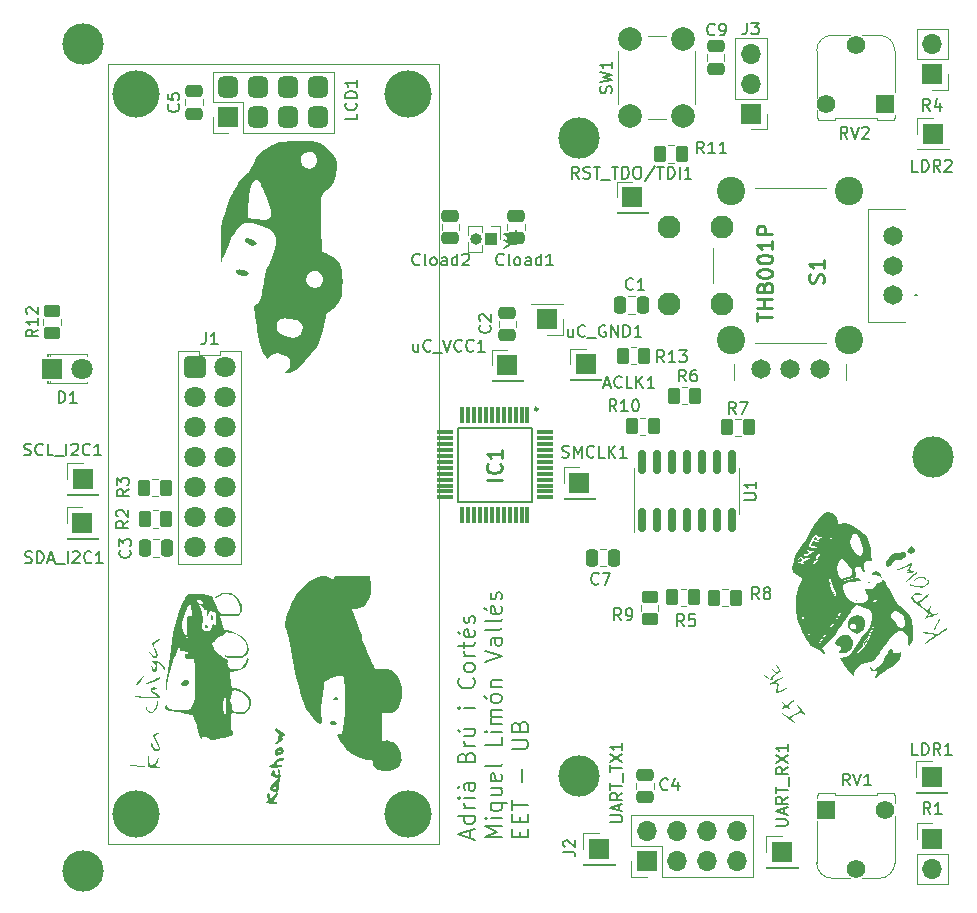
<source format=gbr>
%TF.GenerationSoftware,KiCad,Pcbnew,7.0.10*%
%TF.CreationDate,2025-03-18T10:51:51+01:00*%
%TF.ProjectId,maqueen,6d617175-6565-46e2-9e6b-696361645f70,rev?*%
%TF.SameCoordinates,Original*%
%TF.FileFunction,Legend,Top*%
%TF.FilePolarity,Positive*%
%FSLAX46Y46*%
G04 Gerber Fmt 4.6, Leading zero omitted, Abs format (unit mm)*
G04 Created by KiCad (PCBNEW 7.0.10) date 2025-03-18 10:51:51*
%MOMM*%
%LPD*%
G01*
G04 APERTURE LIST*
G04 Aperture macros list*
%AMRoundRect*
0 Rectangle with rounded corners*
0 $1 Rounding radius*
0 $2 $3 $4 $5 $6 $7 $8 $9 X,Y pos of 4 corners*
0 Add a 4 corners polygon primitive as box body*
4,1,4,$2,$3,$4,$5,$6,$7,$8,$9,$2,$3,0*
0 Add four circle primitives for the rounded corners*
1,1,$1+$1,$2,$3*
1,1,$1+$1,$4,$5*
1,1,$1+$1,$6,$7*
1,1,$1+$1,$8,$9*
0 Add four rect primitives between the rounded corners*
20,1,$1+$1,$2,$3,$4,$5,0*
20,1,$1+$1,$4,$5,$6,$7,0*
20,1,$1+$1,$6,$7,$8,$9,0*
20,1,$1+$1,$8,$9,$2,$3,0*%
G04 Aperture macros list end*
%ADD10C,0.150000*%
%ADD11C,0.254000*%
%ADD12C,0.120000*%
%ADD13C,0.100000*%
%ADD14C,0.200000*%
%ADD15C,0.250000*%
%ADD16RoundRect,0.250000X-0.650000X0.650000X-0.650000X-0.650000X0.650000X-0.650000X0.650000X0.650000X0*%
%ADD17C,1.800000*%
%ADD18C,3.500000*%
%ADD19R,1.700000X1.700000*%
%ADD20C,1.650000*%
%ADD21C,1.950000*%
%ADD22C,2.400000*%
%ADD23O,1.700000X1.700000*%
%ADD24RoundRect,0.250000X0.250000X0.475000X-0.250000X0.475000X-0.250000X-0.475000X0.250000X-0.475000X0*%
%ADD25RoundRect,0.250000X-0.262500X-0.450000X0.262500X-0.450000X0.262500X0.450000X-0.262500X0.450000X0*%
%ADD26RoundRect,0.250000X0.475000X-0.250000X0.475000X0.250000X-0.475000X0.250000X-0.475000X-0.250000X0*%
%ADD27R,1.700000X1.800000*%
%ADD28RoundRect,0.425000X0.425000X-0.475000X0.425000X0.475000X-0.425000X0.475000X-0.425000X-0.475000X0*%
%ADD29C,4.000000*%
%ADD30C,2.000000*%
%ADD31RoundRect,0.250000X0.262500X0.450000X-0.262500X0.450000X-0.262500X-0.450000X0.262500X-0.450000X0*%
%ADD32RoundRect,0.250000X-0.250000X-0.475000X0.250000X-0.475000X0.250000X0.475000X-0.250000X0.475000X0*%
%ADD33R,1.560000X1.560000*%
%ADD34C,1.560000*%
%ADD35RoundRect,0.250000X0.450000X-0.262500X0.450000X0.262500X-0.450000X0.262500X-0.450000X-0.262500X0*%
%ADD36R,1.800000X1.800000*%
%ADD37RoundRect,0.250000X-0.475000X0.250000X-0.475000X-0.250000X0.475000X-0.250000X0.475000X0.250000X0*%
%ADD38RoundRect,0.150000X0.150000X-0.825000X0.150000X0.825000X-0.150000X0.825000X-0.150000X-0.825000X0*%
%ADD39R,1.000000X1.000000*%
%ADD40O,1.000000X1.000000*%
%ADD41R,0.300000X1.475000*%
%ADD42R,1.475000X0.300000*%
G04 APERTURE END LIST*
D10*
X147862866Y-132159649D02*
X147862866Y-131492982D01*
X148262866Y-132292982D02*
X146862866Y-131826316D01*
X146862866Y-131826316D02*
X148262866Y-131359649D01*
X148262866Y-130292982D02*
X146862866Y-130292982D01*
X148196200Y-130292982D02*
X148262866Y-130426316D01*
X148262866Y-130426316D02*
X148262866Y-130692982D01*
X148262866Y-130692982D02*
X148196200Y-130826316D01*
X148196200Y-130826316D02*
X148129533Y-130892982D01*
X148129533Y-130892982D02*
X147996200Y-130959649D01*
X147996200Y-130959649D02*
X147596200Y-130959649D01*
X147596200Y-130959649D02*
X147462866Y-130892982D01*
X147462866Y-130892982D02*
X147396200Y-130826316D01*
X147396200Y-130826316D02*
X147329533Y-130692982D01*
X147329533Y-130692982D02*
X147329533Y-130426316D01*
X147329533Y-130426316D02*
X147396200Y-130292982D01*
X148262866Y-129626315D02*
X147329533Y-129626315D01*
X147596200Y-129626315D02*
X147462866Y-129559649D01*
X147462866Y-129559649D02*
X147396200Y-129492982D01*
X147396200Y-129492982D02*
X147329533Y-129359649D01*
X147329533Y-129359649D02*
X147329533Y-129226315D01*
X148262866Y-128759648D02*
X147329533Y-128759648D01*
X146862866Y-128759648D02*
X146929533Y-128826315D01*
X146929533Y-128826315D02*
X146996200Y-128759648D01*
X146996200Y-128759648D02*
X146929533Y-128692982D01*
X146929533Y-128692982D02*
X146862866Y-128759648D01*
X146862866Y-128759648D02*
X146996200Y-128759648D01*
X148262866Y-127492981D02*
X147529533Y-127492981D01*
X147529533Y-127492981D02*
X147396200Y-127559648D01*
X147396200Y-127559648D02*
X147329533Y-127692981D01*
X147329533Y-127692981D02*
X147329533Y-127959648D01*
X147329533Y-127959648D02*
X147396200Y-128092981D01*
X148196200Y-127492981D02*
X148262866Y-127626315D01*
X148262866Y-127626315D02*
X148262866Y-127959648D01*
X148262866Y-127959648D02*
X148196200Y-128092981D01*
X148196200Y-128092981D02*
X148062866Y-128159648D01*
X148062866Y-128159648D02*
X147929533Y-128159648D01*
X147929533Y-128159648D02*
X147796200Y-128092981D01*
X147796200Y-128092981D02*
X147729533Y-127959648D01*
X147729533Y-127959648D02*
X147729533Y-127626315D01*
X147729533Y-127626315D02*
X147662866Y-127492981D01*
X146796200Y-127959648D02*
X146996200Y-127759648D01*
X147529533Y-125292981D02*
X147596200Y-125092981D01*
X147596200Y-125092981D02*
X147662866Y-125026314D01*
X147662866Y-125026314D02*
X147796200Y-124959647D01*
X147796200Y-124959647D02*
X147996200Y-124959647D01*
X147996200Y-124959647D02*
X148129533Y-125026314D01*
X148129533Y-125026314D02*
X148196200Y-125092981D01*
X148196200Y-125092981D02*
X148262866Y-125226314D01*
X148262866Y-125226314D02*
X148262866Y-125759647D01*
X148262866Y-125759647D02*
X146862866Y-125759647D01*
X146862866Y-125759647D02*
X146862866Y-125292981D01*
X146862866Y-125292981D02*
X146929533Y-125159647D01*
X146929533Y-125159647D02*
X146996200Y-125092981D01*
X146996200Y-125092981D02*
X147129533Y-125026314D01*
X147129533Y-125026314D02*
X147262866Y-125026314D01*
X147262866Y-125026314D02*
X147396200Y-125092981D01*
X147396200Y-125092981D02*
X147462866Y-125159647D01*
X147462866Y-125159647D02*
X147529533Y-125292981D01*
X147529533Y-125292981D02*
X147529533Y-125759647D01*
X148262866Y-124359647D02*
X147329533Y-124359647D01*
X147596200Y-124359647D02*
X147462866Y-124292981D01*
X147462866Y-124292981D02*
X147396200Y-124226314D01*
X147396200Y-124226314D02*
X147329533Y-124092981D01*
X147329533Y-124092981D02*
X147329533Y-123959647D01*
X147329533Y-122892980D02*
X148262866Y-122892980D01*
X147329533Y-123492980D02*
X148062866Y-123492980D01*
X148062866Y-123492980D02*
X148196200Y-123426314D01*
X148196200Y-123426314D02*
X148262866Y-123292980D01*
X148262866Y-123292980D02*
X148262866Y-123092980D01*
X148262866Y-123092980D02*
X148196200Y-122959647D01*
X148196200Y-122959647D02*
X148129533Y-122892980D01*
X146796200Y-123026314D02*
X146996200Y-123226314D01*
X148262866Y-121159646D02*
X147329533Y-121159646D01*
X146862866Y-121159646D02*
X146929533Y-121226313D01*
X146929533Y-121226313D02*
X146996200Y-121159646D01*
X146996200Y-121159646D02*
X146929533Y-121092980D01*
X146929533Y-121092980D02*
X146862866Y-121159646D01*
X146862866Y-121159646D02*
X146996200Y-121159646D01*
X148129533Y-118626312D02*
X148196200Y-118692979D01*
X148196200Y-118692979D02*
X148262866Y-118892979D01*
X148262866Y-118892979D02*
X148262866Y-119026312D01*
X148262866Y-119026312D02*
X148196200Y-119226312D01*
X148196200Y-119226312D02*
X148062866Y-119359646D01*
X148062866Y-119359646D02*
X147929533Y-119426312D01*
X147929533Y-119426312D02*
X147662866Y-119492979D01*
X147662866Y-119492979D02*
X147462866Y-119492979D01*
X147462866Y-119492979D02*
X147196200Y-119426312D01*
X147196200Y-119426312D02*
X147062866Y-119359646D01*
X147062866Y-119359646D02*
X146929533Y-119226312D01*
X146929533Y-119226312D02*
X146862866Y-119026312D01*
X146862866Y-119026312D02*
X146862866Y-118892979D01*
X146862866Y-118892979D02*
X146929533Y-118692979D01*
X146929533Y-118692979D02*
X146996200Y-118626312D01*
X148262866Y-117826312D02*
X148196200Y-117959646D01*
X148196200Y-117959646D02*
X148129533Y-118026312D01*
X148129533Y-118026312D02*
X147996200Y-118092979D01*
X147996200Y-118092979D02*
X147596200Y-118092979D01*
X147596200Y-118092979D02*
X147462866Y-118026312D01*
X147462866Y-118026312D02*
X147396200Y-117959646D01*
X147396200Y-117959646D02*
X147329533Y-117826312D01*
X147329533Y-117826312D02*
X147329533Y-117626312D01*
X147329533Y-117626312D02*
X147396200Y-117492979D01*
X147396200Y-117492979D02*
X147462866Y-117426312D01*
X147462866Y-117426312D02*
X147596200Y-117359646D01*
X147596200Y-117359646D02*
X147996200Y-117359646D01*
X147996200Y-117359646D02*
X148129533Y-117426312D01*
X148129533Y-117426312D02*
X148196200Y-117492979D01*
X148196200Y-117492979D02*
X148262866Y-117626312D01*
X148262866Y-117626312D02*
X148262866Y-117826312D01*
X148262866Y-116759645D02*
X147329533Y-116759645D01*
X147596200Y-116759645D02*
X147462866Y-116692979D01*
X147462866Y-116692979D02*
X147396200Y-116626312D01*
X147396200Y-116626312D02*
X147329533Y-116492979D01*
X147329533Y-116492979D02*
X147329533Y-116359645D01*
X147329533Y-116092978D02*
X147329533Y-115559645D01*
X146862866Y-115892978D02*
X148062866Y-115892978D01*
X148062866Y-115892978D02*
X148196200Y-115826312D01*
X148196200Y-115826312D02*
X148262866Y-115692978D01*
X148262866Y-115692978D02*
X148262866Y-115559645D01*
X148196200Y-114559645D02*
X148262866Y-114692978D01*
X148262866Y-114692978D02*
X148262866Y-114959645D01*
X148262866Y-114959645D02*
X148196200Y-115092978D01*
X148196200Y-115092978D02*
X148062866Y-115159645D01*
X148062866Y-115159645D02*
X147529533Y-115159645D01*
X147529533Y-115159645D02*
X147396200Y-115092978D01*
X147396200Y-115092978D02*
X147329533Y-114959645D01*
X147329533Y-114959645D02*
X147329533Y-114692978D01*
X147329533Y-114692978D02*
X147396200Y-114559645D01*
X147396200Y-114559645D02*
X147529533Y-114492978D01*
X147529533Y-114492978D02*
X147662866Y-114492978D01*
X147662866Y-114492978D02*
X147796200Y-115159645D01*
X146796200Y-114692978D02*
X146996200Y-114892978D01*
X148196200Y-113959645D02*
X148262866Y-113826312D01*
X148262866Y-113826312D02*
X148262866Y-113559645D01*
X148262866Y-113559645D02*
X148196200Y-113426312D01*
X148196200Y-113426312D02*
X148062866Y-113359645D01*
X148062866Y-113359645D02*
X147996200Y-113359645D01*
X147996200Y-113359645D02*
X147862866Y-113426312D01*
X147862866Y-113426312D02*
X147796200Y-113559645D01*
X147796200Y-113559645D02*
X147796200Y-113759645D01*
X147796200Y-113759645D02*
X147729533Y-113892978D01*
X147729533Y-113892978D02*
X147596200Y-113959645D01*
X147596200Y-113959645D02*
X147529533Y-113959645D01*
X147529533Y-113959645D02*
X147396200Y-113892978D01*
X147396200Y-113892978D02*
X147329533Y-113759645D01*
X147329533Y-113759645D02*
X147329533Y-113559645D01*
X147329533Y-113559645D02*
X147396200Y-113426312D01*
X150516866Y-132092982D02*
X149116866Y-132092982D01*
X149116866Y-132092982D02*
X150116866Y-131626316D01*
X150116866Y-131626316D02*
X149116866Y-131159649D01*
X149116866Y-131159649D02*
X150516866Y-131159649D01*
X150516866Y-130492982D02*
X149583533Y-130492982D01*
X149116866Y-130492982D02*
X149183533Y-130559649D01*
X149183533Y-130559649D02*
X149250200Y-130492982D01*
X149250200Y-130492982D02*
X149183533Y-130426316D01*
X149183533Y-130426316D02*
X149116866Y-130492982D01*
X149116866Y-130492982D02*
X149250200Y-130492982D01*
X149583533Y-129226315D02*
X150983533Y-129226315D01*
X150450200Y-129226315D02*
X150516866Y-129359649D01*
X150516866Y-129359649D02*
X150516866Y-129626315D01*
X150516866Y-129626315D02*
X150450200Y-129759649D01*
X150450200Y-129759649D02*
X150383533Y-129826315D01*
X150383533Y-129826315D02*
X150250200Y-129892982D01*
X150250200Y-129892982D02*
X149850200Y-129892982D01*
X149850200Y-129892982D02*
X149716866Y-129826315D01*
X149716866Y-129826315D02*
X149650200Y-129759649D01*
X149650200Y-129759649D02*
X149583533Y-129626315D01*
X149583533Y-129626315D02*
X149583533Y-129359649D01*
X149583533Y-129359649D02*
X149650200Y-129226315D01*
X149583533Y-127959648D02*
X150516866Y-127959648D01*
X149583533Y-128559648D02*
X150316866Y-128559648D01*
X150316866Y-128559648D02*
X150450200Y-128492982D01*
X150450200Y-128492982D02*
X150516866Y-128359648D01*
X150516866Y-128359648D02*
X150516866Y-128159648D01*
X150516866Y-128159648D02*
X150450200Y-128026315D01*
X150450200Y-128026315D02*
X150383533Y-127959648D01*
X150450200Y-126759648D02*
X150516866Y-126892981D01*
X150516866Y-126892981D02*
X150516866Y-127159648D01*
X150516866Y-127159648D02*
X150450200Y-127292981D01*
X150450200Y-127292981D02*
X150316866Y-127359648D01*
X150316866Y-127359648D02*
X149783533Y-127359648D01*
X149783533Y-127359648D02*
X149650200Y-127292981D01*
X149650200Y-127292981D02*
X149583533Y-127159648D01*
X149583533Y-127159648D02*
X149583533Y-126892981D01*
X149583533Y-126892981D02*
X149650200Y-126759648D01*
X149650200Y-126759648D02*
X149783533Y-126692981D01*
X149783533Y-126692981D02*
X149916866Y-126692981D01*
X149916866Y-126692981D02*
X150050200Y-127359648D01*
X150516866Y-125892981D02*
X150450200Y-126026315D01*
X150450200Y-126026315D02*
X150316866Y-126092981D01*
X150316866Y-126092981D02*
X149116866Y-126092981D01*
X150516866Y-123626315D02*
X150516866Y-124292981D01*
X150516866Y-124292981D02*
X149116866Y-124292981D01*
X150516866Y-123159648D02*
X149583533Y-123159648D01*
X149116866Y-123159648D02*
X149183533Y-123226315D01*
X149183533Y-123226315D02*
X149250200Y-123159648D01*
X149250200Y-123159648D02*
X149183533Y-123092982D01*
X149183533Y-123092982D02*
X149116866Y-123159648D01*
X149116866Y-123159648D02*
X149250200Y-123159648D01*
X150516866Y-122492981D02*
X149583533Y-122492981D01*
X149716866Y-122492981D02*
X149650200Y-122426315D01*
X149650200Y-122426315D02*
X149583533Y-122292981D01*
X149583533Y-122292981D02*
X149583533Y-122092981D01*
X149583533Y-122092981D02*
X149650200Y-121959648D01*
X149650200Y-121959648D02*
X149783533Y-121892981D01*
X149783533Y-121892981D02*
X150516866Y-121892981D01*
X149783533Y-121892981D02*
X149650200Y-121826315D01*
X149650200Y-121826315D02*
X149583533Y-121692981D01*
X149583533Y-121692981D02*
X149583533Y-121492981D01*
X149583533Y-121492981D02*
X149650200Y-121359648D01*
X149650200Y-121359648D02*
X149783533Y-121292981D01*
X149783533Y-121292981D02*
X150516866Y-121292981D01*
X150516866Y-120426314D02*
X150450200Y-120559648D01*
X150450200Y-120559648D02*
X150383533Y-120626314D01*
X150383533Y-120626314D02*
X150250200Y-120692981D01*
X150250200Y-120692981D02*
X149850200Y-120692981D01*
X149850200Y-120692981D02*
X149716866Y-120626314D01*
X149716866Y-120626314D02*
X149650200Y-120559648D01*
X149650200Y-120559648D02*
X149583533Y-120426314D01*
X149583533Y-120426314D02*
X149583533Y-120226314D01*
X149583533Y-120226314D02*
X149650200Y-120092981D01*
X149650200Y-120092981D02*
X149716866Y-120026314D01*
X149716866Y-120026314D02*
X149850200Y-119959648D01*
X149850200Y-119959648D02*
X150250200Y-119959648D01*
X150250200Y-119959648D02*
X150383533Y-120026314D01*
X150383533Y-120026314D02*
X150450200Y-120092981D01*
X150450200Y-120092981D02*
X150516866Y-120226314D01*
X150516866Y-120226314D02*
X150516866Y-120426314D01*
X149050200Y-120159648D02*
X149250200Y-120359648D01*
X149583533Y-119359647D02*
X150516866Y-119359647D01*
X149716866Y-119359647D02*
X149650200Y-119292981D01*
X149650200Y-119292981D02*
X149583533Y-119159647D01*
X149583533Y-119159647D02*
X149583533Y-118959647D01*
X149583533Y-118959647D02*
X149650200Y-118826314D01*
X149650200Y-118826314D02*
X149783533Y-118759647D01*
X149783533Y-118759647D02*
X150516866Y-118759647D01*
X149116866Y-117226313D02*
X150516866Y-116759647D01*
X150516866Y-116759647D02*
X149116866Y-116292980D01*
X150516866Y-115226313D02*
X149783533Y-115226313D01*
X149783533Y-115226313D02*
X149650200Y-115292980D01*
X149650200Y-115292980D02*
X149583533Y-115426313D01*
X149583533Y-115426313D02*
X149583533Y-115692980D01*
X149583533Y-115692980D02*
X149650200Y-115826313D01*
X150450200Y-115226313D02*
X150516866Y-115359647D01*
X150516866Y-115359647D02*
X150516866Y-115692980D01*
X150516866Y-115692980D02*
X150450200Y-115826313D01*
X150450200Y-115826313D02*
X150316866Y-115892980D01*
X150316866Y-115892980D02*
X150183533Y-115892980D01*
X150183533Y-115892980D02*
X150050200Y-115826313D01*
X150050200Y-115826313D02*
X149983533Y-115692980D01*
X149983533Y-115692980D02*
X149983533Y-115359647D01*
X149983533Y-115359647D02*
X149916866Y-115226313D01*
X150516866Y-114359646D02*
X150450200Y-114492980D01*
X150450200Y-114492980D02*
X150316866Y-114559646D01*
X150316866Y-114559646D02*
X149116866Y-114559646D01*
X150516866Y-113626313D02*
X150450200Y-113759647D01*
X150450200Y-113759647D02*
X150316866Y-113826313D01*
X150316866Y-113826313D02*
X149116866Y-113826313D01*
X150450200Y-112559647D02*
X150516866Y-112692980D01*
X150516866Y-112692980D02*
X150516866Y-112959647D01*
X150516866Y-112959647D02*
X150450200Y-113092980D01*
X150450200Y-113092980D02*
X150316866Y-113159647D01*
X150316866Y-113159647D02*
X149783533Y-113159647D01*
X149783533Y-113159647D02*
X149650200Y-113092980D01*
X149650200Y-113092980D02*
X149583533Y-112959647D01*
X149583533Y-112959647D02*
X149583533Y-112692980D01*
X149583533Y-112692980D02*
X149650200Y-112559647D01*
X149650200Y-112559647D02*
X149783533Y-112492980D01*
X149783533Y-112492980D02*
X149916866Y-112492980D01*
X149916866Y-112492980D02*
X150050200Y-113159647D01*
X149050200Y-112692980D02*
X149250200Y-112892980D01*
X150450200Y-111959647D02*
X150516866Y-111826314D01*
X150516866Y-111826314D02*
X150516866Y-111559647D01*
X150516866Y-111559647D02*
X150450200Y-111426314D01*
X150450200Y-111426314D02*
X150316866Y-111359647D01*
X150316866Y-111359647D02*
X150250200Y-111359647D01*
X150250200Y-111359647D02*
X150116866Y-111426314D01*
X150116866Y-111426314D02*
X150050200Y-111559647D01*
X150050200Y-111559647D02*
X150050200Y-111759647D01*
X150050200Y-111759647D02*
X149983533Y-111892980D01*
X149983533Y-111892980D02*
X149850200Y-111959647D01*
X149850200Y-111959647D02*
X149783533Y-111959647D01*
X149783533Y-111959647D02*
X149650200Y-111892980D01*
X149650200Y-111892980D02*
X149583533Y-111759647D01*
X149583533Y-111759647D02*
X149583533Y-111559647D01*
X149583533Y-111559647D02*
X149650200Y-111426314D01*
X152037533Y-132092982D02*
X152037533Y-131626316D01*
X152770866Y-131426316D02*
X152770866Y-132092982D01*
X152770866Y-132092982D02*
X151370866Y-132092982D01*
X151370866Y-132092982D02*
X151370866Y-131426316D01*
X152037533Y-130826315D02*
X152037533Y-130359649D01*
X152770866Y-130159649D02*
X152770866Y-130826315D01*
X152770866Y-130826315D02*
X151370866Y-130826315D01*
X151370866Y-130826315D02*
X151370866Y-130159649D01*
X151370866Y-129759648D02*
X151370866Y-128959648D01*
X152770866Y-129359648D02*
X151370866Y-129359648D01*
X152237533Y-127426314D02*
X152237533Y-126359648D01*
X151370866Y-124626314D02*
X152504200Y-124626314D01*
X152504200Y-124626314D02*
X152637533Y-124559648D01*
X152637533Y-124559648D02*
X152704200Y-124492981D01*
X152704200Y-124492981D02*
X152770866Y-124359648D01*
X152770866Y-124359648D02*
X152770866Y-124092981D01*
X152770866Y-124092981D02*
X152704200Y-123959648D01*
X152704200Y-123959648D02*
X152637533Y-123892981D01*
X152637533Y-123892981D02*
X152504200Y-123826314D01*
X152504200Y-123826314D02*
X151370866Y-123826314D01*
X152037533Y-122692981D02*
X152104200Y-122492981D01*
X152104200Y-122492981D02*
X152170866Y-122426314D01*
X152170866Y-122426314D02*
X152304200Y-122359647D01*
X152304200Y-122359647D02*
X152504200Y-122359647D01*
X152504200Y-122359647D02*
X152637533Y-122426314D01*
X152637533Y-122426314D02*
X152704200Y-122492981D01*
X152704200Y-122492981D02*
X152770866Y-122626314D01*
X152770866Y-122626314D02*
X152770866Y-123159647D01*
X152770866Y-123159647D02*
X151370866Y-123159647D01*
X151370866Y-123159647D02*
X151370866Y-122692981D01*
X151370866Y-122692981D02*
X151437533Y-122559647D01*
X151437533Y-122559647D02*
X151504200Y-122492981D01*
X151504200Y-122492981D02*
X151637533Y-122426314D01*
X151637533Y-122426314D02*
X151770866Y-122426314D01*
X151770866Y-122426314D02*
X151904200Y-122492981D01*
X151904200Y-122492981D02*
X151970866Y-122559647D01*
X151970866Y-122559647D02*
X152037533Y-122692981D01*
X152037533Y-122692981D02*
X152037533Y-123159647D01*
X125476666Y-89354819D02*
X125476666Y-90069104D01*
X125476666Y-90069104D02*
X125429047Y-90211961D01*
X125429047Y-90211961D02*
X125333809Y-90307200D01*
X125333809Y-90307200D02*
X125190952Y-90354819D01*
X125190952Y-90354819D02*
X125095714Y-90354819D01*
X126476666Y-90354819D02*
X125905238Y-90354819D01*
X126190952Y-90354819D02*
X126190952Y-89354819D01*
X126190952Y-89354819D02*
X126095714Y-89497676D01*
X126095714Y-89497676D02*
X126000476Y-89592914D01*
X126000476Y-89592914D02*
X125905238Y-89640533D01*
X155631905Y-99907200D02*
X155774762Y-99954819D01*
X155774762Y-99954819D02*
X156012857Y-99954819D01*
X156012857Y-99954819D02*
X156108095Y-99907200D01*
X156108095Y-99907200D02*
X156155714Y-99859580D01*
X156155714Y-99859580D02*
X156203333Y-99764342D01*
X156203333Y-99764342D02*
X156203333Y-99669104D01*
X156203333Y-99669104D02*
X156155714Y-99573866D01*
X156155714Y-99573866D02*
X156108095Y-99526247D01*
X156108095Y-99526247D02*
X156012857Y-99478628D01*
X156012857Y-99478628D02*
X155822381Y-99431009D01*
X155822381Y-99431009D02*
X155727143Y-99383390D01*
X155727143Y-99383390D02*
X155679524Y-99335771D01*
X155679524Y-99335771D02*
X155631905Y-99240533D01*
X155631905Y-99240533D02*
X155631905Y-99145295D01*
X155631905Y-99145295D02*
X155679524Y-99050057D01*
X155679524Y-99050057D02*
X155727143Y-99002438D01*
X155727143Y-99002438D02*
X155822381Y-98954819D01*
X155822381Y-98954819D02*
X156060476Y-98954819D01*
X156060476Y-98954819D02*
X156203333Y-99002438D01*
X156631905Y-99954819D02*
X156631905Y-98954819D01*
X156631905Y-98954819D02*
X156965238Y-99669104D01*
X156965238Y-99669104D02*
X157298571Y-98954819D01*
X157298571Y-98954819D02*
X157298571Y-99954819D01*
X158346190Y-99859580D02*
X158298571Y-99907200D01*
X158298571Y-99907200D02*
X158155714Y-99954819D01*
X158155714Y-99954819D02*
X158060476Y-99954819D01*
X158060476Y-99954819D02*
X157917619Y-99907200D01*
X157917619Y-99907200D02*
X157822381Y-99811961D01*
X157822381Y-99811961D02*
X157774762Y-99716723D01*
X157774762Y-99716723D02*
X157727143Y-99526247D01*
X157727143Y-99526247D02*
X157727143Y-99383390D01*
X157727143Y-99383390D02*
X157774762Y-99192914D01*
X157774762Y-99192914D02*
X157822381Y-99097676D01*
X157822381Y-99097676D02*
X157917619Y-99002438D01*
X157917619Y-99002438D02*
X158060476Y-98954819D01*
X158060476Y-98954819D02*
X158155714Y-98954819D01*
X158155714Y-98954819D02*
X158298571Y-99002438D01*
X158298571Y-99002438D02*
X158346190Y-99050057D01*
X159250952Y-99954819D02*
X158774762Y-99954819D01*
X158774762Y-99954819D02*
X158774762Y-98954819D01*
X159584286Y-99954819D02*
X159584286Y-98954819D01*
X160155714Y-99954819D02*
X159727143Y-99383390D01*
X160155714Y-98954819D02*
X159584286Y-99526247D01*
X161108095Y-99954819D02*
X160536667Y-99954819D01*
X160822381Y-99954819D02*
X160822381Y-98954819D01*
X160822381Y-98954819D02*
X160727143Y-99097676D01*
X160727143Y-99097676D02*
X160631905Y-99192914D01*
X160631905Y-99192914D02*
X160536667Y-99240533D01*
X157067618Y-76324819D02*
X156734285Y-75848628D01*
X156496190Y-76324819D02*
X156496190Y-75324819D01*
X156496190Y-75324819D02*
X156877142Y-75324819D01*
X156877142Y-75324819D02*
X156972380Y-75372438D01*
X156972380Y-75372438D02*
X157019999Y-75420057D01*
X157019999Y-75420057D02*
X157067618Y-75515295D01*
X157067618Y-75515295D02*
X157067618Y-75658152D01*
X157067618Y-75658152D02*
X157019999Y-75753390D01*
X157019999Y-75753390D02*
X156972380Y-75801009D01*
X156972380Y-75801009D02*
X156877142Y-75848628D01*
X156877142Y-75848628D02*
X156496190Y-75848628D01*
X157448571Y-76277200D02*
X157591428Y-76324819D01*
X157591428Y-76324819D02*
X157829523Y-76324819D01*
X157829523Y-76324819D02*
X157924761Y-76277200D01*
X157924761Y-76277200D02*
X157972380Y-76229580D01*
X157972380Y-76229580D02*
X158019999Y-76134342D01*
X158019999Y-76134342D02*
X158019999Y-76039104D01*
X158019999Y-76039104D02*
X157972380Y-75943866D01*
X157972380Y-75943866D02*
X157924761Y-75896247D01*
X157924761Y-75896247D02*
X157829523Y-75848628D01*
X157829523Y-75848628D02*
X157639047Y-75801009D01*
X157639047Y-75801009D02*
X157543809Y-75753390D01*
X157543809Y-75753390D02*
X157496190Y-75705771D01*
X157496190Y-75705771D02*
X157448571Y-75610533D01*
X157448571Y-75610533D02*
X157448571Y-75515295D01*
X157448571Y-75515295D02*
X157496190Y-75420057D01*
X157496190Y-75420057D02*
X157543809Y-75372438D01*
X157543809Y-75372438D02*
X157639047Y-75324819D01*
X157639047Y-75324819D02*
X157877142Y-75324819D01*
X157877142Y-75324819D02*
X158019999Y-75372438D01*
X158305714Y-75324819D02*
X158877142Y-75324819D01*
X158591428Y-76324819D02*
X158591428Y-75324819D01*
X158972381Y-76420057D02*
X159734285Y-76420057D01*
X159829524Y-75324819D02*
X160400952Y-75324819D01*
X160115238Y-76324819D02*
X160115238Y-75324819D01*
X160734286Y-76324819D02*
X160734286Y-75324819D01*
X160734286Y-75324819D02*
X160972381Y-75324819D01*
X160972381Y-75324819D02*
X161115238Y-75372438D01*
X161115238Y-75372438D02*
X161210476Y-75467676D01*
X161210476Y-75467676D02*
X161258095Y-75562914D01*
X161258095Y-75562914D02*
X161305714Y-75753390D01*
X161305714Y-75753390D02*
X161305714Y-75896247D01*
X161305714Y-75896247D02*
X161258095Y-76086723D01*
X161258095Y-76086723D02*
X161210476Y-76181961D01*
X161210476Y-76181961D02*
X161115238Y-76277200D01*
X161115238Y-76277200D02*
X160972381Y-76324819D01*
X160972381Y-76324819D02*
X160734286Y-76324819D01*
X161924762Y-75324819D02*
X162115238Y-75324819D01*
X162115238Y-75324819D02*
X162210476Y-75372438D01*
X162210476Y-75372438D02*
X162305714Y-75467676D01*
X162305714Y-75467676D02*
X162353333Y-75658152D01*
X162353333Y-75658152D02*
X162353333Y-75991485D01*
X162353333Y-75991485D02*
X162305714Y-76181961D01*
X162305714Y-76181961D02*
X162210476Y-76277200D01*
X162210476Y-76277200D02*
X162115238Y-76324819D01*
X162115238Y-76324819D02*
X161924762Y-76324819D01*
X161924762Y-76324819D02*
X161829524Y-76277200D01*
X161829524Y-76277200D02*
X161734286Y-76181961D01*
X161734286Y-76181961D02*
X161686667Y-75991485D01*
X161686667Y-75991485D02*
X161686667Y-75658152D01*
X161686667Y-75658152D02*
X161734286Y-75467676D01*
X161734286Y-75467676D02*
X161829524Y-75372438D01*
X161829524Y-75372438D02*
X161924762Y-75324819D01*
X163496190Y-75277200D02*
X162639048Y-76562914D01*
X163686667Y-75324819D02*
X164258095Y-75324819D01*
X163972381Y-76324819D02*
X163972381Y-75324819D01*
X164591429Y-76324819D02*
X164591429Y-75324819D01*
X164591429Y-75324819D02*
X164829524Y-75324819D01*
X164829524Y-75324819D02*
X164972381Y-75372438D01*
X164972381Y-75372438D02*
X165067619Y-75467676D01*
X165067619Y-75467676D02*
X165115238Y-75562914D01*
X165115238Y-75562914D02*
X165162857Y-75753390D01*
X165162857Y-75753390D02*
X165162857Y-75896247D01*
X165162857Y-75896247D02*
X165115238Y-76086723D01*
X165115238Y-76086723D02*
X165067619Y-76181961D01*
X165067619Y-76181961D02*
X164972381Y-76277200D01*
X164972381Y-76277200D02*
X164829524Y-76324819D01*
X164829524Y-76324819D02*
X164591429Y-76324819D01*
X165591429Y-76324819D02*
X165591429Y-75324819D01*
X166591428Y-76324819D02*
X166020000Y-76324819D01*
X166305714Y-76324819D02*
X166305714Y-75324819D01*
X166305714Y-75324819D02*
X166210476Y-75467676D01*
X166210476Y-75467676D02*
X166115238Y-75562914D01*
X166115238Y-75562914D02*
X166020000Y-75610533D01*
D11*
X177753842Y-85152619D02*
X177814318Y-84971190D01*
X177814318Y-84971190D02*
X177814318Y-84668809D01*
X177814318Y-84668809D02*
X177753842Y-84547857D01*
X177753842Y-84547857D02*
X177693365Y-84487381D01*
X177693365Y-84487381D02*
X177572413Y-84426904D01*
X177572413Y-84426904D02*
X177451461Y-84426904D01*
X177451461Y-84426904D02*
X177330508Y-84487381D01*
X177330508Y-84487381D02*
X177270032Y-84547857D01*
X177270032Y-84547857D02*
X177209556Y-84668809D01*
X177209556Y-84668809D02*
X177149080Y-84910714D01*
X177149080Y-84910714D02*
X177088603Y-85031666D01*
X177088603Y-85031666D02*
X177028127Y-85092143D01*
X177028127Y-85092143D02*
X176907175Y-85152619D01*
X176907175Y-85152619D02*
X176786222Y-85152619D01*
X176786222Y-85152619D02*
X176665270Y-85092143D01*
X176665270Y-85092143D02*
X176604794Y-85031666D01*
X176604794Y-85031666D02*
X176544318Y-84910714D01*
X176544318Y-84910714D02*
X176544318Y-84608333D01*
X176544318Y-84608333D02*
X176604794Y-84426904D01*
X177814318Y-83217380D02*
X177814318Y-83943095D01*
X177814318Y-83580238D02*
X176544318Y-83580238D01*
X176544318Y-83580238D02*
X176725746Y-83701190D01*
X176725746Y-83701190D02*
X176846699Y-83822142D01*
X176846699Y-83822142D02*
X176907175Y-83943095D01*
X172174318Y-88407380D02*
X172174318Y-87681666D01*
X173444318Y-88044523D02*
X172174318Y-88044523D01*
X173444318Y-87258333D02*
X172174318Y-87258333D01*
X172779080Y-87258333D02*
X172779080Y-86532618D01*
X173444318Y-86532618D02*
X172174318Y-86532618D01*
X172779080Y-85504523D02*
X172839556Y-85323095D01*
X172839556Y-85323095D02*
X172900032Y-85262618D01*
X172900032Y-85262618D02*
X173020984Y-85202142D01*
X173020984Y-85202142D02*
X173202413Y-85202142D01*
X173202413Y-85202142D02*
X173323365Y-85262618D01*
X173323365Y-85262618D02*
X173383842Y-85323095D01*
X173383842Y-85323095D02*
X173444318Y-85444047D01*
X173444318Y-85444047D02*
X173444318Y-85927857D01*
X173444318Y-85927857D02*
X172174318Y-85927857D01*
X172174318Y-85927857D02*
X172174318Y-85504523D01*
X172174318Y-85504523D02*
X172234794Y-85383571D01*
X172234794Y-85383571D02*
X172295270Y-85323095D01*
X172295270Y-85323095D02*
X172416222Y-85262618D01*
X172416222Y-85262618D02*
X172537175Y-85262618D01*
X172537175Y-85262618D02*
X172658127Y-85323095D01*
X172658127Y-85323095D02*
X172718603Y-85383571D01*
X172718603Y-85383571D02*
X172779080Y-85504523D01*
X172779080Y-85504523D02*
X172779080Y-85927857D01*
X172174318Y-84415952D02*
X172174318Y-84294999D01*
X172174318Y-84294999D02*
X172234794Y-84174047D01*
X172234794Y-84174047D02*
X172295270Y-84113571D01*
X172295270Y-84113571D02*
X172416222Y-84053095D01*
X172416222Y-84053095D02*
X172658127Y-83992618D01*
X172658127Y-83992618D02*
X172960508Y-83992618D01*
X172960508Y-83992618D02*
X173202413Y-84053095D01*
X173202413Y-84053095D02*
X173323365Y-84113571D01*
X173323365Y-84113571D02*
X173383842Y-84174047D01*
X173383842Y-84174047D02*
X173444318Y-84294999D01*
X173444318Y-84294999D02*
X173444318Y-84415952D01*
X173444318Y-84415952D02*
X173383842Y-84536904D01*
X173383842Y-84536904D02*
X173323365Y-84597380D01*
X173323365Y-84597380D02*
X173202413Y-84657857D01*
X173202413Y-84657857D02*
X172960508Y-84718333D01*
X172960508Y-84718333D02*
X172658127Y-84718333D01*
X172658127Y-84718333D02*
X172416222Y-84657857D01*
X172416222Y-84657857D02*
X172295270Y-84597380D01*
X172295270Y-84597380D02*
X172234794Y-84536904D01*
X172234794Y-84536904D02*
X172174318Y-84415952D01*
X172174318Y-83206428D02*
X172174318Y-83085475D01*
X172174318Y-83085475D02*
X172234794Y-82964523D01*
X172234794Y-82964523D02*
X172295270Y-82904047D01*
X172295270Y-82904047D02*
X172416222Y-82843571D01*
X172416222Y-82843571D02*
X172658127Y-82783094D01*
X172658127Y-82783094D02*
X172960508Y-82783094D01*
X172960508Y-82783094D02*
X173202413Y-82843571D01*
X173202413Y-82843571D02*
X173323365Y-82904047D01*
X173323365Y-82904047D02*
X173383842Y-82964523D01*
X173383842Y-82964523D02*
X173444318Y-83085475D01*
X173444318Y-83085475D02*
X173444318Y-83206428D01*
X173444318Y-83206428D02*
X173383842Y-83327380D01*
X173383842Y-83327380D02*
X173323365Y-83387856D01*
X173323365Y-83387856D02*
X173202413Y-83448333D01*
X173202413Y-83448333D02*
X172960508Y-83508809D01*
X172960508Y-83508809D02*
X172658127Y-83508809D01*
X172658127Y-83508809D02*
X172416222Y-83448333D01*
X172416222Y-83448333D02*
X172295270Y-83387856D01*
X172295270Y-83387856D02*
X172234794Y-83327380D01*
X172234794Y-83327380D02*
X172174318Y-83206428D01*
X173444318Y-81573570D02*
X173444318Y-82299285D01*
X173444318Y-81936428D02*
X172174318Y-81936428D01*
X172174318Y-81936428D02*
X172355746Y-82057380D01*
X172355746Y-82057380D02*
X172476699Y-82178332D01*
X172476699Y-82178332D02*
X172537175Y-82299285D01*
X173444318Y-81029285D02*
X172174318Y-81029285D01*
X172174318Y-81029285D02*
X172174318Y-80545475D01*
X172174318Y-80545475D02*
X172234794Y-80424523D01*
X172234794Y-80424523D02*
X172295270Y-80364046D01*
X172295270Y-80364046D02*
X172416222Y-80303570D01*
X172416222Y-80303570D02*
X172597651Y-80303570D01*
X172597651Y-80303570D02*
X172718603Y-80364046D01*
X172718603Y-80364046D02*
X172779080Y-80424523D01*
X172779080Y-80424523D02*
X172839556Y-80545475D01*
X172839556Y-80545475D02*
X172839556Y-81029285D01*
D10*
X173728819Y-131148571D02*
X174538342Y-131148571D01*
X174538342Y-131148571D02*
X174633580Y-131100952D01*
X174633580Y-131100952D02*
X174681200Y-131053333D01*
X174681200Y-131053333D02*
X174728819Y-130958095D01*
X174728819Y-130958095D02*
X174728819Y-130767619D01*
X174728819Y-130767619D02*
X174681200Y-130672381D01*
X174681200Y-130672381D02*
X174633580Y-130624762D01*
X174633580Y-130624762D02*
X174538342Y-130577143D01*
X174538342Y-130577143D02*
X173728819Y-130577143D01*
X174443104Y-130148571D02*
X174443104Y-129672381D01*
X174728819Y-130243809D02*
X173728819Y-129910476D01*
X173728819Y-129910476D02*
X174728819Y-129577143D01*
X174728819Y-128672381D02*
X174252628Y-129005714D01*
X174728819Y-129243809D02*
X173728819Y-129243809D01*
X173728819Y-129243809D02*
X173728819Y-128862857D01*
X173728819Y-128862857D02*
X173776438Y-128767619D01*
X173776438Y-128767619D02*
X173824057Y-128720000D01*
X173824057Y-128720000D02*
X173919295Y-128672381D01*
X173919295Y-128672381D02*
X174062152Y-128672381D01*
X174062152Y-128672381D02*
X174157390Y-128720000D01*
X174157390Y-128720000D02*
X174205009Y-128767619D01*
X174205009Y-128767619D02*
X174252628Y-128862857D01*
X174252628Y-128862857D02*
X174252628Y-129243809D01*
X173728819Y-128386666D02*
X173728819Y-127815238D01*
X174728819Y-128100952D02*
X173728819Y-128100952D01*
X174824057Y-127720000D02*
X174824057Y-126958095D01*
X174728819Y-126148571D02*
X174252628Y-126481904D01*
X174728819Y-126719999D02*
X173728819Y-126719999D01*
X173728819Y-126719999D02*
X173728819Y-126339047D01*
X173728819Y-126339047D02*
X173776438Y-126243809D01*
X173776438Y-126243809D02*
X173824057Y-126196190D01*
X173824057Y-126196190D02*
X173919295Y-126148571D01*
X173919295Y-126148571D02*
X174062152Y-126148571D01*
X174062152Y-126148571D02*
X174157390Y-126196190D01*
X174157390Y-126196190D02*
X174205009Y-126243809D01*
X174205009Y-126243809D02*
X174252628Y-126339047D01*
X174252628Y-126339047D02*
X174252628Y-126719999D01*
X173728819Y-125815237D02*
X174728819Y-125148571D01*
X173728819Y-125148571D02*
X174728819Y-125815237D01*
X174728819Y-124243809D02*
X174728819Y-124815237D01*
X174728819Y-124529523D02*
X173728819Y-124529523D01*
X173728819Y-124529523D02*
X173871676Y-124624761D01*
X173871676Y-124624761D02*
X173966914Y-124719999D01*
X173966914Y-124719999D02*
X174014533Y-124815237D01*
X110098095Y-99717200D02*
X110240952Y-99764819D01*
X110240952Y-99764819D02*
X110479047Y-99764819D01*
X110479047Y-99764819D02*
X110574285Y-99717200D01*
X110574285Y-99717200D02*
X110621904Y-99669580D01*
X110621904Y-99669580D02*
X110669523Y-99574342D01*
X110669523Y-99574342D02*
X110669523Y-99479104D01*
X110669523Y-99479104D02*
X110621904Y-99383866D01*
X110621904Y-99383866D02*
X110574285Y-99336247D01*
X110574285Y-99336247D02*
X110479047Y-99288628D01*
X110479047Y-99288628D02*
X110288571Y-99241009D01*
X110288571Y-99241009D02*
X110193333Y-99193390D01*
X110193333Y-99193390D02*
X110145714Y-99145771D01*
X110145714Y-99145771D02*
X110098095Y-99050533D01*
X110098095Y-99050533D02*
X110098095Y-98955295D01*
X110098095Y-98955295D02*
X110145714Y-98860057D01*
X110145714Y-98860057D02*
X110193333Y-98812438D01*
X110193333Y-98812438D02*
X110288571Y-98764819D01*
X110288571Y-98764819D02*
X110526666Y-98764819D01*
X110526666Y-98764819D02*
X110669523Y-98812438D01*
X111669523Y-99669580D02*
X111621904Y-99717200D01*
X111621904Y-99717200D02*
X111479047Y-99764819D01*
X111479047Y-99764819D02*
X111383809Y-99764819D01*
X111383809Y-99764819D02*
X111240952Y-99717200D01*
X111240952Y-99717200D02*
X111145714Y-99621961D01*
X111145714Y-99621961D02*
X111098095Y-99526723D01*
X111098095Y-99526723D02*
X111050476Y-99336247D01*
X111050476Y-99336247D02*
X111050476Y-99193390D01*
X111050476Y-99193390D02*
X111098095Y-99002914D01*
X111098095Y-99002914D02*
X111145714Y-98907676D01*
X111145714Y-98907676D02*
X111240952Y-98812438D01*
X111240952Y-98812438D02*
X111383809Y-98764819D01*
X111383809Y-98764819D02*
X111479047Y-98764819D01*
X111479047Y-98764819D02*
X111621904Y-98812438D01*
X111621904Y-98812438D02*
X111669523Y-98860057D01*
X112574285Y-99764819D02*
X112098095Y-99764819D01*
X112098095Y-99764819D02*
X112098095Y-98764819D01*
X112669524Y-99860057D02*
X113431428Y-99860057D01*
X113669524Y-99764819D02*
X113669524Y-98764819D01*
X114098095Y-98860057D02*
X114145714Y-98812438D01*
X114145714Y-98812438D02*
X114240952Y-98764819D01*
X114240952Y-98764819D02*
X114479047Y-98764819D01*
X114479047Y-98764819D02*
X114574285Y-98812438D01*
X114574285Y-98812438D02*
X114621904Y-98860057D01*
X114621904Y-98860057D02*
X114669523Y-98955295D01*
X114669523Y-98955295D02*
X114669523Y-99050533D01*
X114669523Y-99050533D02*
X114621904Y-99193390D01*
X114621904Y-99193390D02*
X114050476Y-99764819D01*
X114050476Y-99764819D02*
X114669523Y-99764819D01*
X115669523Y-99669580D02*
X115621904Y-99717200D01*
X115621904Y-99717200D02*
X115479047Y-99764819D01*
X115479047Y-99764819D02*
X115383809Y-99764819D01*
X115383809Y-99764819D02*
X115240952Y-99717200D01*
X115240952Y-99717200D02*
X115145714Y-99621961D01*
X115145714Y-99621961D02*
X115098095Y-99526723D01*
X115098095Y-99526723D02*
X115050476Y-99336247D01*
X115050476Y-99336247D02*
X115050476Y-99193390D01*
X115050476Y-99193390D02*
X115098095Y-99002914D01*
X115098095Y-99002914D02*
X115145714Y-98907676D01*
X115145714Y-98907676D02*
X115240952Y-98812438D01*
X115240952Y-98812438D02*
X115383809Y-98764819D01*
X115383809Y-98764819D02*
X115479047Y-98764819D01*
X115479047Y-98764819D02*
X115621904Y-98812438D01*
X115621904Y-98812438D02*
X115669523Y-98860057D01*
X116621904Y-99764819D02*
X116050476Y-99764819D01*
X116336190Y-99764819D02*
X116336190Y-98764819D01*
X116336190Y-98764819D02*
X116240952Y-98907676D01*
X116240952Y-98907676D02*
X116145714Y-99002914D01*
X116145714Y-99002914D02*
X116050476Y-99050533D01*
X186793333Y-70574819D02*
X186460000Y-70098628D01*
X186221905Y-70574819D02*
X186221905Y-69574819D01*
X186221905Y-69574819D02*
X186602857Y-69574819D01*
X186602857Y-69574819D02*
X186698095Y-69622438D01*
X186698095Y-69622438D02*
X186745714Y-69670057D01*
X186745714Y-69670057D02*
X186793333Y-69765295D01*
X186793333Y-69765295D02*
X186793333Y-69908152D01*
X186793333Y-69908152D02*
X186745714Y-70003390D01*
X186745714Y-70003390D02*
X186698095Y-70051009D01*
X186698095Y-70051009D02*
X186602857Y-70098628D01*
X186602857Y-70098628D02*
X186221905Y-70098628D01*
X187650476Y-69908152D02*
X187650476Y-70574819D01*
X187412381Y-69527200D02*
X187174286Y-70241485D01*
X187174286Y-70241485D02*
X187793333Y-70241485D01*
X158733333Y-110609580D02*
X158685714Y-110657200D01*
X158685714Y-110657200D02*
X158542857Y-110704819D01*
X158542857Y-110704819D02*
X158447619Y-110704819D01*
X158447619Y-110704819D02*
X158304762Y-110657200D01*
X158304762Y-110657200D02*
X158209524Y-110561961D01*
X158209524Y-110561961D02*
X158161905Y-110466723D01*
X158161905Y-110466723D02*
X158114286Y-110276247D01*
X158114286Y-110276247D02*
X158114286Y-110133390D01*
X158114286Y-110133390D02*
X158161905Y-109942914D01*
X158161905Y-109942914D02*
X158209524Y-109847676D01*
X158209524Y-109847676D02*
X158304762Y-109752438D01*
X158304762Y-109752438D02*
X158447619Y-109704819D01*
X158447619Y-109704819D02*
X158542857Y-109704819D01*
X158542857Y-109704819D02*
X158685714Y-109752438D01*
X158685714Y-109752438D02*
X158733333Y-109800057D01*
X159066667Y-109704819D02*
X159733333Y-109704819D01*
X159733333Y-109704819D02*
X159304762Y-110704819D01*
X172334333Y-111944819D02*
X172001000Y-111468628D01*
X171762905Y-111944819D02*
X171762905Y-110944819D01*
X171762905Y-110944819D02*
X172143857Y-110944819D01*
X172143857Y-110944819D02*
X172239095Y-110992438D01*
X172239095Y-110992438D02*
X172286714Y-111040057D01*
X172286714Y-111040057D02*
X172334333Y-111135295D01*
X172334333Y-111135295D02*
X172334333Y-111278152D01*
X172334333Y-111278152D02*
X172286714Y-111373390D01*
X172286714Y-111373390D02*
X172239095Y-111421009D01*
X172239095Y-111421009D02*
X172143857Y-111468628D01*
X172143857Y-111468628D02*
X171762905Y-111468628D01*
X172905762Y-111373390D02*
X172810524Y-111325771D01*
X172810524Y-111325771D02*
X172762905Y-111278152D01*
X172762905Y-111278152D02*
X172715286Y-111182914D01*
X172715286Y-111182914D02*
X172715286Y-111135295D01*
X172715286Y-111135295D02*
X172762905Y-111040057D01*
X172762905Y-111040057D02*
X172810524Y-110992438D01*
X172810524Y-110992438D02*
X172905762Y-110944819D01*
X172905762Y-110944819D02*
X173096238Y-110944819D01*
X173096238Y-110944819D02*
X173191476Y-110992438D01*
X173191476Y-110992438D02*
X173239095Y-111040057D01*
X173239095Y-111040057D02*
X173286714Y-111135295D01*
X173286714Y-111135295D02*
X173286714Y-111182914D01*
X173286714Y-111182914D02*
X173239095Y-111278152D01*
X173239095Y-111278152D02*
X173191476Y-111325771D01*
X173191476Y-111325771D02*
X173096238Y-111373390D01*
X173096238Y-111373390D02*
X172905762Y-111373390D01*
X172905762Y-111373390D02*
X172810524Y-111421009D01*
X172810524Y-111421009D02*
X172762905Y-111468628D01*
X172762905Y-111468628D02*
X172715286Y-111563866D01*
X172715286Y-111563866D02*
X172715286Y-111754342D01*
X172715286Y-111754342D02*
X172762905Y-111849580D01*
X172762905Y-111849580D02*
X172810524Y-111897200D01*
X172810524Y-111897200D02*
X172905762Y-111944819D01*
X172905762Y-111944819D02*
X173096238Y-111944819D01*
X173096238Y-111944819D02*
X173191476Y-111897200D01*
X173191476Y-111897200D02*
X173239095Y-111849580D01*
X173239095Y-111849580D02*
X173286714Y-111754342D01*
X173286714Y-111754342D02*
X173286714Y-111563866D01*
X173286714Y-111563866D02*
X173239095Y-111468628D01*
X173239095Y-111468628D02*
X173191476Y-111421009D01*
X173191476Y-111421009D02*
X173096238Y-111373390D01*
X165984333Y-114230819D02*
X165651000Y-113754628D01*
X165412905Y-114230819D02*
X165412905Y-113230819D01*
X165412905Y-113230819D02*
X165793857Y-113230819D01*
X165793857Y-113230819D02*
X165889095Y-113278438D01*
X165889095Y-113278438D02*
X165936714Y-113326057D01*
X165936714Y-113326057D02*
X165984333Y-113421295D01*
X165984333Y-113421295D02*
X165984333Y-113564152D01*
X165984333Y-113564152D02*
X165936714Y-113659390D01*
X165936714Y-113659390D02*
X165889095Y-113707009D01*
X165889095Y-113707009D02*
X165793857Y-113754628D01*
X165793857Y-113754628D02*
X165412905Y-113754628D01*
X166889095Y-113230819D02*
X166412905Y-113230819D01*
X166412905Y-113230819D02*
X166365286Y-113707009D01*
X166365286Y-113707009D02*
X166412905Y-113659390D01*
X166412905Y-113659390D02*
X166508143Y-113611771D01*
X166508143Y-113611771D02*
X166746238Y-113611771D01*
X166746238Y-113611771D02*
X166841476Y-113659390D01*
X166841476Y-113659390D02*
X166889095Y-113707009D01*
X166889095Y-113707009D02*
X166936714Y-113802247D01*
X166936714Y-113802247D02*
X166936714Y-114040342D01*
X166936714Y-114040342D02*
X166889095Y-114135580D01*
X166889095Y-114135580D02*
X166841476Y-114183200D01*
X166841476Y-114183200D02*
X166746238Y-114230819D01*
X166746238Y-114230819D02*
X166508143Y-114230819D01*
X166508143Y-114230819D02*
X166412905Y-114183200D01*
X166412905Y-114183200D02*
X166365286Y-114135580D01*
X164593333Y-128019580D02*
X164545714Y-128067200D01*
X164545714Y-128067200D02*
X164402857Y-128114819D01*
X164402857Y-128114819D02*
X164307619Y-128114819D01*
X164307619Y-128114819D02*
X164164762Y-128067200D01*
X164164762Y-128067200D02*
X164069524Y-127971961D01*
X164069524Y-127971961D02*
X164021905Y-127876723D01*
X164021905Y-127876723D02*
X163974286Y-127686247D01*
X163974286Y-127686247D02*
X163974286Y-127543390D01*
X163974286Y-127543390D02*
X164021905Y-127352914D01*
X164021905Y-127352914D02*
X164069524Y-127257676D01*
X164069524Y-127257676D02*
X164164762Y-127162438D01*
X164164762Y-127162438D02*
X164307619Y-127114819D01*
X164307619Y-127114819D02*
X164402857Y-127114819D01*
X164402857Y-127114819D02*
X164545714Y-127162438D01*
X164545714Y-127162438D02*
X164593333Y-127210057D01*
X165450476Y-127448152D02*
X165450476Y-128114819D01*
X165212381Y-127067200D02*
X164974286Y-127781485D01*
X164974286Y-127781485D02*
X165593333Y-127781485D01*
X155754819Y-133333333D02*
X156469104Y-133333333D01*
X156469104Y-133333333D02*
X156611961Y-133380952D01*
X156611961Y-133380952D02*
X156707200Y-133476190D01*
X156707200Y-133476190D02*
X156754819Y-133619047D01*
X156754819Y-133619047D02*
X156754819Y-133714285D01*
X155850057Y-132904761D02*
X155802438Y-132857142D01*
X155802438Y-132857142D02*
X155754819Y-132761904D01*
X155754819Y-132761904D02*
X155754819Y-132523809D01*
X155754819Y-132523809D02*
X155802438Y-132428571D01*
X155802438Y-132428571D02*
X155850057Y-132380952D01*
X155850057Y-132380952D02*
X155945295Y-132333333D01*
X155945295Y-132333333D02*
X156040533Y-132333333D01*
X156040533Y-132333333D02*
X156183390Y-132380952D01*
X156183390Y-132380952D02*
X156754819Y-132952380D01*
X156754819Y-132952380D02*
X156754819Y-132333333D01*
X159210952Y-93779104D02*
X159687142Y-93779104D01*
X159115714Y-94064819D02*
X159449047Y-93064819D01*
X159449047Y-93064819D02*
X159782380Y-94064819D01*
X160687142Y-93969580D02*
X160639523Y-94017200D01*
X160639523Y-94017200D02*
X160496666Y-94064819D01*
X160496666Y-94064819D02*
X160401428Y-94064819D01*
X160401428Y-94064819D02*
X160258571Y-94017200D01*
X160258571Y-94017200D02*
X160163333Y-93921961D01*
X160163333Y-93921961D02*
X160115714Y-93826723D01*
X160115714Y-93826723D02*
X160068095Y-93636247D01*
X160068095Y-93636247D02*
X160068095Y-93493390D01*
X160068095Y-93493390D02*
X160115714Y-93302914D01*
X160115714Y-93302914D02*
X160163333Y-93207676D01*
X160163333Y-93207676D02*
X160258571Y-93112438D01*
X160258571Y-93112438D02*
X160401428Y-93064819D01*
X160401428Y-93064819D02*
X160496666Y-93064819D01*
X160496666Y-93064819D02*
X160639523Y-93112438D01*
X160639523Y-93112438D02*
X160687142Y-93160057D01*
X161591904Y-94064819D02*
X161115714Y-94064819D01*
X161115714Y-94064819D02*
X161115714Y-93064819D01*
X161925238Y-94064819D02*
X161925238Y-93064819D01*
X162496666Y-94064819D02*
X162068095Y-93493390D01*
X162496666Y-93064819D02*
X161925238Y-93636247D01*
X163449047Y-94064819D02*
X162877619Y-94064819D01*
X163163333Y-94064819D02*
X163163333Y-93064819D01*
X163163333Y-93064819D02*
X163068095Y-93207676D01*
X163068095Y-93207676D02*
X162972857Y-93302914D01*
X162972857Y-93302914D02*
X162877619Y-93350533D01*
X138264819Y-70836666D02*
X138264819Y-71312856D01*
X138264819Y-71312856D02*
X137264819Y-71312856D01*
X138169580Y-69931904D02*
X138217200Y-69979523D01*
X138217200Y-69979523D02*
X138264819Y-70122380D01*
X138264819Y-70122380D02*
X138264819Y-70217618D01*
X138264819Y-70217618D02*
X138217200Y-70360475D01*
X138217200Y-70360475D02*
X138121961Y-70455713D01*
X138121961Y-70455713D02*
X138026723Y-70503332D01*
X138026723Y-70503332D02*
X137836247Y-70550951D01*
X137836247Y-70550951D02*
X137693390Y-70550951D01*
X137693390Y-70550951D02*
X137502914Y-70503332D01*
X137502914Y-70503332D02*
X137407676Y-70455713D01*
X137407676Y-70455713D02*
X137312438Y-70360475D01*
X137312438Y-70360475D02*
X137264819Y-70217618D01*
X137264819Y-70217618D02*
X137264819Y-70122380D01*
X137264819Y-70122380D02*
X137312438Y-69979523D01*
X137312438Y-69979523D02*
X137360057Y-69931904D01*
X138264819Y-69503332D02*
X137264819Y-69503332D01*
X137264819Y-69503332D02*
X137264819Y-69265237D01*
X137264819Y-69265237D02*
X137312438Y-69122380D01*
X137312438Y-69122380D02*
X137407676Y-69027142D01*
X137407676Y-69027142D02*
X137502914Y-68979523D01*
X137502914Y-68979523D02*
X137693390Y-68931904D01*
X137693390Y-68931904D02*
X137836247Y-68931904D01*
X137836247Y-68931904D02*
X138026723Y-68979523D01*
X138026723Y-68979523D02*
X138121961Y-69027142D01*
X138121961Y-69027142D02*
X138217200Y-69122380D01*
X138217200Y-69122380D02*
X138264819Y-69265237D01*
X138264819Y-69265237D02*
X138264819Y-69503332D01*
X138264819Y-67979523D02*
X138264819Y-68550951D01*
X138264819Y-68265237D02*
X137264819Y-68265237D01*
X137264819Y-68265237D02*
X137407676Y-68360475D01*
X137407676Y-68360475D02*
X137502914Y-68455713D01*
X137502914Y-68455713D02*
X137550533Y-68550951D01*
X185763333Y-75734819D02*
X185287143Y-75734819D01*
X185287143Y-75734819D02*
X185287143Y-74734819D01*
X186096667Y-75734819D02*
X186096667Y-74734819D01*
X186096667Y-74734819D02*
X186334762Y-74734819D01*
X186334762Y-74734819D02*
X186477619Y-74782438D01*
X186477619Y-74782438D02*
X186572857Y-74877676D01*
X186572857Y-74877676D02*
X186620476Y-74972914D01*
X186620476Y-74972914D02*
X186668095Y-75163390D01*
X186668095Y-75163390D02*
X186668095Y-75306247D01*
X186668095Y-75306247D02*
X186620476Y-75496723D01*
X186620476Y-75496723D02*
X186572857Y-75591961D01*
X186572857Y-75591961D02*
X186477619Y-75687200D01*
X186477619Y-75687200D02*
X186334762Y-75734819D01*
X186334762Y-75734819D02*
X186096667Y-75734819D01*
X187668095Y-75734819D02*
X187334762Y-75258628D01*
X187096667Y-75734819D02*
X187096667Y-74734819D01*
X187096667Y-74734819D02*
X187477619Y-74734819D01*
X187477619Y-74734819D02*
X187572857Y-74782438D01*
X187572857Y-74782438D02*
X187620476Y-74830057D01*
X187620476Y-74830057D02*
X187668095Y-74925295D01*
X187668095Y-74925295D02*
X187668095Y-75068152D01*
X187668095Y-75068152D02*
X187620476Y-75163390D01*
X187620476Y-75163390D02*
X187572857Y-75211009D01*
X187572857Y-75211009D02*
X187477619Y-75258628D01*
X187477619Y-75258628D02*
X187096667Y-75258628D01*
X188049048Y-74830057D02*
X188096667Y-74782438D01*
X188096667Y-74782438D02*
X188191905Y-74734819D01*
X188191905Y-74734819D02*
X188430000Y-74734819D01*
X188430000Y-74734819D02*
X188525238Y-74782438D01*
X188525238Y-74782438D02*
X188572857Y-74830057D01*
X188572857Y-74830057D02*
X188620476Y-74925295D01*
X188620476Y-74925295D02*
X188620476Y-75020533D01*
X188620476Y-75020533D02*
X188572857Y-75163390D01*
X188572857Y-75163390D02*
X188001429Y-75734819D01*
X188001429Y-75734819D02*
X188620476Y-75734819D01*
X123149580Y-70046666D02*
X123197200Y-70094285D01*
X123197200Y-70094285D02*
X123244819Y-70237142D01*
X123244819Y-70237142D02*
X123244819Y-70332380D01*
X123244819Y-70332380D02*
X123197200Y-70475237D01*
X123197200Y-70475237D02*
X123101961Y-70570475D01*
X123101961Y-70570475D02*
X123006723Y-70618094D01*
X123006723Y-70618094D02*
X122816247Y-70665713D01*
X122816247Y-70665713D02*
X122673390Y-70665713D01*
X122673390Y-70665713D02*
X122482914Y-70618094D01*
X122482914Y-70618094D02*
X122387676Y-70570475D01*
X122387676Y-70570475D02*
X122292438Y-70475237D01*
X122292438Y-70475237D02*
X122244819Y-70332380D01*
X122244819Y-70332380D02*
X122244819Y-70237142D01*
X122244819Y-70237142D02*
X122292438Y-70094285D01*
X122292438Y-70094285D02*
X122340057Y-70046666D01*
X122244819Y-69141904D02*
X122244819Y-69618094D01*
X122244819Y-69618094D02*
X122721009Y-69665713D01*
X122721009Y-69665713D02*
X122673390Y-69618094D01*
X122673390Y-69618094D02*
X122625771Y-69522856D01*
X122625771Y-69522856D02*
X122625771Y-69284761D01*
X122625771Y-69284761D02*
X122673390Y-69189523D01*
X122673390Y-69189523D02*
X122721009Y-69141904D01*
X122721009Y-69141904D02*
X122816247Y-69094285D01*
X122816247Y-69094285D02*
X123054342Y-69094285D01*
X123054342Y-69094285D02*
X123149580Y-69141904D01*
X123149580Y-69141904D02*
X123197200Y-69189523D01*
X123197200Y-69189523D02*
X123244819Y-69284761D01*
X123244819Y-69284761D02*
X123244819Y-69522856D01*
X123244819Y-69522856D02*
X123197200Y-69618094D01*
X123197200Y-69618094D02*
X123149580Y-69665713D01*
X159807200Y-69093332D02*
X159854819Y-68950475D01*
X159854819Y-68950475D02*
X159854819Y-68712380D01*
X159854819Y-68712380D02*
X159807200Y-68617142D01*
X159807200Y-68617142D02*
X159759580Y-68569523D01*
X159759580Y-68569523D02*
X159664342Y-68521904D01*
X159664342Y-68521904D02*
X159569104Y-68521904D01*
X159569104Y-68521904D02*
X159473866Y-68569523D01*
X159473866Y-68569523D02*
X159426247Y-68617142D01*
X159426247Y-68617142D02*
X159378628Y-68712380D01*
X159378628Y-68712380D02*
X159331009Y-68902856D01*
X159331009Y-68902856D02*
X159283390Y-68998094D01*
X159283390Y-68998094D02*
X159235771Y-69045713D01*
X159235771Y-69045713D02*
X159140533Y-69093332D01*
X159140533Y-69093332D02*
X159045295Y-69093332D01*
X159045295Y-69093332D02*
X158950057Y-69045713D01*
X158950057Y-69045713D02*
X158902438Y-68998094D01*
X158902438Y-68998094D02*
X158854819Y-68902856D01*
X158854819Y-68902856D02*
X158854819Y-68664761D01*
X158854819Y-68664761D02*
X158902438Y-68521904D01*
X158854819Y-68188570D02*
X159854819Y-67950475D01*
X159854819Y-67950475D02*
X159140533Y-67759999D01*
X159140533Y-67759999D02*
X159854819Y-67569523D01*
X159854819Y-67569523D02*
X158854819Y-67331428D01*
X159854819Y-66426666D02*
X159854819Y-66998094D01*
X159854819Y-66712380D02*
X158854819Y-66712380D01*
X158854819Y-66712380D02*
X158997676Y-66807618D01*
X158997676Y-66807618D02*
X159092914Y-66902856D01*
X159092914Y-66902856D02*
X159140533Y-66998094D01*
X164277142Y-91874819D02*
X163943809Y-91398628D01*
X163705714Y-91874819D02*
X163705714Y-90874819D01*
X163705714Y-90874819D02*
X164086666Y-90874819D01*
X164086666Y-90874819D02*
X164181904Y-90922438D01*
X164181904Y-90922438D02*
X164229523Y-90970057D01*
X164229523Y-90970057D02*
X164277142Y-91065295D01*
X164277142Y-91065295D02*
X164277142Y-91208152D01*
X164277142Y-91208152D02*
X164229523Y-91303390D01*
X164229523Y-91303390D02*
X164181904Y-91351009D01*
X164181904Y-91351009D02*
X164086666Y-91398628D01*
X164086666Y-91398628D02*
X163705714Y-91398628D01*
X165229523Y-91874819D02*
X164658095Y-91874819D01*
X164943809Y-91874819D02*
X164943809Y-90874819D01*
X164943809Y-90874819D02*
X164848571Y-91017676D01*
X164848571Y-91017676D02*
X164753333Y-91112914D01*
X164753333Y-91112914D02*
X164658095Y-91160533D01*
X165562857Y-90874819D02*
X166181904Y-90874819D01*
X166181904Y-90874819D02*
X165848571Y-91255771D01*
X165848571Y-91255771D02*
X165991428Y-91255771D01*
X165991428Y-91255771D02*
X166086666Y-91303390D01*
X166086666Y-91303390D02*
X166134285Y-91351009D01*
X166134285Y-91351009D02*
X166181904Y-91446247D01*
X166181904Y-91446247D02*
X166181904Y-91684342D01*
X166181904Y-91684342D02*
X166134285Y-91779580D01*
X166134285Y-91779580D02*
X166086666Y-91827200D01*
X166086666Y-91827200D02*
X165991428Y-91874819D01*
X165991428Y-91874819D02*
X165705714Y-91874819D01*
X165705714Y-91874819D02*
X165610476Y-91827200D01*
X165610476Y-91827200D02*
X165562857Y-91779580D01*
X143478571Y-90308152D02*
X143478571Y-90974819D01*
X143050000Y-90308152D02*
X143050000Y-90831961D01*
X143050000Y-90831961D02*
X143097619Y-90927200D01*
X143097619Y-90927200D02*
X143192857Y-90974819D01*
X143192857Y-90974819D02*
X143335714Y-90974819D01*
X143335714Y-90974819D02*
X143430952Y-90927200D01*
X143430952Y-90927200D02*
X143478571Y-90879580D01*
X144526190Y-90879580D02*
X144478571Y-90927200D01*
X144478571Y-90927200D02*
X144335714Y-90974819D01*
X144335714Y-90974819D02*
X144240476Y-90974819D01*
X144240476Y-90974819D02*
X144097619Y-90927200D01*
X144097619Y-90927200D02*
X144002381Y-90831961D01*
X144002381Y-90831961D02*
X143954762Y-90736723D01*
X143954762Y-90736723D02*
X143907143Y-90546247D01*
X143907143Y-90546247D02*
X143907143Y-90403390D01*
X143907143Y-90403390D02*
X143954762Y-90212914D01*
X143954762Y-90212914D02*
X144002381Y-90117676D01*
X144002381Y-90117676D02*
X144097619Y-90022438D01*
X144097619Y-90022438D02*
X144240476Y-89974819D01*
X144240476Y-89974819D02*
X144335714Y-89974819D01*
X144335714Y-89974819D02*
X144478571Y-90022438D01*
X144478571Y-90022438D02*
X144526190Y-90070057D01*
X144716667Y-91070057D02*
X145478571Y-91070057D01*
X145573810Y-89974819D02*
X145907143Y-90974819D01*
X145907143Y-90974819D02*
X146240476Y-89974819D01*
X147145238Y-90879580D02*
X147097619Y-90927200D01*
X147097619Y-90927200D02*
X146954762Y-90974819D01*
X146954762Y-90974819D02*
X146859524Y-90974819D01*
X146859524Y-90974819D02*
X146716667Y-90927200D01*
X146716667Y-90927200D02*
X146621429Y-90831961D01*
X146621429Y-90831961D02*
X146573810Y-90736723D01*
X146573810Y-90736723D02*
X146526191Y-90546247D01*
X146526191Y-90546247D02*
X146526191Y-90403390D01*
X146526191Y-90403390D02*
X146573810Y-90212914D01*
X146573810Y-90212914D02*
X146621429Y-90117676D01*
X146621429Y-90117676D02*
X146716667Y-90022438D01*
X146716667Y-90022438D02*
X146859524Y-89974819D01*
X146859524Y-89974819D02*
X146954762Y-89974819D01*
X146954762Y-89974819D02*
X147097619Y-90022438D01*
X147097619Y-90022438D02*
X147145238Y-90070057D01*
X148145238Y-90879580D02*
X148097619Y-90927200D01*
X148097619Y-90927200D02*
X147954762Y-90974819D01*
X147954762Y-90974819D02*
X147859524Y-90974819D01*
X147859524Y-90974819D02*
X147716667Y-90927200D01*
X147716667Y-90927200D02*
X147621429Y-90831961D01*
X147621429Y-90831961D02*
X147573810Y-90736723D01*
X147573810Y-90736723D02*
X147526191Y-90546247D01*
X147526191Y-90546247D02*
X147526191Y-90403390D01*
X147526191Y-90403390D02*
X147573810Y-90212914D01*
X147573810Y-90212914D02*
X147621429Y-90117676D01*
X147621429Y-90117676D02*
X147716667Y-90022438D01*
X147716667Y-90022438D02*
X147859524Y-89974819D01*
X147859524Y-89974819D02*
X147954762Y-89974819D01*
X147954762Y-89974819D02*
X148097619Y-90022438D01*
X148097619Y-90022438D02*
X148145238Y-90070057D01*
X149097619Y-90974819D02*
X148526191Y-90974819D01*
X148811905Y-90974819D02*
X148811905Y-89974819D01*
X148811905Y-89974819D02*
X148716667Y-90117676D01*
X148716667Y-90117676D02*
X148621429Y-90212914D01*
X148621429Y-90212914D02*
X148526191Y-90260533D01*
X149529580Y-88766666D02*
X149577200Y-88814285D01*
X149577200Y-88814285D02*
X149624819Y-88957142D01*
X149624819Y-88957142D02*
X149624819Y-89052380D01*
X149624819Y-89052380D02*
X149577200Y-89195237D01*
X149577200Y-89195237D02*
X149481961Y-89290475D01*
X149481961Y-89290475D02*
X149386723Y-89338094D01*
X149386723Y-89338094D02*
X149196247Y-89385713D01*
X149196247Y-89385713D02*
X149053390Y-89385713D01*
X149053390Y-89385713D02*
X148862914Y-89338094D01*
X148862914Y-89338094D02*
X148767676Y-89290475D01*
X148767676Y-89290475D02*
X148672438Y-89195237D01*
X148672438Y-89195237D02*
X148624819Y-89052380D01*
X148624819Y-89052380D02*
X148624819Y-88957142D01*
X148624819Y-88957142D02*
X148672438Y-88814285D01*
X148672438Y-88814285D02*
X148720057Y-88766666D01*
X148720057Y-88385713D02*
X148672438Y-88338094D01*
X148672438Y-88338094D02*
X148624819Y-88242856D01*
X148624819Y-88242856D02*
X148624819Y-88004761D01*
X148624819Y-88004761D02*
X148672438Y-87909523D01*
X148672438Y-87909523D02*
X148720057Y-87861904D01*
X148720057Y-87861904D02*
X148815295Y-87814285D01*
X148815295Y-87814285D02*
X148910533Y-87814285D01*
X148910533Y-87814285D02*
X149053390Y-87861904D01*
X149053390Y-87861904D02*
X149624819Y-88433332D01*
X149624819Y-88433332D02*
X149624819Y-87814285D01*
X156543333Y-89058152D02*
X156543333Y-89724819D01*
X156114762Y-89058152D02*
X156114762Y-89581961D01*
X156114762Y-89581961D02*
X156162381Y-89677200D01*
X156162381Y-89677200D02*
X156257619Y-89724819D01*
X156257619Y-89724819D02*
X156400476Y-89724819D01*
X156400476Y-89724819D02*
X156495714Y-89677200D01*
X156495714Y-89677200D02*
X156543333Y-89629580D01*
X157590952Y-89629580D02*
X157543333Y-89677200D01*
X157543333Y-89677200D02*
X157400476Y-89724819D01*
X157400476Y-89724819D02*
X157305238Y-89724819D01*
X157305238Y-89724819D02*
X157162381Y-89677200D01*
X157162381Y-89677200D02*
X157067143Y-89581961D01*
X157067143Y-89581961D02*
X157019524Y-89486723D01*
X157019524Y-89486723D02*
X156971905Y-89296247D01*
X156971905Y-89296247D02*
X156971905Y-89153390D01*
X156971905Y-89153390D02*
X157019524Y-88962914D01*
X157019524Y-88962914D02*
X157067143Y-88867676D01*
X157067143Y-88867676D02*
X157162381Y-88772438D01*
X157162381Y-88772438D02*
X157305238Y-88724819D01*
X157305238Y-88724819D02*
X157400476Y-88724819D01*
X157400476Y-88724819D02*
X157543333Y-88772438D01*
X157543333Y-88772438D02*
X157590952Y-88820057D01*
X157781429Y-89820057D02*
X158543333Y-89820057D01*
X159305238Y-88772438D02*
X159210000Y-88724819D01*
X159210000Y-88724819D02*
X159067143Y-88724819D01*
X159067143Y-88724819D02*
X158924286Y-88772438D01*
X158924286Y-88772438D02*
X158829048Y-88867676D01*
X158829048Y-88867676D02*
X158781429Y-88962914D01*
X158781429Y-88962914D02*
X158733810Y-89153390D01*
X158733810Y-89153390D02*
X158733810Y-89296247D01*
X158733810Y-89296247D02*
X158781429Y-89486723D01*
X158781429Y-89486723D02*
X158829048Y-89581961D01*
X158829048Y-89581961D02*
X158924286Y-89677200D01*
X158924286Y-89677200D02*
X159067143Y-89724819D01*
X159067143Y-89724819D02*
X159162381Y-89724819D01*
X159162381Y-89724819D02*
X159305238Y-89677200D01*
X159305238Y-89677200D02*
X159352857Y-89629580D01*
X159352857Y-89629580D02*
X159352857Y-89296247D01*
X159352857Y-89296247D02*
X159162381Y-89296247D01*
X159781429Y-89724819D02*
X159781429Y-88724819D01*
X159781429Y-88724819D02*
X160352857Y-89724819D01*
X160352857Y-89724819D02*
X160352857Y-88724819D01*
X160829048Y-89724819D02*
X160829048Y-88724819D01*
X160829048Y-88724819D02*
X161067143Y-88724819D01*
X161067143Y-88724819D02*
X161210000Y-88772438D01*
X161210000Y-88772438D02*
X161305238Y-88867676D01*
X161305238Y-88867676D02*
X161352857Y-88962914D01*
X161352857Y-88962914D02*
X161400476Y-89153390D01*
X161400476Y-89153390D02*
X161400476Y-89296247D01*
X161400476Y-89296247D02*
X161352857Y-89486723D01*
X161352857Y-89486723D02*
X161305238Y-89581961D01*
X161305238Y-89581961D02*
X161210000Y-89677200D01*
X161210000Y-89677200D02*
X161067143Y-89724819D01*
X161067143Y-89724819D02*
X160829048Y-89724819D01*
X162352857Y-89724819D02*
X161781429Y-89724819D01*
X162067143Y-89724819D02*
X162067143Y-88724819D01*
X162067143Y-88724819D02*
X161971905Y-88867676D01*
X161971905Y-88867676D02*
X161876667Y-88962914D01*
X161876667Y-88962914D02*
X161781429Y-89010533D01*
X118914819Y-105306666D02*
X118438628Y-105639999D01*
X118914819Y-105878094D02*
X117914819Y-105878094D01*
X117914819Y-105878094D02*
X117914819Y-105497142D01*
X117914819Y-105497142D02*
X117962438Y-105401904D01*
X117962438Y-105401904D02*
X118010057Y-105354285D01*
X118010057Y-105354285D02*
X118105295Y-105306666D01*
X118105295Y-105306666D02*
X118248152Y-105306666D01*
X118248152Y-105306666D02*
X118343390Y-105354285D01*
X118343390Y-105354285D02*
X118391009Y-105401904D01*
X118391009Y-105401904D02*
X118438628Y-105497142D01*
X118438628Y-105497142D02*
X118438628Y-105878094D01*
X118010057Y-104925713D02*
X117962438Y-104878094D01*
X117962438Y-104878094D02*
X117914819Y-104782856D01*
X117914819Y-104782856D02*
X117914819Y-104544761D01*
X117914819Y-104544761D02*
X117962438Y-104449523D01*
X117962438Y-104449523D02*
X118010057Y-104401904D01*
X118010057Y-104401904D02*
X118105295Y-104354285D01*
X118105295Y-104354285D02*
X118200533Y-104354285D01*
X118200533Y-104354285D02*
X118343390Y-104401904D01*
X118343390Y-104401904D02*
X118914819Y-104973332D01*
X118914819Y-104973332D02*
X118914819Y-104354285D01*
X185773333Y-125124819D02*
X185297143Y-125124819D01*
X185297143Y-125124819D02*
X185297143Y-124124819D01*
X186106667Y-125124819D02*
X186106667Y-124124819D01*
X186106667Y-124124819D02*
X186344762Y-124124819D01*
X186344762Y-124124819D02*
X186487619Y-124172438D01*
X186487619Y-124172438D02*
X186582857Y-124267676D01*
X186582857Y-124267676D02*
X186630476Y-124362914D01*
X186630476Y-124362914D02*
X186678095Y-124553390D01*
X186678095Y-124553390D02*
X186678095Y-124696247D01*
X186678095Y-124696247D02*
X186630476Y-124886723D01*
X186630476Y-124886723D02*
X186582857Y-124981961D01*
X186582857Y-124981961D02*
X186487619Y-125077200D01*
X186487619Y-125077200D02*
X186344762Y-125124819D01*
X186344762Y-125124819D02*
X186106667Y-125124819D01*
X187678095Y-125124819D02*
X187344762Y-124648628D01*
X187106667Y-125124819D02*
X187106667Y-124124819D01*
X187106667Y-124124819D02*
X187487619Y-124124819D01*
X187487619Y-124124819D02*
X187582857Y-124172438D01*
X187582857Y-124172438D02*
X187630476Y-124220057D01*
X187630476Y-124220057D02*
X187678095Y-124315295D01*
X187678095Y-124315295D02*
X187678095Y-124458152D01*
X187678095Y-124458152D02*
X187630476Y-124553390D01*
X187630476Y-124553390D02*
X187582857Y-124601009D01*
X187582857Y-124601009D02*
X187487619Y-124648628D01*
X187487619Y-124648628D02*
X187106667Y-124648628D01*
X188630476Y-125124819D02*
X188059048Y-125124819D01*
X188344762Y-125124819D02*
X188344762Y-124124819D01*
X188344762Y-124124819D02*
X188249524Y-124267676D01*
X188249524Y-124267676D02*
X188154286Y-124362914D01*
X188154286Y-124362914D02*
X188059048Y-124410533D01*
X161653333Y-85669580D02*
X161605714Y-85717200D01*
X161605714Y-85717200D02*
X161462857Y-85764819D01*
X161462857Y-85764819D02*
X161367619Y-85764819D01*
X161367619Y-85764819D02*
X161224762Y-85717200D01*
X161224762Y-85717200D02*
X161129524Y-85621961D01*
X161129524Y-85621961D02*
X161081905Y-85526723D01*
X161081905Y-85526723D02*
X161034286Y-85336247D01*
X161034286Y-85336247D02*
X161034286Y-85193390D01*
X161034286Y-85193390D02*
X161081905Y-85002914D01*
X161081905Y-85002914D02*
X161129524Y-84907676D01*
X161129524Y-84907676D02*
X161224762Y-84812438D01*
X161224762Y-84812438D02*
X161367619Y-84764819D01*
X161367619Y-84764819D02*
X161462857Y-84764819D01*
X161462857Y-84764819D02*
X161605714Y-84812438D01*
X161605714Y-84812438D02*
X161653333Y-84860057D01*
X162605714Y-85764819D02*
X162034286Y-85764819D01*
X162320000Y-85764819D02*
X162320000Y-84764819D01*
X162320000Y-84764819D02*
X162224762Y-84907676D01*
X162224762Y-84907676D02*
X162129524Y-85002914D01*
X162129524Y-85002914D02*
X162034286Y-85050533D01*
X167647142Y-74194819D02*
X167313809Y-73718628D01*
X167075714Y-74194819D02*
X167075714Y-73194819D01*
X167075714Y-73194819D02*
X167456666Y-73194819D01*
X167456666Y-73194819D02*
X167551904Y-73242438D01*
X167551904Y-73242438D02*
X167599523Y-73290057D01*
X167599523Y-73290057D02*
X167647142Y-73385295D01*
X167647142Y-73385295D02*
X167647142Y-73528152D01*
X167647142Y-73528152D02*
X167599523Y-73623390D01*
X167599523Y-73623390D02*
X167551904Y-73671009D01*
X167551904Y-73671009D02*
X167456666Y-73718628D01*
X167456666Y-73718628D02*
X167075714Y-73718628D01*
X168599523Y-74194819D02*
X168028095Y-74194819D01*
X168313809Y-74194819D02*
X168313809Y-73194819D01*
X168313809Y-73194819D02*
X168218571Y-73337676D01*
X168218571Y-73337676D02*
X168123333Y-73432914D01*
X168123333Y-73432914D02*
X168028095Y-73480533D01*
X169551904Y-74194819D02*
X168980476Y-74194819D01*
X169266190Y-74194819D02*
X169266190Y-73194819D01*
X169266190Y-73194819D02*
X169170952Y-73337676D01*
X169170952Y-73337676D02*
X169075714Y-73432914D01*
X169075714Y-73432914D02*
X168980476Y-73480533D01*
X179804761Y-72954819D02*
X179471428Y-72478628D01*
X179233333Y-72954819D02*
X179233333Y-71954819D01*
X179233333Y-71954819D02*
X179614285Y-71954819D01*
X179614285Y-71954819D02*
X179709523Y-72002438D01*
X179709523Y-72002438D02*
X179757142Y-72050057D01*
X179757142Y-72050057D02*
X179804761Y-72145295D01*
X179804761Y-72145295D02*
X179804761Y-72288152D01*
X179804761Y-72288152D02*
X179757142Y-72383390D01*
X179757142Y-72383390D02*
X179709523Y-72431009D01*
X179709523Y-72431009D02*
X179614285Y-72478628D01*
X179614285Y-72478628D02*
X179233333Y-72478628D01*
X180090476Y-71954819D02*
X180423809Y-72954819D01*
X180423809Y-72954819D02*
X180757142Y-71954819D01*
X181042857Y-72050057D02*
X181090476Y-72002438D01*
X181090476Y-72002438D02*
X181185714Y-71954819D01*
X181185714Y-71954819D02*
X181423809Y-71954819D01*
X181423809Y-71954819D02*
X181519047Y-72002438D01*
X181519047Y-72002438D02*
X181566666Y-72050057D01*
X181566666Y-72050057D02*
X181614285Y-72145295D01*
X181614285Y-72145295D02*
X181614285Y-72240533D01*
X181614285Y-72240533D02*
X181566666Y-72383390D01*
X181566666Y-72383390D02*
X180995238Y-72954819D01*
X180995238Y-72954819D02*
X181614285Y-72954819D01*
X166123333Y-93494819D02*
X165790000Y-93018628D01*
X165551905Y-93494819D02*
X165551905Y-92494819D01*
X165551905Y-92494819D02*
X165932857Y-92494819D01*
X165932857Y-92494819D02*
X166028095Y-92542438D01*
X166028095Y-92542438D02*
X166075714Y-92590057D01*
X166075714Y-92590057D02*
X166123333Y-92685295D01*
X166123333Y-92685295D02*
X166123333Y-92828152D01*
X166123333Y-92828152D02*
X166075714Y-92923390D01*
X166075714Y-92923390D02*
X166028095Y-92971009D01*
X166028095Y-92971009D02*
X165932857Y-93018628D01*
X165932857Y-93018628D02*
X165551905Y-93018628D01*
X166980476Y-92494819D02*
X166790000Y-92494819D01*
X166790000Y-92494819D02*
X166694762Y-92542438D01*
X166694762Y-92542438D02*
X166647143Y-92590057D01*
X166647143Y-92590057D02*
X166551905Y-92732914D01*
X166551905Y-92732914D02*
X166504286Y-92923390D01*
X166504286Y-92923390D02*
X166504286Y-93304342D01*
X166504286Y-93304342D02*
X166551905Y-93399580D01*
X166551905Y-93399580D02*
X166599524Y-93447200D01*
X166599524Y-93447200D02*
X166694762Y-93494819D01*
X166694762Y-93494819D02*
X166885238Y-93494819D01*
X166885238Y-93494819D02*
X166980476Y-93447200D01*
X166980476Y-93447200D02*
X167028095Y-93399580D01*
X167028095Y-93399580D02*
X167075714Y-93304342D01*
X167075714Y-93304342D02*
X167075714Y-93066247D01*
X167075714Y-93066247D02*
X167028095Y-92971009D01*
X167028095Y-92971009D02*
X166980476Y-92923390D01*
X166980476Y-92923390D02*
X166885238Y-92875771D01*
X166885238Y-92875771D02*
X166694762Y-92875771D01*
X166694762Y-92875771D02*
X166599524Y-92923390D01*
X166599524Y-92923390D02*
X166551905Y-92971009D01*
X166551905Y-92971009D02*
X166504286Y-93066247D01*
X171296666Y-63124819D02*
X171296666Y-63839104D01*
X171296666Y-63839104D02*
X171249047Y-63981961D01*
X171249047Y-63981961D02*
X171153809Y-64077200D01*
X171153809Y-64077200D02*
X171010952Y-64124819D01*
X171010952Y-64124819D02*
X170915714Y-64124819D01*
X171677619Y-63124819D02*
X172296666Y-63124819D01*
X172296666Y-63124819D02*
X171963333Y-63505771D01*
X171963333Y-63505771D02*
X172106190Y-63505771D01*
X172106190Y-63505771D02*
X172201428Y-63553390D01*
X172201428Y-63553390D02*
X172249047Y-63601009D01*
X172249047Y-63601009D02*
X172296666Y-63696247D01*
X172296666Y-63696247D02*
X172296666Y-63934342D01*
X172296666Y-63934342D02*
X172249047Y-64029580D01*
X172249047Y-64029580D02*
X172201428Y-64077200D01*
X172201428Y-64077200D02*
X172106190Y-64124819D01*
X172106190Y-64124819D02*
X171820476Y-64124819D01*
X171820476Y-64124819D02*
X171725238Y-64077200D01*
X171725238Y-64077200D02*
X171677619Y-64029580D01*
X160650333Y-113722819D02*
X160317000Y-113246628D01*
X160078905Y-113722819D02*
X160078905Y-112722819D01*
X160078905Y-112722819D02*
X160459857Y-112722819D01*
X160459857Y-112722819D02*
X160555095Y-112770438D01*
X160555095Y-112770438D02*
X160602714Y-112818057D01*
X160602714Y-112818057D02*
X160650333Y-112913295D01*
X160650333Y-112913295D02*
X160650333Y-113056152D01*
X160650333Y-113056152D02*
X160602714Y-113151390D01*
X160602714Y-113151390D02*
X160555095Y-113199009D01*
X160555095Y-113199009D02*
X160459857Y-113246628D01*
X160459857Y-113246628D02*
X160078905Y-113246628D01*
X161126524Y-113722819D02*
X161317000Y-113722819D01*
X161317000Y-113722819D02*
X161412238Y-113675200D01*
X161412238Y-113675200D02*
X161459857Y-113627580D01*
X161459857Y-113627580D02*
X161555095Y-113484723D01*
X161555095Y-113484723D02*
X161602714Y-113294247D01*
X161602714Y-113294247D02*
X161602714Y-112913295D01*
X161602714Y-112913295D02*
X161555095Y-112818057D01*
X161555095Y-112818057D02*
X161507476Y-112770438D01*
X161507476Y-112770438D02*
X161412238Y-112722819D01*
X161412238Y-112722819D02*
X161221762Y-112722819D01*
X161221762Y-112722819D02*
X161126524Y-112770438D01*
X161126524Y-112770438D02*
X161078905Y-112818057D01*
X161078905Y-112818057D02*
X161031286Y-112913295D01*
X161031286Y-112913295D02*
X161031286Y-113151390D01*
X161031286Y-113151390D02*
X161078905Y-113246628D01*
X161078905Y-113246628D02*
X161126524Y-113294247D01*
X161126524Y-113294247D02*
X161221762Y-113341866D01*
X161221762Y-113341866D02*
X161412238Y-113341866D01*
X161412238Y-113341866D02*
X161507476Y-113294247D01*
X161507476Y-113294247D02*
X161555095Y-113246628D01*
X161555095Y-113246628D02*
X161602714Y-113151390D01*
X113011905Y-95334819D02*
X113011905Y-94334819D01*
X113011905Y-94334819D02*
X113250000Y-94334819D01*
X113250000Y-94334819D02*
X113392857Y-94382438D01*
X113392857Y-94382438D02*
X113488095Y-94477676D01*
X113488095Y-94477676D02*
X113535714Y-94572914D01*
X113535714Y-94572914D02*
X113583333Y-94763390D01*
X113583333Y-94763390D02*
X113583333Y-94906247D01*
X113583333Y-94906247D02*
X113535714Y-95096723D01*
X113535714Y-95096723D02*
X113488095Y-95191961D01*
X113488095Y-95191961D02*
X113392857Y-95287200D01*
X113392857Y-95287200D02*
X113250000Y-95334819D01*
X113250000Y-95334819D02*
X113011905Y-95334819D01*
X114535714Y-95334819D02*
X113964286Y-95334819D01*
X114250000Y-95334819D02*
X114250000Y-94334819D01*
X114250000Y-94334819D02*
X114154762Y-94477676D01*
X114154762Y-94477676D02*
X114059524Y-94572914D01*
X114059524Y-94572914D02*
X113964286Y-94620533D01*
X111274819Y-89112857D02*
X110798628Y-89446190D01*
X111274819Y-89684285D02*
X110274819Y-89684285D01*
X110274819Y-89684285D02*
X110274819Y-89303333D01*
X110274819Y-89303333D02*
X110322438Y-89208095D01*
X110322438Y-89208095D02*
X110370057Y-89160476D01*
X110370057Y-89160476D02*
X110465295Y-89112857D01*
X110465295Y-89112857D02*
X110608152Y-89112857D01*
X110608152Y-89112857D02*
X110703390Y-89160476D01*
X110703390Y-89160476D02*
X110751009Y-89208095D01*
X110751009Y-89208095D02*
X110798628Y-89303333D01*
X110798628Y-89303333D02*
X110798628Y-89684285D01*
X111274819Y-88160476D02*
X111274819Y-88731904D01*
X111274819Y-88446190D02*
X110274819Y-88446190D01*
X110274819Y-88446190D02*
X110417676Y-88541428D01*
X110417676Y-88541428D02*
X110512914Y-88636666D01*
X110512914Y-88636666D02*
X110560533Y-88731904D01*
X110370057Y-87779523D02*
X110322438Y-87731904D01*
X110322438Y-87731904D02*
X110274819Y-87636666D01*
X110274819Y-87636666D02*
X110274819Y-87398571D01*
X110274819Y-87398571D02*
X110322438Y-87303333D01*
X110322438Y-87303333D02*
X110370057Y-87255714D01*
X110370057Y-87255714D02*
X110465295Y-87208095D01*
X110465295Y-87208095D02*
X110560533Y-87208095D01*
X110560533Y-87208095D02*
X110703390Y-87255714D01*
X110703390Y-87255714D02*
X111274819Y-87827142D01*
X111274819Y-87827142D02*
X111274819Y-87208095D01*
X186833333Y-130124819D02*
X186500000Y-129648628D01*
X186261905Y-130124819D02*
X186261905Y-129124819D01*
X186261905Y-129124819D02*
X186642857Y-129124819D01*
X186642857Y-129124819D02*
X186738095Y-129172438D01*
X186738095Y-129172438D02*
X186785714Y-129220057D01*
X186785714Y-129220057D02*
X186833333Y-129315295D01*
X186833333Y-129315295D02*
X186833333Y-129458152D01*
X186833333Y-129458152D02*
X186785714Y-129553390D01*
X186785714Y-129553390D02*
X186738095Y-129601009D01*
X186738095Y-129601009D02*
X186642857Y-129648628D01*
X186642857Y-129648628D02*
X186261905Y-129648628D01*
X187785714Y-130124819D02*
X187214286Y-130124819D01*
X187500000Y-130124819D02*
X187500000Y-129124819D01*
X187500000Y-129124819D02*
X187404762Y-129267676D01*
X187404762Y-129267676D02*
X187309524Y-129362914D01*
X187309524Y-129362914D02*
X187214286Y-129410533D01*
X168553333Y-64119580D02*
X168505714Y-64167200D01*
X168505714Y-64167200D02*
X168362857Y-64214819D01*
X168362857Y-64214819D02*
X168267619Y-64214819D01*
X168267619Y-64214819D02*
X168124762Y-64167200D01*
X168124762Y-64167200D02*
X168029524Y-64071961D01*
X168029524Y-64071961D02*
X167981905Y-63976723D01*
X167981905Y-63976723D02*
X167934286Y-63786247D01*
X167934286Y-63786247D02*
X167934286Y-63643390D01*
X167934286Y-63643390D02*
X167981905Y-63452914D01*
X167981905Y-63452914D02*
X168029524Y-63357676D01*
X168029524Y-63357676D02*
X168124762Y-63262438D01*
X168124762Y-63262438D02*
X168267619Y-63214819D01*
X168267619Y-63214819D02*
X168362857Y-63214819D01*
X168362857Y-63214819D02*
X168505714Y-63262438D01*
X168505714Y-63262438D02*
X168553333Y-63310057D01*
X169029524Y-64214819D02*
X169220000Y-64214819D01*
X169220000Y-64214819D02*
X169315238Y-64167200D01*
X169315238Y-64167200D02*
X169362857Y-64119580D01*
X169362857Y-64119580D02*
X169458095Y-63976723D01*
X169458095Y-63976723D02*
X169505714Y-63786247D01*
X169505714Y-63786247D02*
X169505714Y-63405295D01*
X169505714Y-63405295D02*
X169458095Y-63310057D01*
X169458095Y-63310057D02*
X169410476Y-63262438D01*
X169410476Y-63262438D02*
X169315238Y-63214819D01*
X169315238Y-63214819D02*
X169124762Y-63214819D01*
X169124762Y-63214819D02*
X169029524Y-63262438D01*
X169029524Y-63262438D02*
X168981905Y-63310057D01*
X168981905Y-63310057D02*
X168934286Y-63405295D01*
X168934286Y-63405295D02*
X168934286Y-63643390D01*
X168934286Y-63643390D02*
X168981905Y-63738628D01*
X168981905Y-63738628D02*
X169029524Y-63786247D01*
X169029524Y-63786247D02*
X169124762Y-63833866D01*
X169124762Y-63833866D02*
X169315238Y-63833866D01*
X169315238Y-63833866D02*
X169410476Y-63786247D01*
X169410476Y-63786247D02*
X169458095Y-63738628D01*
X169458095Y-63738628D02*
X169505714Y-63643390D01*
X171064819Y-103561904D02*
X171874342Y-103561904D01*
X171874342Y-103561904D02*
X171969580Y-103514285D01*
X171969580Y-103514285D02*
X172017200Y-103466666D01*
X172017200Y-103466666D02*
X172064819Y-103371428D01*
X172064819Y-103371428D02*
X172064819Y-103180952D01*
X172064819Y-103180952D02*
X172017200Y-103085714D01*
X172017200Y-103085714D02*
X171969580Y-103038095D01*
X171969580Y-103038095D02*
X171874342Y-102990476D01*
X171874342Y-102990476D02*
X171064819Y-102990476D01*
X172064819Y-101990476D02*
X172064819Y-102561904D01*
X172064819Y-102276190D02*
X171064819Y-102276190D01*
X171064819Y-102276190D02*
X171207676Y-102371428D01*
X171207676Y-102371428D02*
X171302914Y-102466666D01*
X171302914Y-102466666D02*
X171350533Y-102561904D01*
X170343333Y-96244819D02*
X170010000Y-95768628D01*
X169771905Y-96244819D02*
X169771905Y-95244819D01*
X169771905Y-95244819D02*
X170152857Y-95244819D01*
X170152857Y-95244819D02*
X170248095Y-95292438D01*
X170248095Y-95292438D02*
X170295714Y-95340057D01*
X170295714Y-95340057D02*
X170343333Y-95435295D01*
X170343333Y-95435295D02*
X170343333Y-95578152D01*
X170343333Y-95578152D02*
X170295714Y-95673390D01*
X170295714Y-95673390D02*
X170248095Y-95721009D01*
X170248095Y-95721009D02*
X170152857Y-95768628D01*
X170152857Y-95768628D02*
X169771905Y-95768628D01*
X170676667Y-95244819D02*
X171343333Y-95244819D01*
X171343333Y-95244819D02*
X170914762Y-96244819D01*
X159728819Y-130817523D02*
X160538342Y-130817523D01*
X160538342Y-130817523D02*
X160633580Y-130769904D01*
X160633580Y-130769904D02*
X160681200Y-130722285D01*
X160681200Y-130722285D02*
X160728819Y-130627047D01*
X160728819Y-130627047D02*
X160728819Y-130436571D01*
X160728819Y-130436571D02*
X160681200Y-130341333D01*
X160681200Y-130341333D02*
X160633580Y-130293714D01*
X160633580Y-130293714D02*
X160538342Y-130246095D01*
X160538342Y-130246095D02*
X159728819Y-130246095D01*
X160443104Y-129817523D02*
X160443104Y-129341333D01*
X160728819Y-129912761D02*
X159728819Y-129579428D01*
X159728819Y-129579428D02*
X160728819Y-129246095D01*
X160728819Y-128341333D02*
X160252628Y-128674666D01*
X160728819Y-128912761D02*
X159728819Y-128912761D01*
X159728819Y-128912761D02*
X159728819Y-128531809D01*
X159728819Y-128531809D02*
X159776438Y-128436571D01*
X159776438Y-128436571D02*
X159824057Y-128388952D01*
X159824057Y-128388952D02*
X159919295Y-128341333D01*
X159919295Y-128341333D02*
X160062152Y-128341333D01*
X160062152Y-128341333D02*
X160157390Y-128388952D01*
X160157390Y-128388952D02*
X160205009Y-128436571D01*
X160205009Y-128436571D02*
X160252628Y-128531809D01*
X160252628Y-128531809D02*
X160252628Y-128912761D01*
X159728819Y-128055618D02*
X159728819Y-127484190D01*
X160728819Y-127769904D02*
X159728819Y-127769904D01*
X160824057Y-127388952D02*
X160824057Y-126627047D01*
X159728819Y-126531808D02*
X159728819Y-125960380D01*
X160728819Y-126246094D02*
X159728819Y-126246094D01*
X159728819Y-125722284D02*
X160728819Y-125055618D01*
X159728819Y-125055618D02*
X160728819Y-125722284D01*
X160728819Y-124150856D02*
X160728819Y-124722284D01*
X160728819Y-124436570D02*
X159728819Y-124436570D01*
X159728819Y-124436570D02*
X159871676Y-124531808D01*
X159871676Y-124531808D02*
X159966914Y-124627046D01*
X159966914Y-124627046D02*
X160014533Y-124722284D01*
X160247142Y-96024819D02*
X159913809Y-95548628D01*
X159675714Y-96024819D02*
X159675714Y-95024819D01*
X159675714Y-95024819D02*
X160056666Y-95024819D01*
X160056666Y-95024819D02*
X160151904Y-95072438D01*
X160151904Y-95072438D02*
X160199523Y-95120057D01*
X160199523Y-95120057D02*
X160247142Y-95215295D01*
X160247142Y-95215295D02*
X160247142Y-95358152D01*
X160247142Y-95358152D02*
X160199523Y-95453390D01*
X160199523Y-95453390D02*
X160151904Y-95501009D01*
X160151904Y-95501009D02*
X160056666Y-95548628D01*
X160056666Y-95548628D02*
X159675714Y-95548628D01*
X161199523Y-96024819D02*
X160628095Y-96024819D01*
X160913809Y-96024819D02*
X160913809Y-95024819D01*
X160913809Y-95024819D02*
X160818571Y-95167676D01*
X160818571Y-95167676D02*
X160723333Y-95262914D01*
X160723333Y-95262914D02*
X160628095Y-95310533D01*
X161818571Y-95024819D02*
X161913809Y-95024819D01*
X161913809Y-95024819D02*
X162009047Y-95072438D01*
X162009047Y-95072438D02*
X162056666Y-95120057D01*
X162056666Y-95120057D02*
X162104285Y-95215295D01*
X162104285Y-95215295D02*
X162151904Y-95405771D01*
X162151904Y-95405771D02*
X162151904Y-95643866D01*
X162151904Y-95643866D02*
X162104285Y-95834342D01*
X162104285Y-95834342D02*
X162056666Y-95929580D01*
X162056666Y-95929580D02*
X162009047Y-95977200D01*
X162009047Y-95977200D02*
X161913809Y-96024819D01*
X161913809Y-96024819D02*
X161818571Y-96024819D01*
X161818571Y-96024819D02*
X161723333Y-95977200D01*
X161723333Y-95977200D02*
X161675714Y-95929580D01*
X161675714Y-95929580D02*
X161628095Y-95834342D01*
X161628095Y-95834342D02*
X161580476Y-95643866D01*
X161580476Y-95643866D02*
X161580476Y-95405771D01*
X161580476Y-95405771D02*
X161628095Y-95215295D01*
X161628095Y-95215295D02*
X161675714Y-95120057D01*
X161675714Y-95120057D02*
X161723333Y-95072438D01*
X161723333Y-95072438D02*
X161818571Y-95024819D01*
X180004761Y-127714819D02*
X179671428Y-127238628D01*
X179433333Y-127714819D02*
X179433333Y-126714819D01*
X179433333Y-126714819D02*
X179814285Y-126714819D01*
X179814285Y-126714819D02*
X179909523Y-126762438D01*
X179909523Y-126762438D02*
X179957142Y-126810057D01*
X179957142Y-126810057D02*
X180004761Y-126905295D01*
X180004761Y-126905295D02*
X180004761Y-127048152D01*
X180004761Y-127048152D02*
X179957142Y-127143390D01*
X179957142Y-127143390D02*
X179909523Y-127191009D01*
X179909523Y-127191009D02*
X179814285Y-127238628D01*
X179814285Y-127238628D02*
X179433333Y-127238628D01*
X180290476Y-126714819D02*
X180623809Y-127714819D01*
X180623809Y-127714819D02*
X180957142Y-126714819D01*
X181814285Y-127714819D02*
X181242857Y-127714819D01*
X181528571Y-127714819D02*
X181528571Y-126714819D01*
X181528571Y-126714819D02*
X181433333Y-126857676D01*
X181433333Y-126857676D02*
X181338095Y-126952914D01*
X181338095Y-126952914D02*
X181242857Y-127000533D01*
X118934819Y-102616666D02*
X118458628Y-102949999D01*
X118934819Y-103188094D02*
X117934819Y-103188094D01*
X117934819Y-103188094D02*
X117934819Y-102807142D01*
X117934819Y-102807142D02*
X117982438Y-102711904D01*
X117982438Y-102711904D02*
X118030057Y-102664285D01*
X118030057Y-102664285D02*
X118125295Y-102616666D01*
X118125295Y-102616666D02*
X118268152Y-102616666D01*
X118268152Y-102616666D02*
X118363390Y-102664285D01*
X118363390Y-102664285D02*
X118411009Y-102711904D01*
X118411009Y-102711904D02*
X118458628Y-102807142D01*
X118458628Y-102807142D02*
X118458628Y-103188094D01*
X117934819Y-102283332D02*
X117934819Y-101664285D01*
X117934819Y-101664285D02*
X118315771Y-101997618D01*
X118315771Y-101997618D02*
X118315771Y-101854761D01*
X118315771Y-101854761D02*
X118363390Y-101759523D01*
X118363390Y-101759523D02*
X118411009Y-101711904D01*
X118411009Y-101711904D02*
X118506247Y-101664285D01*
X118506247Y-101664285D02*
X118744342Y-101664285D01*
X118744342Y-101664285D02*
X118839580Y-101711904D01*
X118839580Y-101711904D02*
X118887200Y-101759523D01*
X118887200Y-101759523D02*
X118934819Y-101854761D01*
X118934819Y-101854761D02*
X118934819Y-102140475D01*
X118934819Y-102140475D02*
X118887200Y-102235713D01*
X118887200Y-102235713D02*
X118839580Y-102283332D01*
X119029580Y-107806666D02*
X119077200Y-107854285D01*
X119077200Y-107854285D02*
X119124819Y-107997142D01*
X119124819Y-107997142D02*
X119124819Y-108092380D01*
X119124819Y-108092380D02*
X119077200Y-108235237D01*
X119077200Y-108235237D02*
X118981961Y-108330475D01*
X118981961Y-108330475D02*
X118886723Y-108378094D01*
X118886723Y-108378094D02*
X118696247Y-108425713D01*
X118696247Y-108425713D02*
X118553390Y-108425713D01*
X118553390Y-108425713D02*
X118362914Y-108378094D01*
X118362914Y-108378094D02*
X118267676Y-108330475D01*
X118267676Y-108330475D02*
X118172438Y-108235237D01*
X118172438Y-108235237D02*
X118124819Y-108092380D01*
X118124819Y-108092380D02*
X118124819Y-107997142D01*
X118124819Y-107997142D02*
X118172438Y-107854285D01*
X118172438Y-107854285D02*
X118220057Y-107806666D01*
X118124819Y-107473332D02*
X118124819Y-106854285D01*
X118124819Y-106854285D02*
X118505771Y-107187618D01*
X118505771Y-107187618D02*
X118505771Y-107044761D01*
X118505771Y-107044761D02*
X118553390Y-106949523D01*
X118553390Y-106949523D02*
X118601009Y-106901904D01*
X118601009Y-106901904D02*
X118696247Y-106854285D01*
X118696247Y-106854285D02*
X118934342Y-106854285D01*
X118934342Y-106854285D02*
X119029580Y-106901904D01*
X119029580Y-106901904D02*
X119077200Y-106949523D01*
X119077200Y-106949523D02*
X119124819Y-107044761D01*
X119124819Y-107044761D02*
X119124819Y-107330475D01*
X119124819Y-107330475D02*
X119077200Y-107425713D01*
X119077200Y-107425713D02*
X119029580Y-107473332D01*
X110164286Y-108837200D02*
X110307143Y-108884819D01*
X110307143Y-108884819D02*
X110545238Y-108884819D01*
X110545238Y-108884819D02*
X110640476Y-108837200D01*
X110640476Y-108837200D02*
X110688095Y-108789580D01*
X110688095Y-108789580D02*
X110735714Y-108694342D01*
X110735714Y-108694342D02*
X110735714Y-108599104D01*
X110735714Y-108599104D02*
X110688095Y-108503866D01*
X110688095Y-108503866D02*
X110640476Y-108456247D01*
X110640476Y-108456247D02*
X110545238Y-108408628D01*
X110545238Y-108408628D02*
X110354762Y-108361009D01*
X110354762Y-108361009D02*
X110259524Y-108313390D01*
X110259524Y-108313390D02*
X110211905Y-108265771D01*
X110211905Y-108265771D02*
X110164286Y-108170533D01*
X110164286Y-108170533D02*
X110164286Y-108075295D01*
X110164286Y-108075295D02*
X110211905Y-107980057D01*
X110211905Y-107980057D02*
X110259524Y-107932438D01*
X110259524Y-107932438D02*
X110354762Y-107884819D01*
X110354762Y-107884819D02*
X110592857Y-107884819D01*
X110592857Y-107884819D02*
X110735714Y-107932438D01*
X111164286Y-108884819D02*
X111164286Y-107884819D01*
X111164286Y-107884819D02*
X111402381Y-107884819D01*
X111402381Y-107884819D02*
X111545238Y-107932438D01*
X111545238Y-107932438D02*
X111640476Y-108027676D01*
X111640476Y-108027676D02*
X111688095Y-108122914D01*
X111688095Y-108122914D02*
X111735714Y-108313390D01*
X111735714Y-108313390D02*
X111735714Y-108456247D01*
X111735714Y-108456247D02*
X111688095Y-108646723D01*
X111688095Y-108646723D02*
X111640476Y-108741961D01*
X111640476Y-108741961D02*
X111545238Y-108837200D01*
X111545238Y-108837200D02*
X111402381Y-108884819D01*
X111402381Y-108884819D02*
X111164286Y-108884819D01*
X112116667Y-108599104D02*
X112592857Y-108599104D01*
X112021429Y-108884819D02*
X112354762Y-107884819D01*
X112354762Y-107884819D02*
X112688095Y-108884819D01*
X112783334Y-108980057D02*
X113545238Y-108980057D01*
X113783334Y-108884819D02*
X113783334Y-107884819D01*
X114211905Y-107980057D02*
X114259524Y-107932438D01*
X114259524Y-107932438D02*
X114354762Y-107884819D01*
X114354762Y-107884819D02*
X114592857Y-107884819D01*
X114592857Y-107884819D02*
X114688095Y-107932438D01*
X114688095Y-107932438D02*
X114735714Y-107980057D01*
X114735714Y-107980057D02*
X114783333Y-108075295D01*
X114783333Y-108075295D02*
X114783333Y-108170533D01*
X114783333Y-108170533D02*
X114735714Y-108313390D01*
X114735714Y-108313390D02*
X114164286Y-108884819D01*
X114164286Y-108884819D02*
X114783333Y-108884819D01*
X115783333Y-108789580D02*
X115735714Y-108837200D01*
X115735714Y-108837200D02*
X115592857Y-108884819D01*
X115592857Y-108884819D02*
X115497619Y-108884819D01*
X115497619Y-108884819D02*
X115354762Y-108837200D01*
X115354762Y-108837200D02*
X115259524Y-108741961D01*
X115259524Y-108741961D02*
X115211905Y-108646723D01*
X115211905Y-108646723D02*
X115164286Y-108456247D01*
X115164286Y-108456247D02*
X115164286Y-108313390D01*
X115164286Y-108313390D02*
X115211905Y-108122914D01*
X115211905Y-108122914D02*
X115259524Y-108027676D01*
X115259524Y-108027676D02*
X115354762Y-107932438D01*
X115354762Y-107932438D02*
X115497619Y-107884819D01*
X115497619Y-107884819D02*
X115592857Y-107884819D01*
X115592857Y-107884819D02*
X115735714Y-107932438D01*
X115735714Y-107932438D02*
X115783333Y-107980057D01*
X116735714Y-108884819D02*
X116164286Y-108884819D01*
X116450000Y-108884819D02*
X116450000Y-107884819D01*
X116450000Y-107884819D02*
X116354762Y-108027676D01*
X116354762Y-108027676D02*
X116259524Y-108122914D01*
X116259524Y-108122914D02*
X116164286Y-108170533D01*
X143589285Y-83579580D02*
X143541666Y-83627200D01*
X143541666Y-83627200D02*
X143398809Y-83674819D01*
X143398809Y-83674819D02*
X143303571Y-83674819D01*
X143303571Y-83674819D02*
X143160714Y-83627200D01*
X143160714Y-83627200D02*
X143065476Y-83531961D01*
X143065476Y-83531961D02*
X143017857Y-83436723D01*
X143017857Y-83436723D02*
X142970238Y-83246247D01*
X142970238Y-83246247D02*
X142970238Y-83103390D01*
X142970238Y-83103390D02*
X143017857Y-82912914D01*
X143017857Y-82912914D02*
X143065476Y-82817676D01*
X143065476Y-82817676D02*
X143160714Y-82722438D01*
X143160714Y-82722438D02*
X143303571Y-82674819D01*
X143303571Y-82674819D02*
X143398809Y-82674819D01*
X143398809Y-82674819D02*
X143541666Y-82722438D01*
X143541666Y-82722438D02*
X143589285Y-82770057D01*
X144160714Y-83674819D02*
X144065476Y-83627200D01*
X144065476Y-83627200D02*
X144017857Y-83531961D01*
X144017857Y-83531961D02*
X144017857Y-82674819D01*
X144684524Y-83674819D02*
X144589286Y-83627200D01*
X144589286Y-83627200D02*
X144541667Y-83579580D01*
X144541667Y-83579580D02*
X144494048Y-83484342D01*
X144494048Y-83484342D02*
X144494048Y-83198628D01*
X144494048Y-83198628D02*
X144541667Y-83103390D01*
X144541667Y-83103390D02*
X144589286Y-83055771D01*
X144589286Y-83055771D02*
X144684524Y-83008152D01*
X144684524Y-83008152D02*
X144827381Y-83008152D01*
X144827381Y-83008152D02*
X144922619Y-83055771D01*
X144922619Y-83055771D02*
X144970238Y-83103390D01*
X144970238Y-83103390D02*
X145017857Y-83198628D01*
X145017857Y-83198628D02*
X145017857Y-83484342D01*
X145017857Y-83484342D02*
X144970238Y-83579580D01*
X144970238Y-83579580D02*
X144922619Y-83627200D01*
X144922619Y-83627200D02*
X144827381Y-83674819D01*
X144827381Y-83674819D02*
X144684524Y-83674819D01*
X145875000Y-83674819D02*
X145875000Y-83151009D01*
X145875000Y-83151009D02*
X145827381Y-83055771D01*
X145827381Y-83055771D02*
X145732143Y-83008152D01*
X145732143Y-83008152D02*
X145541667Y-83008152D01*
X145541667Y-83008152D02*
X145446429Y-83055771D01*
X145875000Y-83627200D02*
X145779762Y-83674819D01*
X145779762Y-83674819D02*
X145541667Y-83674819D01*
X145541667Y-83674819D02*
X145446429Y-83627200D01*
X145446429Y-83627200D02*
X145398810Y-83531961D01*
X145398810Y-83531961D02*
X145398810Y-83436723D01*
X145398810Y-83436723D02*
X145446429Y-83341485D01*
X145446429Y-83341485D02*
X145541667Y-83293866D01*
X145541667Y-83293866D02*
X145779762Y-83293866D01*
X145779762Y-83293866D02*
X145875000Y-83246247D01*
X146779762Y-83674819D02*
X146779762Y-82674819D01*
X146779762Y-83627200D02*
X146684524Y-83674819D01*
X146684524Y-83674819D02*
X146494048Y-83674819D01*
X146494048Y-83674819D02*
X146398810Y-83627200D01*
X146398810Y-83627200D02*
X146351191Y-83579580D01*
X146351191Y-83579580D02*
X146303572Y-83484342D01*
X146303572Y-83484342D02*
X146303572Y-83198628D01*
X146303572Y-83198628D02*
X146351191Y-83103390D01*
X146351191Y-83103390D02*
X146398810Y-83055771D01*
X146398810Y-83055771D02*
X146494048Y-83008152D01*
X146494048Y-83008152D02*
X146684524Y-83008152D01*
X146684524Y-83008152D02*
X146779762Y-83055771D01*
X147208334Y-82770057D02*
X147255953Y-82722438D01*
X147255953Y-82722438D02*
X147351191Y-82674819D01*
X147351191Y-82674819D02*
X147589286Y-82674819D01*
X147589286Y-82674819D02*
X147684524Y-82722438D01*
X147684524Y-82722438D02*
X147732143Y-82770057D01*
X147732143Y-82770057D02*
X147779762Y-82865295D01*
X147779762Y-82865295D02*
X147779762Y-82960533D01*
X147779762Y-82960533D02*
X147732143Y-83103390D01*
X147732143Y-83103390D02*
X147160715Y-83674819D01*
X147160715Y-83674819D02*
X147779762Y-83674819D01*
X150689285Y-83579580D02*
X150641666Y-83627200D01*
X150641666Y-83627200D02*
X150498809Y-83674819D01*
X150498809Y-83674819D02*
X150403571Y-83674819D01*
X150403571Y-83674819D02*
X150260714Y-83627200D01*
X150260714Y-83627200D02*
X150165476Y-83531961D01*
X150165476Y-83531961D02*
X150117857Y-83436723D01*
X150117857Y-83436723D02*
X150070238Y-83246247D01*
X150070238Y-83246247D02*
X150070238Y-83103390D01*
X150070238Y-83103390D02*
X150117857Y-82912914D01*
X150117857Y-82912914D02*
X150165476Y-82817676D01*
X150165476Y-82817676D02*
X150260714Y-82722438D01*
X150260714Y-82722438D02*
X150403571Y-82674819D01*
X150403571Y-82674819D02*
X150498809Y-82674819D01*
X150498809Y-82674819D02*
X150641666Y-82722438D01*
X150641666Y-82722438D02*
X150689285Y-82770057D01*
X151260714Y-83674819D02*
X151165476Y-83627200D01*
X151165476Y-83627200D02*
X151117857Y-83531961D01*
X151117857Y-83531961D02*
X151117857Y-82674819D01*
X151784524Y-83674819D02*
X151689286Y-83627200D01*
X151689286Y-83627200D02*
X151641667Y-83579580D01*
X151641667Y-83579580D02*
X151594048Y-83484342D01*
X151594048Y-83484342D02*
X151594048Y-83198628D01*
X151594048Y-83198628D02*
X151641667Y-83103390D01*
X151641667Y-83103390D02*
X151689286Y-83055771D01*
X151689286Y-83055771D02*
X151784524Y-83008152D01*
X151784524Y-83008152D02*
X151927381Y-83008152D01*
X151927381Y-83008152D02*
X152022619Y-83055771D01*
X152022619Y-83055771D02*
X152070238Y-83103390D01*
X152070238Y-83103390D02*
X152117857Y-83198628D01*
X152117857Y-83198628D02*
X152117857Y-83484342D01*
X152117857Y-83484342D02*
X152070238Y-83579580D01*
X152070238Y-83579580D02*
X152022619Y-83627200D01*
X152022619Y-83627200D02*
X151927381Y-83674819D01*
X151927381Y-83674819D02*
X151784524Y-83674819D01*
X152975000Y-83674819D02*
X152975000Y-83151009D01*
X152975000Y-83151009D02*
X152927381Y-83055771D01*
X152927381Y-83055771D02*
X152832143Y-83008152D01*
X152832143Y-83008152D02*
X152641667Y-83008152D01*
X152641667Y-83008152D02*
X152546429Y-83055771D01*
X152975000Y-83627200D02*
X152879762Y-83674819D01*
X152879762Y-83674819D02*
X152641667Y-83674819D01*
X152641667Y-83674819D02*
X152546429Y-83627200D01*
X152546429Y-83627200D02*
X152498810Y-83531961D01*
X152498810Y-83531961D02*
X152498810Y-83436723D01*
X152498810Y-83436723D02*
X152546429Y-83341485D01*
X152546429Y-83341485D02*
X152641667Y-83293866D01*
X152641667Y-83293866D02*
X152879762Y-83293866D01*
X152879762Y-83293866D02*
X152975000Y-83246247D01*
X153879762Y-83674819D02*
X153879762Y-82674819D01*
X153879762Y-83627200D02*
X153784524Y-83674819D01*
X153784524Y-83674819D02*
X153594048Y-83674819D01*
X153594048Y-83674819D02*
X153498810Y-83627200D01*
X153498810Y-83627200D02*
X153451191Y-83579580D01*
X153451191Y-83579580D02*
X153403572Y-83484342D01*
X153403572Y-83484342D02*
X153403572Y-83198628D01*
X153403572Y-83198628D02*
X153451191Y-83103390D01*
X153451191Y-83103390D02*
X153498810Y-83055771D01*
X153498810Y-83055771D02*
X153594048Y-83008152D01*
X153594048Y-83008152D02*
X153784524Y-83008152D01*
X153784524Y-83008152D02*
X153879762Y-83055771D01*
X154879762Y-83674819D02*
X154308334Y-83674819D01*
X154594048Y-83674819D02*
X154594048Y-82674819D01*
X154594048Y-82674819D02*
X154498810Y-82817676D01*
X154498810Y-82817676D02*
X154403572Y-82912914D01*
X154403572Y-82912914D02*
X154308334Y-82960533D01*
X151288628Y-81896190D02*
X151764819Y-81896190D01*
X150764819Y-82229523D02*
X151288628Y-81896190D01*
X151288628Y-81896190D02*
X150764819Y-81562857D01*
X151764819Y-80705714D02*
X151764819Y-81277142D01*
X151764819Y-80991428D02*
X150764819Y-80991428D01*
X150764819Y-80991428D02*
X150907676Y-81086666D01*
X150907676Y-81086666D02*
X151002914Y-81181904D01*
X151002914Y-81181904D02*
X151050533Y-81277142D01*
D11*
X150534318Y-101809762D02*
X149264318Y-101809762D01*
X150413365Y-100479285D02*
X150473842Y-100539761D01*
X150473842Y-100539761D02*
X150534318Y-100721190D01*
X150534318Y-100721190D02*
X150534318Y-100842142D01*
X150534318Y-100842142D02*
X150473842Y-101023571D01*
X150473842Y-101023571D02*
X150352889Y-101144523D01*
X150352889Y-101144523D02*
X150231937Y-101205000D01*
X150231937Y-101205000D02*
X149990032Y-101265476D01*
X149990032Y-101265476D02*
X149808603Y-101265476D01*
X149808603Y-101265476D02*
X149566699Y-101205000D01*
X149566699Y-101205000D02*
X149445746Y-101144523D01*
X149445746Y-101144523D02*
X149324794Y-101023571D01*
X149324794Y-101023571D02*
X149264318Y-100842142D01*
X149264318Y-100842142D02*
X149264318Y-100721190D01*
X149264318Y-100721190D02*
X149324794Y-100539761D01*
X149324794Y-100539761D02*
X149385270Y-100479285D01*
X150534318Y-99269761D02*
X150534318Y-99995476D01*
X150534318Y-99632619D02*
X149264318Y-99632619D01*
X149264318Y-99632619D02*
X149445746Y-99753571D01*
X149445746Y-99753571D02*
X149566699Y-99874523D01*
X149566699Y-99874523D02*
X149627175Y-99995476D01*
D12*
%TO.C,J1*%
X123140000Y-108940000D02*
X128479999Y-108940000D01*
X123140001Y-90900000D02*
X123140000Y-108940000D01*
X124920001Y-90900000D02*
X123140001Y-90900000D01*
X124920001Y-91260000D02*
X124920001Y-90900000D01*
X126700000Y-90900000D02*
X126700000Y-91260000D01*
X126700000Y-91260000D02*
X124920001Y-91260000D01*
X128479999Y-108940000D02*
X128480000Y-90900000D01*
X128480000Y-90900000D02*
X126700000Y-90900000D01*
%TO.C,SMCLK1*%
X155780000Y-100760000D02*
X157110000Y-100760000D01*
X155780000Y-102090000D02*
X155780000Y-100760000D01*
X155780000Y-103360000D02*
X155780000Y-103420000D01*
X155780000Y-103360000D02*
X158440000Y-103360000D01*
X155780000Y-103420000D02*
X158440000Y-103420000D01*
X158440000Y-103360000D02*
X158440000Y-103420000D01*
%TO.C,RST_TDO/TDI1*%
X160260000Y-76590000D02*
X161590000Y-76590000D01*
X160260000Y-77920000D02*
X160260000Y-76590000D01*
X160260000Y-79190000D02*
X160260000Y-79250000D01*
X160260000Y-79190000D02*
X162920000Y-79190000D01*
X160260000Y-79250000D02*
X162920000Y-79250000D01*
X162920000Y-79190000D02*
X162920000Y-79250000D01*
D13*
%TO.C,S1*%
X177960000Y-77115000D02*
X177960000Y-77115000D01*
X177960000Y-77115000D02*
X171960000Y-77115000D01*
X171960000Y-77115000D02*
X177960000Y-77115000D01*
X171960000Y-77115000D02*
X171960000Y-77115000D01*
X184660000Y-78940000D02*
X184660000Y-78940000D01*
X184660000Y-78940000D02*
X181535000Y-78940000D01*
X181535000Y-78940000D02*
X184660000Y-78940000D01*
X181535000Y-78940000D02*
X181535000Y-78940000D01*
X181535000Y-78940000D02*
X181535000Y-78940000D01*
X181535000Y-78940000D02*
X181535000Y-88440000D01*
X181535000Y-79440000D02*
X181535000Y-79440000D01*
X181535000Y-79440000D02*
X181535000Y-87940000D01*
X168385000Y-82190000D02*
X168385000Y-82190000D01*
X168385000Y-82190000D02*
X168385000Y-85190000D01*
X168385000Y-85190000D02*
X168385000Y-82190000D01*
X168385000Y-85190000D02*
X168385000Y-85190000D01*
D14*
X185670000Y-86190000D02*
X185670000Y-86190000D01*
X185560000Y-86190000D02*
X185560000Y-86190000D01*
X185560000Y-86190000D02*
X185560000Y-86190000D01*
D13*
X181535000Y-87940000D02*
X181535000Y-79440000D01*
X181535000Y-87940000D02*
X181535000Y-87940000D01*
X184660000Y-88440000D02*
X184660000Y-88440000D01*
X184660000Y-88440000D02*
X181535000Y-88440000D01*
X181535000Y-88440000D02*
X181535000Y-78940000D01*
X181535000Y-88440000D02*
X184660000Y-88440000D01*
X181535000Y-88440000D02*
X181535000Y-88440000D01*
X181535000Y-88440000D02*
X181535000Y-88440000D01*
X177960000Y-90265000D02*
X177960000Y-90265000D01*
X177960000Y-90265000D02*
X177960000Y-90265000D01*
X177960000Y-90265000D02*
X171960000Y-90265000D01*
X177960000Y-90265000D02*
X171960000Y-90265000D01*
X171960000Y-90265000D02*
X177960000Y-90265000D01*
X171960000Y-90265000D02*
X177960000Y-90265000D01*
X171960000Y-90265000D02*
X171960000Y-90265000D01*
X171960000Y-90265000D02*
X171960000Y-90265000D01*
X179710000Y-92015000D02*
X179710000Y-92015000D01*
X179710000Y-92015000D02*
X179710000Y-93390000D01*
X170210000Y-92015000D02*
X170210000Y-92015000D01*
X170210000Y-92015000D02*
X170210000Y-93390000D01*
X179710000Y-93390000D02*
X179710000Y-92015000D01*
X179710000Y-93390000D02*
X179710000Y-93390000D01*
X170210000Y-93390000D02*
X170210000Y-92015000D01*
X170210000Y-93390000D02*
X170210000Y-93390000D01*
D14*
X185560000Y-86190000D02*
G75*
G03*
X185670000Y-86190000I55000J0D01*
G01*
X185560000Y-86190000D02*
G75*
G03*
X185670000Y-86190000I55000J0D01*
G01*
X185670000Y-86190000D02*
G75*
G03*
X185560000Y-86190000I-55000J0D01*
G01*
D12*
%TO.C,UART_RX1*%
X172914000Y-132020000D02*
X174244000Y-132020000D01*
X172914000Y-133350000D02*
X172914000Y-132020000D01*
X172914000Y-134620000D02*
X172914000Y-134680000D01*
X172914000Y-134620000D02*
X175574000Y-134620000D01*
X172914000Y-134680000D02*
X175574000Y-134680000D01*
X175574000Y-134620000D02*
X175574000Y-134680000D01*
%TO.C,SCL_I2C1*%
X113710000Y-100430000D02*
X115040000Y-100430000D01*
X113710000Y-101760000D02*
X113710000Y-100430000D01*
X113710000Y-103030000D02*
X113710000Y-103090000D01*
X113710000Y-103030000D02*
X116370000Y-103030000D01*
X113710000Y-103090000D02*
X116370000Y-103090000D01*
X116370000Y-103030000D02*
X116370000Y-103090000D01*
%TO.C,R4*%
X188330000Y-68830000D02*
X187000000Y-68830000D01*
X188330000Y-67500000D02*
X188330000Y-68830000D01*
X188330000Y-66230000D02*
X188330000Y-63630000D01*
X188330000Y-66230000D02*
X185670000Y-66230000D01*
X188330000Y-63630000D02*
X185670000Y-63630000D01*
X185670000Y-66230000D02*
X185670000Y-63630000D01*
%TO.C,G\u002A\u002A\u002A*%
G36*
X136367936Y-122269515D02*
G01*
X136537912Y-122338800D01*
X136557382Y-122448688D01*
X136497915Y-122562499D01*
X136373138Y-122632407D01*
X136195126Y-122623231D01*
X136039793Y-122551738D01*
X135982124Y-122448590D01*
X136047892Y-122294930D01*
X136232098Y-122248403D01*
X136367936Y-122269515D01*
G37*
G36*
X136646427Y-120319009D02*
G01*
X136707718Y-120417274D01*
X136666824Y-120493319D01*
X136526235Y-120516899D01*
X136358513Y-120480151D01*
X136246700Y-120406038D01*
X136236124Y-120374225D01*
X136303960Y-120288657D01*
X136378156Y-120249820D01*
X136519664Y-120248928D01*
X136646427Y-120319009D01*
G37*
G36*
X131896957Y-124441983D02*
G01*
X132050105Y-124573307D01*
X132084425Y-124768345D01*
X131999704Y-124969960D01*
X131899285Y-125065072D01*
X131706707Y-125154676D01*
X131665254Y-125173963D01*
X131462935Y-125178255D01*
X131329307Y-125093555D01*
X131301351Y-124935468D01*
X131331124Y-124855564D01*
X131590663Y-124855564D01*
X131607679Y-124914650D01*
X131706707Y-124921034D01*
X131807916Y-124840324D01*
X131833457Y-124768542D01*
X131769591Y-124690458D01*
X131753787Y-124688872D01*
X131646922Y-124745118D01*
X131590663Y-124855564D01*
X131331124Y-124855564D01*
X131340872Y-124829402D01*
X131532528Y-124547620D01*
X131725191Y-124426224D01*
X131896957Y-124441983D01*
G37*
G36*
X132055847Y-125408310D02*
G01*
X132085158Y-125498759D01*
X132023957Y-125561170D01*
X131901160Y-125605598D01*
X131727624Y-125652446D01*
X131546657Y-125740061D01*
X131504033Y-125853640D01*
X131602349Y-125948026D01*
X131709089Y-125974415D01*
X131903077Y-126018233D01*
X131945188Y-126073516D01*
X131851377Y-126129244D01*
X131637600Y-126174393D01*
X131388957Y-126195574D01*
X131078404Y-126202573D01*
X130902573Y-126185322D01*
X130827811Y-126137589D01*
X130817457Y-126089741D01*
X130890596Y-125983618D01*
X131029124Y-125958872D01*
X131195516Y-125918795D01*
X131240791Y-125791713D01*
X131315013Y-125637399D01*
X131500126Y-125492030D01*
X131739801Y-125391215D01*
X131913919Y-125366206D01*
X132055847Y-125408310D01*
G37*
G36*
X131536152Y-122871633D02*
G01*
X131588599Y-122930216D01*
X131713779Y-123051237D01*
X131914866Y-123163522D01*
X131916117Y-123164041D01*
X132107147Y-123286889D01*
X132168392Y-123422943D01*
X132088456Y-123536768D01*
X132042963Y-123558417D01*
X131961415Y-123631260D01*
X132006678Y-123719890D01*
X132031451Y-123811325D01*
X131942095Y-123923480D01*
X131753118Y-124061059D01*
X131536259Y-124180905D01*
X131382631Y-124225410D01*
X131318820Y-124197727D01*
X131371413Y-124101007D01*
X131452457Y-124025418D01*
X131581056Y-123833489D01*
X131594686Y-123693661D01*
X131628699Y-123511294D01*
X131709292Y-123448402D01*
X131775543Y-123399202D01*
X131704561Y-123336792D01*
X131588230Y-123283535D01*
X131392600Y-123154275D01*
X131326318Y-123005504D01*
X131403703Y-122873405D01*
X131421273Y-122861649D01*
X131536152Y-122871633D01*
G37*
G36*
X131676360Y-126315218D02*
G01*
X131754876Y-126419515D01*
X131800964Y-126632655D01*
X131807021Y-126895979D01*
X131778284Y-127101872D01*
X131720335Y-127309038D01*
X131689350Y-127398206D01*
X131657849Y-127577366D01*
X131657797Y-127752724D01*
X131638337Y-127991930D01*
X131585957Y-128148061D01*
X131540148Y-128292977D01*
X131601300Y-128353900D01*
X131626276Y-128433705D01*
X131508164Y-128602711D01*
X131473624Y-128640530D01*
X131301382Y-128859034D01*
X131247563Y-129010647D01*
X131315732Y-129077114D01*
X131388957Y-129074084D01*
X131514576Y-129109400D01*
X131537124Y-129176206D01*
X131484951Y-129262266D01*
X131308989Y-129295992D01*
X131192784Y-129297043D01*
X130928817Y-129277648D01*
X130714940Y-129237580D01*
X130684784Y-129227496D01*
X130571877Y-129167833D01*
X130612510Y-129098268D01*
X130663190Y-129059452D01*
X130756253Y-128926947D01*
X130727987Y-128832666D01*
X130657676Y-128642464D01*
X130660012Y-128457709D01*
X130729024Y-128342132D01*
X130775124Y-128329539D01*
X130877433Y-128402865D01*
X130902124Y-128536209D01*
X130933342Y-128715482D01*
X130986791Y-128795206D01*
X131059731Y-128776573D01*
X131071457Y-128718515D01*
X131138812Y-128579645D01*
X131240791Y-128498872D01*
X131383786Y-128383179D01*
X131390752Y-128286032D01*
X131300779Y-128257885D01*
X131259192Y-128244875D01*
X131257724Y-128244872D01*
X131049273Y-128176194D01*
X130920655Y-128008248D01*
X130910019Y-127942044D01*
X131180060Y-127942044D01*
X131199311Y-127992254D01*
X131300779Y-128041095D01*
X131331307Y-128029590D01*
X131399888Y-127924672D01*
X131398895Y-127797337D01*
X131330454Y-127736872D01*
X131212410Y-127803800D01*
X131180060Y-127942044D01*
X130910019Y-127942044D01*
X130904941Y-127910439D01*
X130975375Y-127718855D01*
X131147401Y-127507242D01*
X131372542Y-127334014D01*
X131392463Y-127322991D01*
X131545976Y-127204344D01*
X131564662Y-127105549D01*
X131444244Y-127059903D01*
X131426306Y-127059539D01*
X131232340Y-127010807D01*
X131123712Y-126950264D01*
X131026704Y-126847699D01*
X131036133Y-126714952D01*
X131078787Y-126611597D01*
X131190576Y-126427780D01*
X131277403Y-126398149D01*
X131322543Y-126523903D01*
X131325457Y-126593872D01*
X131364059Y-126758719D01*
X131500703Y-126805538D01*
X131501518Y-126805539D01*
X131618572Y-126783204D01*
X131644280Y-126683600D01*
X131619587Y-126541507D01*
X131595478Y-126360674D01*
X131640063Y-126307936D01*
X131676360Y-126315218D01*
G37*
G36*
X137907367Y-109976082D02*
G01*
X139411124Y-109999206D01*
X139435584Y-110791171D01*
X139441247Y-111201102D01*
X139423852Y-111493211D01*
X139376835Y-111718204D01*
X139293631Y-111926785D01*
X139286669Y-111941282D01*
X139052962Y-112331212D01*
X138785473Y-112577418D01*
X138451600Y-112705505D01*
X138281992Y-112730407D01*
X137867001Y-112770283D01*
X137928211Y-113035744D01*
X137987210Y-113225461D01*
X138096888Y-113522921D01*
X138239380Y-113881028D01*
X138340439Y-114122389D01*
X138486595Y-114478231D01*
X138602968Y-114788052D01*
X138675089Y-115011726D01*
X138691500Y-115096056D01*
X138726069Y-115283495D01*
X138819379Y-115580862D01*
X138955938Y-115945894D01*
X139120250Y-116336326D01*
X139244017Y-116603206D01*
X139401020Y-116945329D01*
X139557424Y-117314084D01*
X139611075Y-117449872D01*
X139772881Y-117873206D01*
X140378859Y-117843081D01*
X140711892Y-117833577D01*
X140937367Y-117854203D01*
X141116189Y-117917946D01*
X141309264Y-118037796D01*
X141317010Y-118043153D01*
X141689283Y-118401777D01*
X141939076Y-118873917D01*
X142063630Y-119453334D01*
X142078124Y-119763840D01*
X142049984Y-120323944D01*
X141959234Y-120753565D01*
X141796382Y-121083006D01*
X141594891Y-121306271D01*
X141386969Y-121461671D01*
X141176951Y-121535977D01*
X140885272Y-121556127D01*
X140856636Y-121556206D01*
X140403041Y-121556206D01*
X140415083Y-122771359D01*
X140427124Y-123986512D01*
X140638791Y-123927391D01*
X140812957Y-123894295D01*
X140983436Y-123912035D01*
X141210541Y-123991824D01*
X141378481Y-124064891D01*
X141582855Y-124185475D01*
X141733212Y-124358664D01*
X141854822Y-124624120D01*
X141962336Y-124981300D01*
X142040805Y-125302135D01*
X142066522Y-125522897D01*
X142037613Y-125705027D01*
X141952205Y-125909960D01*
X141932803Y-125949718D01*
X141695307Y-126247997D01*
X141339350Y-126441100D01*
X140885194Y-126520965D01*
X140533169Y-126506774D01*
X140097473Y-126404410D01*
X139799131Y-126217263D01*
X139644415Y-125950356D01*
X139622791Y-125777176D01*
X139613116Y-125636546D01*
X139555690Y-125564514D01*
X139407905Y-125537663D01*
X139178291Y-125532862D01*
X138775554Y-125471569D01*
X138328818Y-125311322D01*
X137894970Y-125081042D01*
X137530901Y-124809645D01*
X137338776Y-124597806D01*
X137155105Y-124342341D01*
X136938824Y-124047975D01*
X136849957Y-123928936D01*
X136654429Y-123638949D01*
X136582649Y-123455316D01*
X136635256Y-123380879D01*
X136728872Y-123390352D01*
X136891961Y-123378993D01*
X137009501Y-123235994D01*
X137091102Y-122946304D01*
X137116110Y-122783872D01*
X137157573Y-122468969D01*
X137209045Y-122080153D01*
X137250559Y-121767872D01*
X137275615Y-121464778D01*
X137289856Y-121042130D01*
X137292577Y-120549405D01*
X137283070Y-120036082D01*
X137277505Y-119879886D01*
X137251967Y-119317034D01*
X137216401Y-118906888D01*
X137154685Y-118632930D01*
X137050696Y-118478641D01*
X136888310Y-118427503D01*
X136651404Y-118462999D01*
X136323856Y-118568610D01*
X136083339Y-118656461D01*
X135822815Y-118760675D01*
X135627337Y-118853557D01*
X135559118Y-118898057D01*
X135517993Y-119013722D01*
X135476751Y-119251815D01*
X135443060Y-119565609D01*
X135437475Y-119639415D01*
X135402002Y-120014766D01*
X135352609Y-120374148D01*
X135299609Y-120643282D01*
X135296410Y-120655415D01*
X135248466Y-120984178D01*
X135242450Y-121434447D01*
X135259695Y-121746706D01*
X135284484Y-122102782D01*
X135288330Y-122322592D01*
X135267273Y-122438347D01*
X135217350Y-122482260D01*
X135168582Y-122487539D01*
X135014841Y-122421931D01*
X134800212Y-122247348D01*
X134555534Y-121997152D01*
X134311645Y-121704707D01*
X134099384Y-121403374D01*
X133989793Y-121212282D01*
X133782277Y-120735185D01*
X133567006Y-120116239D01*
X133351026Y-119382282D01*
X133141384Y-118560149D01*
X132945125Y-117676679D01*
X132769296Y-116758707D01*
X132679635Y-116222206D01*
X132598321Y-115757911D01*
X132506379Y-115314374D01*
X132414517Y-114938883D01*
X132333445Y-114678727D01*
X132325672Y-114659245D01*
X132216833Y-114319521D01*
X132183106Y-113979676D01*
X132229804Y-113608889D01*
X132362238Y-113176339D01*
X132585719Y-112651206D01*
X132720005Y-112371189D01*
X132941174Y-111935227D01*
X133128285Y-111609399D01*
X133313676Y-111348064D01*
X133529683Y-111105582D01*
X133805256Y-110839454D01*
X134319918Y-110415268D01*
X134801366Y-110123934D01*
X135238265Y-109968945D01*
X135619281Y-109953796D01*
X135933078Y-110081982D01*
X136020174Y-110156559D01*
X136219860Y-110356245D01*
X136311735Y-110154602D01*
X136403611Y-109952958D01*
X137907367Y-109976082D01*
G37*
%TO.C,C7*%
X159361252Y-109155000D02*
X158838748Y-109155000D01*
X159361252Y-107685000D02*
X158838748Y-107685000D01*
%TO.C,R8*%
X169215436Y-111065000D02*
X169669564Y-111065000D01*
X169215436Y-112535000D02*
X169669564Y-112535000D01*
%TO.C,R5*%
X165675436Y-111055000D02*
X166129564Y-111055000D01*
X165675436Y-112525000D02*
X166129564Y-112525000D01*
%TO.C,C4*%
X161915000Y-128021252D02*
X161915000Y-127498748D01*
X163385000Y-128021252D02*
X163385000Y-127498748D01*
%TO.C,J2*%
X161484000Y-135442000D02*
X161484000Y-134112000D01*
X162814000Y-135442000D02*
X161484000Y-135442000D01*
X164084000Y-135442000D02*
X171764000Y-135442000D01*
X164084000Y-135442000D02*
X164084000Y-132842000D01*
X171764000Y-135442000D02*
X171764000Y-130242000D01*
X161484000Y-132842000D02*
X161484000Y-130242000D01*
X164084000Y-132842000D02*
X161484000Y-132842000D01*
X161484000Y-130242000D02*
X171764000Y-130242000D01*
%TO.C,ACLK1*%
X156310000Y-90730000D02*
X157640000Y-90730000D01*
X156310000Y-92060000D02*
X156310000Y-90730000D01*
X156310000Y-93330000D02*
X156310000Y-93390000D01*
X156310000Y-93330000D02*
X158970000Y-93330000D01*
X156310000Y-93390000D02*
X158970000Y-93390000D01*
X158970000Y-93330000D02*
X158970000Y-93390000D01*
%TO.C,LCD1*%
X117190000Y-132630000D02*
X145190000Y-132630000D01*
X145190000Y-132630000D02*
X145190000Y-66630000D01*
X126050000Y-72485000D02*
X126050000Y-71155000D01*
X127380000Y-72485000D02*
X126050000Y-72485000D01*
X128650000Y-72485000D02*
X136330000Y-72485000D01*
X128650000Y-72485000D02*
X128650000Y-69885000D01*
X136330000Y-72485000D02*
X136330000Y-67285000D01*
X126050000Y-69885000D02*
X126050000Y-67285000D01*
X128650000Y-69885000D02*
X126050000Y-69885000D01*
X126050000Y-67285000D02*
X136330000Y-67285000D01*
X117190000Y-66630000D02*
X117190000Y-132630000D01*
X145190000Y-66630000D02*
X117190000Y-66630000D01*
%TO.C,LDR2*%
X185730000Y-71200000D02*
X187060000Y-71200000D01*
X185730000Y-72530000D02*
X185730000Y-71200000D01*
X185730000Y-73800000D02*
X185730000Y-73860000D01*
X185730000Y-73800000D02*
X188390000Y-73800000D01*
X185730000Y-73860000D02*
X188390000Y-73860000D01*
X188390000Y-73800000D02*
X188390000Y-73860000D01*
%TO.C,G\u002A\u002A\u002A*%
G36*
X181066000Y-116030667D02*
G01*
X181023666Y-116073000D01*
X180981333Y-116030667D01*
X181023666Y-115988334D01*
X181066000Y-116030667D01*
G37*
G36*
X178780000Y-111543334D02*
G01*
X178737666Y-111585667D01*
X178695333Y-111543334D01*
X178737666Y-111501000D01*
X178780000Y-111543334D01*
G37*
G36*
X178695333Y-111374000D02*
G01*
X178653000Y-111416334D01*
X178610666Y-111374000D01*
X178653000Y-111331667D01*
X178695333Y-111374000D01*
G37*
G36*
X178441333Y-110612000D02*
G01*
X178399000Y-110654334D01*
X178356666Y-110612000D01*
X178399000Y-110569667D01*
X178441333Y-110612000D01*
G37*
G36*
X177002000Y-108834000D02*
G01*
X176959666Y-108876334D01*
X176917333Y-108834000D01*
X176959666Y-108791667D01*
X177002000Y-108834000D01*
G37*
G36*
X180614444Y-112037223D02*
G01*
X180602822Y-112087557D01*
X180558000Y-112093667D01*
X180488309Y-112062689D01*
X180501555Y-112037223D01*
X180602035Y-112027090D01*
X180614444Y-112037223D01*
G37*
G36*
X181743333Y-110487658D02*
G01*
X181674716Y-110560428D01*
X181616333Y-110569667D01*
X181503370Y-110551553D01*
X181489333Y-110536392D01*
X181555538Y-110481799D01*
X181616333Y-110454383D01*
X181725354Y-110452623D01*
X181743333Y-110487658D01*
G37*
G36*
X175935389Y-108515279D02*
G01*
X175985680Y-108655900D01*
X175898378Y-108780823D01*
X175816666Y-108816199D01*
X175680370Y-108811798D01*
X175647333Y-108708132D01*
X175703014Y-108566979D01*
X175823685Y-108488724D01*
X175935389Y-108515279D01*
G37*
G36*
X177242696Y-106722643D02*
G01*
X177231606Y-106821922D01*
X177125348Y-106899784D01*
X176986586Y-106919247D01*
X176947537Y-106902760D01*
X176936581Y-106801992D01*
X177028575Y-106705123D01*
X177133996Y-106675000D01*
X177242696Y-106722643D01*
G37*
G36*
X181529303Y-115318147D02*
G01*
X181427065Y-115492904D01*
X181394925Y-115543834D01*
X181269158Y-115723477D01*
X181186926Y-115812458D01*
X181168256Y-115795707D01*
X181226150Y-115670834D01*
X181327721Y-115507318D01*
X181443346Y-115347860D01*
X181536207Y-115240073D01*
X181569880Y-115226334D01*
X181529303Y-115318147D01*
G37*
G36*
X182410484Y-109599351D02*
G01*
X182542596Y-109717133D01*
X182616406Y-109852357D01*
X182750766Y-110134114D01*
X182461435Y-110013224D01*
X182222249Y-109931461D01*
X182023546Y-109892802D01*
X182007979Y-109892334D01*
X181886473Y-109849679D01*
X181885920Y-109731467D01*
X181976042Y-109610152D01*
X182183356Y-109570780D01*
X182205016Y-109570600D01*
X182410484Y-109599351D01*
G37*
G36*
X185357528Y-107487981D02*
G01*
X185506670Y-107651497D01*
X185529260Y-107844467D01*
X185422101Y-108006036D01*
X185385939Y-108028629D01*
X185184493Y-108081725D01*
X184996231Y-108051301D01*
X184884957Y-107952658D01*
X184876000Y-107906341D01*
X184926223Y-107764733D01*
X185040028Y-107594547D01*
X185179028Y-107461909D01*
X185301655Y-107458943D01*
X185357528Y-107487981D01*
G37*
G36*
X187656445Y-113537462D02*
G01*
X187656663Y-113572057D01*
X187616902Y-113668600D01*
X187524526Y-113858909D01*
X187401394Y-114105762D01*
X187266541Y-114361927D01*
X187159951Y-114539227D01*
X187103107Y-114602203D01*
X187101273Y-114601163D01*
X187119089Y-114515739D01*
X187195569Y-114330087D01*
X187307115Y-114091988D01*
X187430125Y-113849221D01*
X187540999Y-113649567D01*
X187616136Y-113540805D01*
X187628885Y-113533000D01*
X187656445Y-113537462D01*
G37*
G36*
X185721598Y-109611353D02*
G01*
X185661728Y-109697045D01*
X185504744Y-109859034D01*
X185282891Y-110064352D01*
X185251247Y-110092260D01*
X185020289Y-110285842D01*
X184841232Y-110419156D01*
X184748083Y-110467203D01*
X184743559Y-110465449D01*
X184784450Y-110396485D01*
X184927109Y-110247277D01*
X185143575Y-110046413D01*
X185213910Y-109984541D01*
X185448937Y-109787914D01*
X185626179Y-109654478D01*
X185716080Y-109605961D01*
X185721598Y-109611353D01*
G37*
G36*
X179901656Y-115009469D02*
G01*
X180145307Y-115197544D01*
X180280733Y-115465296D01*
X180288509Y-115775330D01*
X180159718Y-116075328D01*
X179944579Y-116331490D01*
X179716962Y-116459442D01*
X179441163Y-116493641D01*
X179199269Y-116469709D01*
X179077960Y-116403823D01*
X179096586Y-116312493D01*
X179167918Y-116260470D01*
X179279594Y-116130994D01*
X179259540Y-115986776D01*
X179129958Y-115883639D01*
X179010508Y-115864671D01*
X178830697Y-115816392D01*
X178780361Y-115674832D01*
X178859238Y-115455534D01*
X179021185Y-115227369D01*
X179218383Y-115031652D01*
X179415999Y-114949485D01*
X179569204Y-114938467D01*
X179901656Y-115009469D01*
G37*
G36*
X184611570Y-107977449D02*
G01*
X184749454Y-108066237D01*
X184772151Y-108118064D01*
X184732655Y-108262813D01*
X184602854Y-108431175D01*
X184598226Y-108435564D01*
X184314756Y-108593230D01*
X184108543Y-108622330D01*
X183885100Y-108656165D01*
X183695095Y-108782218D01*
X183563666Y-108924364D01*
X183367037Y-109121163D01*
X183215249Y-109180405D01*
X183161500Y-109169309D01*
X183040816Y-109071739D01*
X183038956Y-108906328D01*
X183159288Y-108657138D01*
X183319190Y-108422736D01*
X183496836Y-108193676D01*
X183626415Y-108077831D01*
X183752451Y-108046635D01*
X183879546Y-108063210D01*
X184096992Y-108072621D01*
X184248460Y-108023475D01*
X184419077Y-107958590D01*
X184611570Y-107977449D01*
G37*
G36*
X175300580Y-120514453D02*
G01*
X175308666Y-120549632D01*
X175238943Y-120640715D01*
X175146979Y-120684907D01*
X174930040Y-120802345D01*
X174837886Y-120958541D01*
X174885333Y-121110667D01*
X174948387Y-121217253D01*
X174884864Y-121223068D01*
X174716964Y-121133954D01*
X174562267Y-121072582D01*
X174447179Y-121133954D01*
X174311720Y-121231977D01*
X174252412Y-121215546D01*
X174304339Y-121104433D01*
X174333562Y-121069922D01*
X174433154Y-120927596D01*
X174409535Y-120809214D01*
X174369310Y-120752422D01*
X174303733Y-120661122D01*
X174342074Y-120680155D01*
X174437742Y-120759839D01*
X174571708Y-120859872D01*
X174678434Y-120863378D01*
X174835802Y-120769014D01*
X174859617Y-120752555D01*
X175104828Y-120587937D01*
X175242572Y-120512747D01*
X175300580Y-120514453D01*
G37*
G36*
X188193179Y-114472927D02*
G01*
X188043445Y-114598947D01*
X187866449Y-114726637D01*
X187551617Y-114942637D01*
X187217518Y-115173422D01*
X187077333Y-115270843D01*
X186749892Y-115490164D01*
X186500698Y-115639019D01*
X186350516Y-115705828D01*
X186315333Y-115695844D01*
X186380378Y-115630226D01*
X186550846Y-115501066D01*
X186788071Y-115337517D01*
X187030929Y-115168183D01*
X187143101Y-115053584D01*
X187115535Y-114975932D01*
X186939182Y-114917436D01*
X186604989Y-114860307D01*
X186540406Y-114850714D01*
X186314156Y-114808364D01*
X186185821Y-114766433D01*
X186174002Y-114746775D01*
X186272822Y-114737759D01*
X186493477Y-114754137D01*
X186790964Y-114792351D01*
X186834821Y-114799030D01*
X187452116Y-114894806D01*
X187824358Y-114632426D01*
X188037200Y-114493613D01*
X188189296Y-114415256D01*
X188235583Y-114409029D01*
X188193179Y-114472927D01*
G37*
G36*
X180958244Y-113350067D02*
G01*
X181182476Y-113541004D01*
X181304173Y-113818416D01*
X181308066Y-114148909D01*
X181193030Y-114473812D01*
X181025703Y-114668172D01*
X180822508Y-114798648D01*
X180618505Y-114856258D01*
X180425735Y-114825548D01*
X180410074Y-114818883D01*
X180276565Y-114762063D01*
X179984477Y-114546854D01*
X179850800Y-114273754D01*
X180012620Y-114273754D01*
X180050000Y-114337334D01*
X180217695Y-114444647D01*
X180410074Y-114454808D01*
X180505127Y-114404318D01*
X180554756Y-114255012D01*
X180498362Y-114086684D01*
X180366968Y-113979766D01*
X180338924Y-113973415D01*
X180144547Y-114002387D01*
X180022807Y-114118841D01*
X180012620Y-114273754D01*
X179850800Y-114273754D01*
X179842772Y-114257353D01*
X179857549Y-113907783D01*
X179878936Y-113834576D01*
X180055223Y-113512322D01*
X180328231Y-113328776D01*
X180646746Y-113279000D01*
X180958244Y-113350067D01*
G37*
G36*
X185239066Y-108848427D02*
G01*
X185261668Y-108900302D01*
X185255222Y-109061529D01*
X185174569Y-109242039D01*
X185088383Y-109393686D01*
X185117999Y-109469864D01*
X185258093Y-109525810D01*
X185397630Y-109597280D01*
X185417513Y-109661264D01*
X185302169Y-109695777D01*
X185082445Y-109711338D01*
X184967722Y-109710315D01*
X184764412Y-109698890D01*
X184725237Y-109682177D01*
X184827259Y-109660933D01*
X184983278Y-109621920D01*
X184981994Y-109568935D01*
X184957626Y-109551788D01*
X184886716Y-109474972D01*
X184939454Y-109365581D01*
X184972321Y-109326003D01*
X185107552Y-109154624D01*
X185127179Y-109079002D01*
X185021285Y-109095343D01*
X184779948Y-109199852D01*
X184718730Y-109228995D01*
X184388360Y-109364864D01*
X184049756Y-109468936D01*
X183856959Y-109507003D01*
X183479000Y-109552803D01*
X183860000Y-109438414D01*
X184328559Y-109279928D01*
X184721723Y-109112218D01*
X185000517Y-108952621D01*
X185061636Y-108903913D01*
X185179248Y-108815113D01*
X185239066Y-108848427D01*
G37*
G36*
X186277994Y-110098854D02*
G01*
X186438686Y-110183498D01*
X186467553Y-110231000D01*
X186476786Y-110311828D01*
X186399040Y-110257231D01*
X186393650Y-110252167D01*
X186170916Y-110151143D01*
X185883364Y-110182757D01*
X185563599Y-110341148D01*
X185455962Y-110420723D01*
X185114521Y-110695113D01*
X185607373Y-110793842D01*
X185916663Y-110844687D01*
X186126361Y-110843761D01*
X186298709Y-110789131D01*
X186334779Y-110771278D01*
X186523748Y-110637551D01*
X186583147Y-110465858D01*
X186573702Y-110328337D01*
X186607564Y-110257110D01*
X186648337Y-110269834D01*
X186734134Y-110400816D01*
X186669079Y-110579460D01*
X186548166Y-110711646D01*
X186376728Y-110855053D01*
X186255012Y-110941104D01*
X186126178Y-110958070D01*
X185900175Y-110943447D01*
X185628202Y-110905976D01*
X185361458Y-110854397D01*
X185151141Y-110797449D01*
X185048453Y-110743872D01*
X185045333Y-110734600D01*
X185108072Y-110620691D01*
X185263796Y-110456752D01*
X185463764Y-110285423D01*
X185659236Y-110149345D01*
X185775936Y-110095437D01*
X186036965Y-110065559D01*
X186277994Y-110098854D01*
G37*
G36*
X175538346Y-120841637D02*
G01*
X175638199Y-120930865D01*
X175790310Y-121095056D01*
X175963189Y-121296196D01*
X176125345Y-121496269D01*
X176245289Y-121657263D01*
X176291528Y-121741163D01*
X176287238Y-121745667D01*
X176183009Y-121704814D01*
X176046521Y-121626394D01*
X175927747Y-121568555D01*
X175804282Y-121570994D01*
X175627319Y-121644439D01*
X175403598Y-121767726D01*
X175148508Y-121922803D01*
X175042410Y-122034302D01*
X175084619Y-122137829D01*
X175274450Y-122268990D01*
X175392628Y-122337780D01*
X175477980Y-122420775D01*
X175472957Y-122456266D01*
X175388590Y-122431081D01*
X175201807Y-122324818D01*
X174946131Y-122157368D01*
X174817599Y-122067400D01*
X174551285Y-121870693D01*
X174352955Y-121711304D01*
X174251622Y-121613180D01*
X174245562Y-121595216D01*
X174330806Y-121615165D01*
X174496383Y-121711098D01*
X174549168Y-121747449D01*
X174815419Y-121937036D01*
X175234066Y-121740952D01*
X175548934Y-121581453D01*
X175721511Y-121450683D01*
X175768782Y-121319882D01*
X175707734Y-121160290D01*
X175638572Y-121056030D01*
X175539497Y-120901322D01*
X175520794Y-120835940D01*
X175538346Y-120841637D01*
G37*
G36*
X174377333Y-118546695D02*
G01*
X174307178Y-118622886D01*
X174129318Y-118730975D01*
X174017500Y-118785812D01*
X173808617Y-118886739D01*
X173738475Y-118945365D01*
X173789739Y-118985070D01*
X173854992Y-119004999D01*
X173962325Y-119041152D01*
X174008822Y-119100331D01*
X173997530Y-119223926D01*
X173931495Y-119453324D01*
X173896256Y-119565500D01*
X173908095Y-119685510D01*
X174034360Y-119708528D01*
X174251545Y-119635787D01*
X174430839Y-119537428D01*
X174634380Y-119422500D01*
X174708665Y-119406740D01*
X174649708Y-119488940D01*
X174558333Y-119576109D01*
X174368049Y-119694128D01*
X174100297Y-119805043D01*
X173844728Y-119874462D01*
X173758353Y-119883000D01*
X173719990Y-119817201D01*
X173732607Y-119734834D01*
X173817880Y-119424496D01*
X173845296Y-119238598D01*
X173814624Y-119142354D01*
X173728435Y-119101593D01*
X173526194Y-119101809D01*
X173375220Y-119136991D01*
X173231828Y-119165126D01*
X173205887Y-119126580D01*
X173287026Y-119051787D01*
X173467386Y-118939810D01*
X173704596Y-118811625D01*
X173956281Y-118688206D01*
X174180069Y-118590529D01*
X174333587Y-118539570D01*
X174377333Y-118546695D01*
G37*
G36*
X173861870Y-117494067D02*
G01*
X173987591Y-117659260D01*
X174023394Y-117717131D01*
X174127241Y-117909299D01*
X174142900Y-118019107D01*
X174074683Y-118106029D01*
X174052924Y-118124590D01*
X173876808Y-118256085D01*
X173681555Y-118385628D01*
X173519592Y-118532967D01*
X173500113Y-118655502D01*
X173489154Y-118758756D01*
X173372494Y-118783198D01*
X173190993Y-118734828D01*
X172985512Y-118619650D01*
X172922559Y-118570667D01*
X172788704Y-118436534D01*
X172769188Y-118364450D01*
X172791381Y-118359000D01*
X172934763Y-118417252D01*
X173065000Y-118528334D01*
X173230635Y-118671838D01*
X173334015Y-118677225D01*
X173361333Y-118580994D01*
X173425525Y-118450671D01*
X173551833Y-118336214D01*
X173742333Y-118208106D01*
X173537074Y-117987220D01*
X173419893Y-117844050D01*
X173389762Y-117769407D01*
X173397889Y-117766334D01*
X173490600Y-117826461D01*
X173625971Y-117972427D01*
X173635742Y-117984716D01*
X173763215Y-118125374D01*
X173853625Y-118140823D01*
X173934007Y-118076612D01*
X174005575Y-117976132D01*
X173985998Y-117862929D01*
X173874481Y-117688897D01*
X173775505Y-117523788D01*
X173757500Y-117433445D01*
X173770538Y-117427667D01*
X173861870Y-117494067D01*
G37*
G36*
X183636337Y-116247661D02*
G01*
X183691934Y-116372669D01*
X183785165Y-116515350D01*
X183946455Y-116537398D01*
X183998279Y-116529359D01*
X184193474Y-116483818D01*
X184298567Y-116444585D01*
X184361533Y-116459385D01*
X184373263Y-116584238D01*
X184341826Y-116770590D01*
X184275296Y-116969888D01*
X184184632Y-117129945D01*
X184011205Y-117307311D01*
X183758880Y-117517083D01*
X183570799Y-117653027D01*
X183254568Y-117868857D01*
X182896928Y-118117006D01*
X182674666Y-118273419D01*
X182369188Y-118481596D01*
X182185862Y-118583627D01*
X182116701Y-118581710D01*
X182153722Y-118478044D01*
X182199262Y-118404313D01*
X182318129Y-118177325D01*
X182310881Y-118055159D01*
X182178028Y-118042277D01*
X182158500Y-118047001D01*
X181913232Y-118059898D01*
X181776582Y-117945300D01*
X181748700Y-117778442D01*
X181756657Y-117625794D01*
X181783403Y-117633819D01*
X181830638Y-117745167D01*
X181937783Y-117892518D01*
X182037423Y-117935667D01*
X182176891Y-117873653D01*
X182373631Y-117715904D01*
X182587030Y-117504861D01*
X182776472Y-117282962D01*
X182901345Y-117092648D01*
X182928666Y-117004351D01*
X182969307Y-116843939D01*
X183014543Y-116791919D01*
X183103246Y-116688620D01*
X183224366Y-116491928D01*
X183271789Y-116402932D01*
X183410891Y-116185816D01*
X183528913Y-116134311D01*
X183636337Y-116247661D01*
G37*
G36*
X186785202Y-111434647D02*
G01*
X186745206Y-111501850D01*
X186609818Y-111640969D01*
X186416133Y-111818461D01*
X186201245Y-112000787D01*
X186002250Y-112154405D01*
X185946444Y-112193048D01*
X185921327Y-112294007D01*
X186037207Y-112455461D01*
X186283205Y-112663013D01*
X186323696Y-112692289D01*
X186558765Y-112859673D01*
X186779584Y-112624837D01*
X187000402Y-112390000D01*
X186872485Y-112640594D01*
X186793739Y-112824679D01*
X186807296Y-112944677D01*
X186887838Y-113049500D01*
X187081412Y-113166390D01*
X187265887Y-113160856D01*
X187447840Y-113142369D01*
X187495551Y-113173343D01*
X187393320Y-113237130D01*
X187352500Y-113252717D01*
X187188711Y-113313431D01*
X186939357Y-113407953D01*
X186799032Y-113461727D01*
X186741025Y-113483264D01*
X186515903Y-113566847D01*
X186368090Y-113607184D01*
X186334632Y-113583164D01*
X186394571Y-113495213D01*
X186416341Y-113469500D01*
X186536294Y-113312137D01*
X186537257Y-113309274D01*
X186657202Y-113309274D01*
X186741025Y-113343083D01*
X186834696Y-113314311D01*
X186898803Y-113249384D01*
X186835038Y-113212347D01*
X186702862Y-113211713D01*
X186676930Y-113227848D01*
X186657202Y-113309274D01*
X186537257Y-113309274D01*
X186581130Y-113178849D01*
X186536976Y-113043800D01*
X186389958Y-112881156D01*
X186126202Y-112665080D01*
X185887928Y-112485481D01*
X185556999Y-112234747D01*
X185344055Y-112057847D01*
X185228112Y-111931866D01*
X185188184Y-111833886D01*
X185203287Y-111740989D01*
X185204120Y-111738719D01*
X185355679Y-111552081D01*
X185610083Y-111452370D01*
X185916136Y-111456181D01*
X186006206Y-111478700D01*
X186154082Y-111527514D01*
X186171690Y-111551575D01*
X186044463Y-111559385D01*
X185867362Y-111559751D01*
X185535535Y-111584313D01*
X185362966Y-111661684D01*
X185347238Y-111794316D01*
X185467613Y-111965546D01*
X185618113Y-112108918D01*
X185721054Y-112177368D01*
X185727698Y-112178334D01*
X185817962Y-112128169D01*
X186000051Y-111995897D01*
X186236576Y-111808854D01*
X186265325Y-111785275D01*
X186501805Y-111600326D01*
X186685463Y-111474824D01*
X186780944Y-111432614D01*
X186785202Y-111434647D01*
G37*
G36*
X178484985Y-104631131D02*
G01*
X178722980Y-104816129D01*
X178909173Y-105068704D01*
X178986555Y-105280534D01*
X179035624Y-105477348D01*
X179117789Y-105547982D01*
X179289556Y-105533962D01*
X179322996Y-105527791D01*
X179627367Y-105510874D01*
X179944981Y-105583606D01*
X180306484Y-105757882D01*
X180742519Y-106045602D01*
X180839958Y-106116764D01*
X181205677Y-106406257D01*
X181432877Y-106633794D01*
X181534706Y-106812731D01*
X181537928Y-106825795D01*
X181602280Y-107060707D01*
X181694539Y-107337808D01*
X181709837Y-107379266D01*
X181786692Y-107678757D01*
X181813788Y-107982750D01*
X181812551Y-108014266D01*
X181817527Y-108279800D01*
X181854885Y-108503823D01*
X181858968Y-108516500D01*
X181885417Y-108642621D01*
X181820955Y-108695880D01*
X181627037Y-108706997D01*
X181619943Y-108707000D01*
X181400212Y-108730591D01*
X181280185Y-108827299D01*
X181228198Y-108937434D01*
X181187626Y-109224689D01*
X181227101Y-109357744D01*
X181267252Y-109533769D01*
X181213182Y-109599048D01*
X181108549Y-109529770D01*
X181057573Y-109450205D01*
X180914487Y-109242819D01*
X180899150Y-109236214D01*
X180758087Y-109175469D01*
X180639151Y-109191388D01*
X180473549Y-109295917D01*
X180438331Y-109495407D01*
X180498358Y-109720639D01*
X180554479Y-109915181D01*
X180524509Y-110022170D01*
X180472166Y-110064180D01*
X180412875Y-110122754D01*
X180502898Y-110144775D01*
X180558000Y-110146334D01*
X180762329Y-110172861D01*
X180871030Y-110213365D01*
X180942965Y-110305456D01*
X180863868Y-110380755D01*
X180651850Y-110430521D01*
X180388666Y-110446170D01*
X179957919Y-110485143D01*
X179644749Y-110589402D01*
X179581431Y-110646539D01*
X179465803Y-110750879D01*
X179430074Y-110910855D01*
X179500716Y-111323441D01*
X179667005Y-111656578D01*
X179904753Y-111928220D01*
X180101454Y-112110470D01*
X180262738Y-112210734D01*
X180453507Y-112253417D01*
X180738661Y-112262927D01*
X180794973Y-112263000D01*
X181201695Y-112229621D01*
X181223527Y-112220667D01*
X181489333Y-112220667D01*
X181531666Y-112263000D01*
X181574000Y-112220667D01*
X181541557Y-112188225D01*
X181860760Y-112188225D01*
X181870620Y-112232108D01*
X182003167Y-112215161D01*
X182133757Y-112170611D01*
X182272203Y-112095062D01*
X182285395Y-112039592D01*
X182277193Y-112035751D01*
X182129581Y-112042942D01*
X181994775Y-112095036D01*
X181860760Y-112188225D01*
X181541557Y-112188225D01*
X181531666Y-112178334D01*
X181489333Y-112220667D01*
X181223527Y-112220667D01*
X181456747Y-112125016D01*
X181550672Y-111966667D01*
X182505333Y-111966667D01*
X182547666Y-112009000D01*
X182590000Y-111966667D01*
X182547666Y-111924334D01*
X182505333Y-111966667D01*
X181550672Y-111966667D01*
X181565018Y-111942481D01*
X181555631Y-111867889D01*
X182702888Y-111867889D01*
X182714511Y-111918224D01*
X182759333Y-111924334D01*
X182829023Y-111893356D01*
X182815777Y-111867889D01*
X182715298Y-111857756D01*
X182702888Y-111867889D01*
X181555631Y-111867889D01*
X181531396Y-111675317D01*
X181414815Y-111413156D01*
X181255631Y-111116152D01*
X181577386Y-111116152D01*
X181857761Y-111067164D01*
X182092881Y-110941603D01*
X182232731Y-110771575D01*
X182251333Y-110683545D01*
X182324625Y-110596076D01*
X182465728Y-110569667D01*
X182670625Y-110503434D01*
X182746213Y-110391008D01*
X182799058Y-110271205D01*
X182853222Y-110283601D01*
X182942725Y-110412175D01*
X183033023Y-110563957D01*
X183181452Y-110827903D01*
X183367140Y-111166400D01*
X183562036Y-111528368D01*
X183819463Y-111988228D01*
X184023909Y-112301187D01*
X184183152Y-112478401D01*
X184255040Y-112522339D01*
X184519240Y-112688105D01*
X184817884Y-113001081D01*
X185073831Y-113343704D01*
X185179679Y-113516671D01*
X185249973Y-113699087D01*
X185294996Y-113936228D01*
X185325033Y-114273372D01*
X185338422Y-114508677D01*
X185354783Y-114912032D01*
X185351418Y-115189329D01*
X185323626Y-115383174D01*
X185266709Y-115536173D01*
X185214818Y-115629063D01*
X185071160Y-115835150D01*
X184981989Y-115883991D01*
X184942117Y-115773071D01*
X184946355Y-115499873D01*
X184946425Y-115498858D01*
X184949146Y-115227593D01*
X184893603Y-115045241D01*
X184755289Y-114874780D01*
X184744380Y-114863805D01*
X184472448Y-114673747D01*
X184341825Y-114660978D01*
X184190666Y-114646202D01*
X183886821Y-114781880D01*
X183708402Y-114924050D01*
X183491828Y-115145646D01*
X183315812Y-115370227D01*
X183266067Y-115453217D01*
X183143020Y-115667254D01*
X183034488Y-115819000D01*
X182937965Y-115941296D01*
X182771446Y-116163290D01*
X182759333Y-116179795D01*
X182563331Y-116446869D01*
X182547666Y-116468502D01*
X182450876Y-116602167D01*
X182223858Y-116909857D01*
X182061106Y-117103194D01*
X181932300Y-117208276D01*
X181807119Y-117251204D01*
X181688577Y-117258334D01*
X181274032Y-117318870D01*
X180903305Y-117483363D01*
X180610166Y-117726135D01*
X180601439Y-117740316D01*
X180428385Y-118021512D01*
X180385439Y-118249124D01*
X180382211Y-118570667D01*
X179983272Y-118141099D01*
X179741907Y-117854573D01*
X179521964Y-117548651D01*
X179396630Y-117337052D01*
X179208927Y-116962572D01*
X179629112Y-116802915D01*
X179837895Y-116711748D01*
X179956631Y-116631886D01*
X180558000Y-116631886D01*
X180601439Y-116639498D01*
X180716295Y-116536649D01*
X180879370Y-116353316D01*
X181067469Y-116119473D01*
X181257394Y-115865096D01*
X181425950Y-115620161D01*
X181549939Y-115414643D01*
X181606167Y-115278518D01*
X181606384Y-115277103D01*
X181672566Y-115115550D01*
X181736244Y-115023208D01*
X181800576Y-114916224D01*
X181785666Y-114887667D01*
X181777072Y-114835903D01*
X181823507Y-114766080D01*
X181925025Y-114585285D01*
X182018235Y-114334016D01*
X182068226Y-114109029D01*
X182069845Y-114083334D01*
X182040437Y-114105593D01*
X181961738Y-114249841D01*
X181875082Y-114432213D01*
X181710636Y-114756055D01*
X181503694Y-115114377D01*
X181378550Y-115310297D01*
X181221060Y-115575616D01*
X181134929Y-115787296D01*
X181129312Y-115885473D01*
X181134882Y-115972346D01*
X181090720Y-115961278D01*
X181007262Y-115997266D01*
X180874050Y-116129789D01*
X180729324Y-116310711D01*
X180611324Y-116491893D01*
X180558292Y-116625197D01*
X180558000Y-116631886D01*
X179956631Y-116631886D01*
X180006258Y-116598507D01*
X180169161Y-116429262D01*
X180361567Y-116170082D01*
X180515315Y-115942875D01*
X180713233Y-115637217D01*
X180869407Y-115380412D01*
X180963339Y-115207054D01*
X180981333Y-115156344D01*
X181040952Y-115056749D01*
X181193792Y-114894680D01*
X181321590Y-114778948D01*
X181555689Y-114539698D01*
X181704446Y-114269917D01*
X181787256Y-114006220D01*
X181882899Y-113548192D01*
X181885572Y-113342985D01*
X183470843Y-113342985D01*
X183524633Y-113469426D01*
X183663842Y-113594934D01*
X183823924Y-113749328D01*
X183904281Y-113878575D01*
X183906303Y-113892041D01*
X183975676Y-114102415D01*
X184130638Y-114285598D01*
X184314094Y-114377663D01*
X184341825Y-114379667D01*
X184553298Y-114311685D01*
X184669617Y-114125012D01*
X184683747Y-113845556D01*
X184588653Y-113499226D01*
X184583986Y-113487948D01*
X184481481Y-113297383D01*
X184383505Y-113198303D01*
X184366272Y-113194334D01*
X184233636Y-113139687D01*
X184144238Y-113067334D01*
X183929590Y-112945505D01*
X183711064Y-112962701D01*
X183543610Y-113109768D01*
X183513580Y-113172393D01*
X183470843Y-113342985D01*
X181885572Y-113342985D01*
X181887288Y-113211267D01*
X181870620Y-113169827D01*
X181789160Y-112967299D01*
X181577253Y-112788143D01*
X181531666Y-112768829D01*
X181243229Y-112646623D01*
X180870927Y-112527693D01*
X180621729Y-112470582D01*
X180459188Y-112480397D01*
X180346855Y-112562241D01*
X180248282Y-112721220D01*
X180212832Y-112790937D01*
X180061727Y-113054010D01*
X179852700Y-113370457D01*
X179671951Y-113617667D01*
X179424567Y-113951024D01*
X179316875Y-114104833D01*
X179165260Y-114321373D01*
X179009530Y-114556622D01*
X178797563Y-114852759D01*
X178517963Y-115195923D01*
X178226907Y-115517618D01*
X178220797Y-115523887D01*
X178192161Y-115553271D01*
X177676862Y-116076632D01*
X177807272Y-116328816D01*
X177880693Y-116514250D01*
X177851398Y-116572206D01*
X177730505Y-116500564D01*
X177594666Y-116369334D01*
X177421877Y-116224163D01*
X177331023Y-116184175D01*
X177271035Y-116157773D01*
X177262408Y-116157351D01*
X177100674Y-116114811D01*
X176895497Y-116011970D01*
X176880957Y-116002246D01*
X176705841Y-115885136D01*
X176647979Y-115827602D01*
X176609191Y-115789034D01*
X177314962Y-115789034D01*
X177328570Y-115818916D01*
X177331023Y-115819000D01*
X177435269Y-115750762D01*
X177590977Y-115571141D01*
X177769199Y-115317778D01*
X177940987Y-115028313D01*
X177945335Y-115020219D01*
X178057463Y-114799005D01*
X178081648Y-114718991D01*
X178042269Y-114757510D01*
X178017710Y-114781533D01*
X177968494Y-114845334D01*
X177764643Y-115120234D01*
X177676635Y-115238916D01*
X177477854Y-115516050D01*
X177361009Y-115693750D01*
X177314962Y-115789034D01*
X176609191Y-115789034D01*
X176590671Y-115770619D01*
X176578666Y-115736311D01*
X176530704Y-115626625D01*
X176407096Y-115433751D01*
X176289716Y-115272587D01*
X176261691Y-115226334D01*
X176699708Y-115226334D01*
X176700284Y-115288559D01*
X176748000Y-115395667D01*
X176835436Y-115528725D01*
X176880957Y-115565000D01*
X176880382Y-115502776D01*
X176832666Y-115395667D01*
X176803008Y-115350534D01*
X176745230Y-115262609D01*
X176699708Y-115226334D01*
X176261691Y-115226334D01*
X176197666Y-115120665D01*
X176131348Y-115011212D01*
X175950870Y-114713345D01*
X175943561Y-114701282D01*
X175834246Y-114422000D01*
X176243076Y-114422000D01*
X176285810Y-114539732D01*
X176391394Y-114740165D01*
X176453875Y-114845334D01*
X176573626Y-115024857D01*
X176647979Y-115107554D01*
X176660257Y-115099334D01*
X176657820Y-115092620D01*
X176617522Y-114981603D01*
X176511938Y-114781169D01*
X176487945Y-114740783D01*
X176449458Y-114676000D01*
X176386315Y-114581340D01*
X176494000Y-114581340D01*
X176553603Y-114658606D01*
X176578666Y-114676000D01*
X176657820Y-114697575D01*
X176663333Y-114685994D01*
X176603729Y-114608729D01*
X176578666Y-114591334D01*
X176499512Y-114569759D01*
X176494000Y-114581340D01*
X176386315Y-114581340D01*
X176360134Y-114542092D01*
X178210429Y-114542092D01*
X178220797Y-114549000D01*
X178300946Y-114483273D01*
X178445555Y-114310278D01*
X178629262Y-114066294D01*
X178826705Y-113787602D01*
X179012524Y-113510481D01*
X179161356Y-113271210D01*
X179247841Y-113106071D01*
X179259777Y-113062732D01*
X179238471Y-112991849D01*
X179160316Y-113054540D01*
X179105954Y-113121963D01*
X179016420Y-113260840D01*
X178972847Y-113328426D01*
X178898887Y-113490667D01*
X178822333Y-113638990D01*
X178804869Y-113672827D01*
X178728229Y-113774137D01*
X178654448Y-113871667D01*
X178488533Y-114072507D01*
X178341694Y-114278573D01*
X178240227Y-114448792D01*
X178210429Y-114542092D01*
X176360134Y-114542092D01*
X176329707Y-114496478D01*
X176255354Y-114413780D01*
X176243076Y-114422000D01*
X175834246Y-114422000D01*
X175767967Y-114252667D01*
X176155333Y-114252667D01*
X176197666Y-114295000D01*
X176240000Y-114252667D01*
X176197666Y-114210334D01*
X176183555Y-114224445D01*
X176155333Y-114252667D01*
X175767967Y-114252667D01*
X175677035Y-114020350D01*
X175651143Y-113911760D01*
X176002351Y-113911760D01*
X176011848Y-114001325D01*
X176060160Y-114063578D01*
X176131348Y-114117083D01*
X176116938Y-114048267D01*
X176113583Y-114032245D01*
X176107556Y-114016182D01*
X176096225Y-113998667D01*
X176246000Y-113998667D01*
X176284875Y-114128713D01*
X176367000Y-114295000D01*
X176451242Y-114418334D01*
X176487945Y-114424455D01*
X176487999Y-114422000D01*
X176449124Y-114291955D01*
X176433602Y-114260525D01*
X176367000Y-114125667D01*
X176282757Y-114002334D01*
X176246054Y-113996213D01*
X176246000Y-113998667D01*
X176096225Y-113998667D01*
X176066968Y-113953442D01*
X176040484Y-113912504D01*
X176002351Y-113911760D01*
X175651143Y-113911760D01*
X175631895Y-113831036D01*
X176173422Y-113831036D01*
X176183555Y-113843445D01*
X176233889Y-113831823D01*
X176240000Y-113787000D01*
X176209021Y-113717310D01*
X176183555Y-113730556D01*
X176173422Y-113831036D01*
X175631895Y-113831036D01*
X175562024Y-113537997D01*
X175986000Y-113537997D01*
X176017258Y-113656043D01*
X176066968Y-113662286D01*
X176104913Y-113565448D01*
X176084033Y-113432223D01*
X176020473Y-113363686D01*
X176019274Y-113363667D01*
X176014222Y-113377125D01*
X175992456Y-113435110D01*
X175986000Y-113537997D01*
X175562024Y-113537997D01*
X175499087Y-113274041D01*
X175479056Y-113082903D01*
X175864174Y-113082903D01*
X175898727Y-113180628D01*
X175950870Y-113233686D01*
X175974724Y-113147092D01*
X175978058Y-112982667D01*
X175971689Y-112781682D01*
X175950641Y-112732989D01*
X175943666Y-112746229D01*
X175905006Y-112819612D01*
X175895934Y-112841962D01*
X175881091Y-112954566D01*
X175864174Y-113082903D01*
X175479056Y-113082903D01*
X175418660Y-112506602D01*
X175419454Y-112483915D01*
X175829969Y-112483915D01*
X175843496Y-112532875D01*
X175881091Y-112564946D01*
X175894649Y-112481723D01*
X175881091Y-112386081D01*
X175879082Y-112371909D01*
X175850180Y-112370598D01*
X175829969Y-112483915D01*
X175419454Y-112483915D01*
X175431627Y-112136000D01*
X178867259Y-112136000D01*
X178909415Y-112275140D01*
X178949333Y-112347667D01*
X179016420Y-112415436D01*
X179031407Y-112390000D01*
X178989250Y-112250861D01*
X178949333Y-112178334D01*
X178882245Y-112110565D01*
X178867259Y-112136000D01*
X175431627Y-112136000D01*
X175440191Y-111891248D01*
X175829969Y-111891248D01*
X175843496Y-111940209D01*
X175881091Y-111972279D01*
X175894649Y-111889056D01*
X175893649Y-111882000D01*
X178780000Y-111882000D01*
X178822333Y-111924334D01*
X178864666Y-111882000D01*
X178822333Y-111839667D01*
X178780000Y-111882000D01*
X175893649Y-111882000D01*
X175879082Y-111779242D01*
X175850180Y-111777931D01*
X175829969Y-111891248D01*
X175440191Y-111891248D01*
X175444703Y-111762283D01*
X175466511Y-111628000D01*
X175901333Y-111628000D01*
X175943666Y-111670334D01*
X175986000Y-111628000D01*
X175943666Y-111585667D01*
X175901333Y-111628000D01*
X175466511Y-111628000D01*
X175493736Y-111460369D01*
X176004089Y-111460369D01*
X176014222Y-111472778D01*
X176064556Y-111461156D01*
X176070666Y-111416334D01*
X176039688Y-111346644D01*
X176014222Y-111359889D01*
X176004089Y-111460369D01*
X175493736Y-111460369D01*
X175504975Y-111391164D01*
X175585939Y-111078137D01*
X175677976Y-110818052D01*
X175758237Y-110671497D01*
X175879880Y-110476203D01*
X175944169Y-110302787D01*
X175953181Y-110222596D01*
X178220689Y-110222596D01*
X178220782Y-110225272D01*
X178242638Y-110387538D01*
X178282583Y-110435888D01*
X178324171Y-110480295D01*
X178337300Y-110592378D01*
X178367611Y-110771027D01*
X178444338Y-111040699D01*
X178527103Y-111278333D01*
X178643386Y-111553935D01*
X178728229Y-111676502D01*
X178788590Y-111659333D01*
X178853538Y-111551459D01*
X178863370Y-111530940D01*
X178834452Y-111452705D01*
X178756512Y-111255982D01*
X178644736Y-110978973D01*
X178610956Y-110895940D01*
X178570890Y-110793621D01*
X178491025Y-110589664D01*
X178413767Y-110372681D01*
X179486124Y-110372681D01*
X179581431Y-110374463D01*
X179784150Y-110339327D01*
X179915944Y-110308612D01*
X180137056Y-110244790D01*
X180263012Y-110192302D01*
X180275208Y-110173987D01*
X180179901Y-110172205D01*
X179977183Y-110207341D01*
X179845388Y-110238056D01*
X179624277Y-110301878D01*
X179498320Y-110354365D01*
X179486124Y-110372681D01*
X178413767Y-110372681D01*
X178401598Y-110338505D01*
X178358603Y-110187827D01*
X178356956Y-110172497D01*
X178304449Y-110043384D01*
X178284282Y-110026925D01*
X178236002Y-110066017D01*
X178220689Y-110222596D01*
X175953181Y-110222596D01*
X175962518Y-110139515D01*
X175878857Y-110058952D01*
X175749731Y-110023228D01*
X175508917Y-109919851D01*
X175306967Y-109763526D01*
X175201541Y-109631262D01*
X175199264Y-109624686D01*
X176433602Y-109624686D01*
X176480918Y-109604085D01*
X176571811Y-109518835D01*
X176553166Y-109469825D01*
X176541330Y-109469000D01*
X176469717Y-109529137D01*
X176443581Y-109566749D01*
X176433602Y-109624686D01*
X175199264Y-109624686D01*
X175152088Y-109488449D01*
X175150599Y-109410940D01*
X178949333Y-109410940D01*
X178989514Y-109694230D01*
X179084946Y-109968828D01*
X179194663Y-110148954D01*
X179316875Y-110207239D01*
X179487113Y-110188209D01*
X179862236Y-110095504D01*
X180092224Y-109986775D01*
X180201276Y-109846998D01*
X180218775Y-109733895D01*
X180169260Y-109498092D01*
X180070608Y-109299667D01*
X179886781Y-109064315D01*
X179676215Y-108835473D01*
X179477305Y-108650717D01*
X179328446Y-108547624D01*
X179292043Y-108537667D01*
X179190651Y-108612887D01*
X179086767Y-108803870D01*
X179000802Y-109058602D01*
X178953170Y-109325070D01*
X178949333Y-109410940D01*
X175150599Y-109410940D01*
X175148060Y-109278795D01*
X175169797Y-109031409D01*
X175173313Y-109015458D01*
X176685435Y-109015458D01*
X176702599Y-109019664D01*
X176769166Y-108970341D01*
X176888874Y-108907457D01*
X176908978Y-108962478D01*
X176823168Y-109111997D01*
X176811500Y-109127392D01*
X176803008Y-109147759D01*
X176888453Y-109061091D01*
X177016157Y-108922531D01*
X177187352Y-108726131D01*
X177298807Y-108583474D01*
X177323631Y-108537806D01*
X177340279Y-108360577D01*
X177417522Y-108323588D01*
X177438415Y-108334085D01*
X177496296Y-108344134D01*
X177475246Y-108295931D01*
X177480898Y-108168809D01*
X177576485Y-107991691D01*
X177589164Y-107975098D01*
X177724949Y-107791464D01*
X177760751Y-107706397D01*
X177731838Y-107691000D01*
X177668788Y-107753251D01*
X177533844Y-107916716D01*
X177355801Y-108146467D01*
X177349802Y-108154408D01*
X177175317Y-108402489D01*
X177108489Y-108540249D01*
X177149129Y-108561889D01*
X177248847Y-108536112D01*
X177220145Y-108600837D01*
X177182906Y-108647883D01*
X177065926Y-108745147D01*
X177003722Y-108750398D01*
X176910103Y-108778672D01*
X176780482Y-108898038D01*
X176685435Y-109015458D01*
X175173313Y-109015458D01*
X175236178Y-108730276D01*
X175578695Y-108730276D01*
X175628679Y-108851827D01*
X175763546Y-108908917D01*
X175943666Y-108924617D01*
X176116938Y-108924951D01*
X176160263Y-108910447D01*
X176131334Y-108900317D01*
X176042770Y-108862007D01*
X176075363Y-108794225D01*
X176187022Y-108700247D01*
X176381585Y-108583091D01*
X176541643Y-108537667D01*
X176639518Y-108526914D01*
X176621207Y-108466236D01*
X176539423Y-108371748D01*
X176453210Y-108261174D01*
X176468502Y-108186160D01*
X176607531Y-108102300D01*
X176695634Y-108059734D01*
X176888999Y-107950996D01*
X176995070Y-107859216D01*
X177002000Y-107840445D01*
X176942737Y-107814413D01*
X176892078Y-107834323D01*
X176858740Y-107847425D01*
X176674739Y-107871434D01*
X176498907Y-107791455D01*
X176282333Y-107655313D01*
X176443233Y-107842060D01*
X176544998Y-107972412D01*
X176525269Y-108034708D01*
X176362839Y-108077058D01*
X176337399Y-108082154D01*
X176128684Y-108147619D01*
X176086157Y-108221902D01*
X176210987Y-108296688D01*
X176303416Y-108323726D01*
X176536165Y-108382143D01*
X176327686Y-108493718D01*
X176163301Y-108560763D01*
X176063643Y-108523034D01*
X176024734Y-108476093D01*
X175888983Y-108400999D01*
X175731272Y-108442412D01*
X175609334Y-108567431D01*
X175578695Y-108730276D01*
X175236178Y-108730276D01*
X175265801Y-108595892D01*
X175472690Y-108106700D01*
X175767730Y-107600788D01*
X177764643Y-107600788D01*
X177808487Y-107579763D01*
X177869833Y-107532467D01*
X178001462Y-107408887D01*
X178000890Y-107353724D01*
X177986033Y-107352334D01*
X177915359Y-107410193D01*
X177837866Y-107500500D01*
X177764643Y-107600788D01*
X175767730Y-107600788D01*
X175798592Y-107547869D01*
X175946276Y-107337798D01*
X176543133Y-107337798D01*
X176550307Y-107426393D01*
X176635577Y-107500463D01*
X176892078Y-107597494D01*
X177169819Y-107570629D01*
X177383000Y-107437000D01*
X177473890Y-107307332D01*
X177446643Y-107272248D01*
X177327014Y-107337067D01*
X177241500Y-107407789D01*
X177122271Y-107484803D01*
X177086666Y-107448510D01*
X177017598Y-107386330D01*
X176875000Y-107402233D01*
X176708952Y-107416424D01*
X176679010Y-107337195D01*
X176727580Y-107254019D01*
X178042269Y-107254019D01*
X178089584Y-107233419D01*
X178180478Y-107148168D01*
X178162884Y-107101922D01*
X180039309Y-107101922D01*
X180104998Y-107323693D01*
X180223752Y-107590790D01*
X180372370Y-107857356D01*
X180527653Y-108077534D01*
X180666398Y-108205466D01*
X180676948Y-108210737D01*
X180899150Y-108255357D01*
X181043013Y-108158561D01*
X181105867Y-107930417D01*
X181085045Y-107580994D01*
X180977878Y-107120359D01*
X180971539Y-107099033D01*
X180852587Y-106813595D01*
X180693115Y-106552667D01*
X180680051Y-106536044D01*
X180532365Y-106380880D01*
X180416796Y-106349788D01*
X180330860Y-106387314D01*
X180197186Y-106541325D01*
X180147720Y-106683647D01*
X180097908Y-106877035D01*
X180049887Y-106971334D01*
X180039309Y-107101922D01*
X178162884Y-107101922D01*
X178161832Y-107099158D01*
X178161120Y-107099108D01*
X178149996Y-107098334D01*
X178078384Y-107158471D01*
X178052248Y-107196082D01*
X178042269Y-107254019D01*
X176727580Y-107254019D01*
X176783312Y-107158577D01*
X176794389Y-107143786D01*
X176907206Y-107035124D01*
X177045947Y-107031239D01*
X177172697Y-107072932D01*
X177344602Y-107118703D01*
X177424600Y-107102334D01*
X177425333Y-107097187D01*
X177388281Y-107056000D01*
X178161120Y-107056000D01*
X178343560Y-106894712D01*
X178478181Y-106747065D01*
X178531669Y-106630842D01*
X178493404Y-106590334D01*
X178430436Y-106653564D01*
X178321207Y-106807367D01*
X178310964Y-106823167D01*
X178161120Y-107056000D01*
X177388281Y-107056000D01*
X177355569Y-107019638D01*
X177277166Y-106989366D01*
X177215580Y-106950167D01*
X177302096Y-106889784D01*
X177404166Y-106847875D01*
X177589645Y-106764642D01*
X177675906Y-106703144D01*
X177645149Y-106683923D01*
X177520026Y-106714152D01*
X177362325Y-106703100D01*
X177311017Y-106635190D01*
X177204424Y-106525461D01*
X177052772Y-106534661D01*
X176905086Y-106640932D01*
X176810390Y-106822412D01*
X176802683Y-106861866D01*
X176744948Y-107007531D01*
X176638620Y-107183538D01*
X176543133Y-107337798D01*
X175946276Y-107337798D01*
X176251636Y-106903441D01*
X176257522Y-106895597D01*
X176435325Y-106633832D01*
X176539063Y-106445718D01*
X178566564Y-106445718D01*
X178570890Y-106494114D01*
X178648921Y-106477469D01*
X178698640Y-106418549D01*
X178772147Y-106282185D01*
X178736643Y-106273753D01*
X178650953Y-106338032D01*
X178566564Y-106445718D01*
X176539063Y-106445718D01*
X176569334Y-106390826D01*
X176619629Y-106257905D01*
X176699881Y-106080751D01*
X176866152Y-105820675D01*
X177087452Y-105517158D01*
X177332794Y-105209681D01*
X177571186Y-104937726D01*
X177771642Y-104740774D01*
X177862984Y-104673811D01*
X178086849Y-104587094D01*
X178244337Y-104561334D01*
X178484985Y-104631131D01*
G37*
%TO.C,C5*%
X123735000Y-70141252D02*
X123735000Y-69618748D01*
X125205000Y-70141252D02*
X125205000Y-69618748D01*
%TO.C,G\u002A\u002A\u002A*%
G36*
X129281064Y-81449698D02*
G01*
X129532333Y-81541232D01*
X129679166Y-81618183D01*
X129777365Y-81758136D01*
X129745301Y-81912850D01*
X129646723Y-81988376D01*
X129452206Y-81999226D01*
X129208293Y-81934952D01*
X128976556Y-81822194D01*
X128818568Y-81687591D01*
X128785690Y-81615855D01*
X128815722Y-81456316D01*
X128881462Y-81396961D01*
X129040696Y-81395115D01*
X129281064Y-81449698D01*
G37*
G36*
X128471653Y-84031859D02*
G01*
X128739243Y-84064869D01*
X128943014Y-84117721D01*
X129000819Y-84148060D01*
X129100168Y-84308897D01*
X129072112Y-84473136D01*
X129051222Y-84498223D01*
X128904948Y-84547611D01*
X128659785Y-84544939D01*
X128376981Y-84493190D01*
X128269040Y-84460117D01*
X128077400Y-84363045D01*
X128020019Y-84234270D01*
X128023573Y-84184950D01*
X128057676Y-84078216D01*
X128149915Y-84029987D01*
X128345581Y-84024791D01*
X128471653Y-84031859D01*
G37*
G36*
X134026053Y-73120979D02*
G01*
X134497064Y-73148926D01*
X134866449Y-73210830D01*
X135167796Y-73316946D01*
X135434690Y-73477532D01*
X135700719Y-73702843D01*
X135863703Y-73863007D01*
X136170106Y-74187256D01*
X136370883Y-74448192D01*
X136487863Y-74693991D01*
X136542873Y-74972825D01*
X136557742Y-75332870D01*
X136557861Y-75395012D01*
X136503949Y-76060115D01*
X136345163Y-76604093D01*
X136084117Y-77021212D01*
X135723424Y-77305734D01*
X135676337Y-77329378D01*
X135545454Y-77400549D01*
X135442005Y-77487858D01*
X135363326Y-77610133D01*
X135306754Y-77786202D01*
X135269624Y-78034896D01*
X135249274Y-78375042D01*
X135243040Y-78825470D01*
X135248258Y-79405007D01*
X135262264Y-80132483D01*
X135264611Y-80239769D01*
X135314843Y-82518284D01*
X135614464Y-82617168D01*
X135939843Y-82765544D01*
X136286054Y-82987672D01*
X136599732Y-83243276D01*
X136827513Y-83492084D01*
X136877001Y-83569985D01*
X136947391Y-83793048D01*
X137000424Y-84142410D01*
X137035276Y-84575844D01*
X137051128Y-85051125D01*
X137047156Y-85526027D01*
X137022539Y-85958325D01*
X136976455Y-86305793D01*
X136933431Y-86469374D01*
X136760050Y-86818168D01*
X136517903Y-87147399D01*
X136246162Y-87413110D01*
X135983999Y-87571348D01*
X135938684Y-87585589D01*
X135807237Y-87626330D01*
X135721446Y-87690406D01*
X135664054Y-87814319D01*
X135617801Y-88034573D01*
X135567983Y-88369669D01*
X135434284Y-89130209D01*
X135268238Y-89766447D01*
X135075105Y-90259420D01*
X135010414Y-90380429D01*
X134880629Y-90571787D01*
X134726508Y-90771354D01*
X134676950Y-90835525D01*
X134422464Y-91145482D01*
X134140259Y-91475497D01*
X133853424Y-91799409D01*
X133585046Y-92091056D01*
X133358213Y-92324276D01*
X133196013Y-92472909D01*
X133128086Y-92513334D01*
X132990210Y-92572573D01*
X132917666Y-92640334D01*
X132877005Y-92662856D01*
X132759600Y-92727885D01*
X132508551Y-92766924D01*
X132479245Y-92767334D01*
X132146224Y-92767334D01*
X132365470Y-92576834D01*
X132571151Y-92303232D01*
X132641425Y-91986803D01*
X132569841Y-91677088D01*
X132497441Y-91562848D01*
X132282018Y-91385429D01*
X131964954Y-91233896D01*
X131613903Y-91137580D01*
X131478333Y-91121031D01*
X131256183Y-91164315D01*
X131009355Y-91288342D01*
X130825303Y-91446968D01*
X130805270Y-91476165D01*
X130730144Y-91573073D01*
X130654889Y-91541847D01*
X130580987Y-91455000D01*
X130359576Y-91097445D01*
X130155492Y-90618486D01*
X129984831Y-90066047D01*
X129863689Y-89488055D01*
X129827417Y-89211334D01*
X129796008Y-88941475D01*
X131485130Y-88941475D01*
X131493261Y-89048749D01*
X131596739Y-89314586D01*
X131825774Y-89530968D01*
X132141444Y-89688693D01*
X132504829Y-89778561D01*
X132877005Y-89791369D01*
X133219052Y-89717917D01*
X133492047Y-89549001D01*
X133514066Y-89526489D01*
X133655690Y-89261552D01*
X133677977Y-88943949D01*
X133583560Y-88638471D01*
X133471848Y-88487819D01*
X133239641Y-88330971D01*
X133027348Y-88279528D01*
X132781479Y-88255719D01*
X132500835Y-88198386D01*
X132477264Y-88192013D01*
X132181650Y-88148959D01*
X131900814Y-88215281D01*
X131866444Y-88229240D01*
X131630616Y-88380377D01*
X131508478Y-88606882D01*
X131485130Y-88941475D01*
X129796008Y-88941475D01*
X129786343Y-88858437D01*
X129728523Y-88421940D01*
X129665116Y-87985258D01*
X129652418Y-87903145D01*
X129533720Y-87145289D01*
X129819662Y-86909592D01*
X129958345Y-86782192D01*
X130054988Y-86644640D01*
X130127333Y-86454358D01*
X130193123Y-86168767D01*
X130244757Y-85889447D01*
X130377046Y-85174720D01*
X130433602Y-84902953D01*
X133962835Y-84902953D01*
X134075579Y-85207697D01*
X134145358Y-85301256D01*
X134422002Y-85522355D01*
X134726508Y-85586570D01*
X135026656Y-85493639D01*
X135238473Y-85310171D01*
X135418964Y-85010886D01*
X135432891Y-84730228D01*
X135279823Y-84454072D01*
X135210179Y-84378821D01*
X134914389Y-84177984D01*
X134605110Y-84140213D01*
X134303614Y-84266749D01*
X134298768Y-84270619D01*
X134234630Y-84321834D01*
X134016369Y-84601995D01*
X133962835Y-84902953D01*
X130433602Y-84902953D01*
X130494192Y-84611804D01*
X130600277Y-84184273D01*
X130699388Y-83875701D01*
X130795608Y-83669659D01*
X130797477Y-83666561D01*
X130999810Y-83261749D01*
X131178628Y-82775735D01*
X131314180Y-82274525D01*
X131386718Y-81824128D01*
X131393666Y-81673901D01*
X131381298Y-81366138D01*
X131329252Y-81156344D01*
X131215114Y-80974035D01*
X131144381Y-80889972D01*
X130838700Y-80635928D01*
X130416676Y-80411196D01*
X130276777Y-80360801D01*
X129931070Y-80236270D01*
X129434644Y-80131646D01*
X129139215Y-80111052D01*
X128835508Y-80118437D01*
X128635521Y-80157795D01*
X128473890Y-80251968D01*
X128308250Y-80401443D01*
X128133003Y-80589452D01*
X128024372Y-80741182D01*
X128006999Y-80790487D01*
X127949550Y-80915854D01*
X127840642Y-81038307D01*
X127721548Y-81205361D01*
X127601736Y-81465051D01*
X127546724Y-81627651D01*
X127431829Y-81954098D01*
X127272591Y-82325024D01*
X127161126Y-82549996D01*
X127009494Y-82862416D01*
X126884900Y-83168997D01*
X126828549Y-83349608D01*
X126801210Y-83406462D01*
X126779623Y-83316265D01*
X126763454Y-83073648D01*
X126752369Y-82673242D01*
X126746031Y-82109680D01*
X126745504Y-82017498D01*
X126746400Y-81355073D01*
X126757473Y-80842169D01*
X126779792Y-80459218D01*
X126814425Y-80186654D01*
X126854110Y-80027831D01*
X126930672Y-79794254D01*
X127037408Y-79455381D01*
X127065251Y-79364844D01*
X129050156Y-79364844D01*
X129063598Y-79590305D01*
X129091359Y-79676255D01*
X129208016Y-79705082D01*
X129449149Y-79738751D01*
X129770238Y-79771431D01*
X129898093Y-79781928D01*
X130276777Y-79804591D01*
X130531619Y-79799945D01*
X130706493Y-79764012D01*
X130839572Y-79696584D01*
X130971636Y-79600840D01*
X131035317Y-79502949D01*
X131038815Y-79354749D01*
X130990327Y-79108078D01*
X130961037Y-78982993D01*
X130880383Y-78696618D01*
X130761538Y-78337494D01*
X130625185Y-77962172D01*
X130492007Y-77627202D01*
X130382688Y-77389136D01*
X130368888Y-77363981D01*
X130293099Y-77210240D01*
X130185685Y-76968723D01*
X130126663Y-76828834D01*
X129964243Y-76549099D01*
X129785738Y-76427836D01*
X129605590Y-76456956D01*
X129438242Y-76628370D01*
X129298136Y-76933992D01*
X129202645Y-77346302D01*
X129148209Y-77756710D01*
X129104136Y-78197408D01*
X129072032Y-78634756D01*
X129053503Y-79035114D01*
X129050156Y-79364844D01*
X127065251Y-79364844D01*
X127156450Y-79068291D01*
X127212752Y-78882000D01*
X127365277Y-78440669D01*
X127558670Y-77973790D01*
X127757999Y-77563719D01*
X127815308Y-77461395D01*
X127979892Y-77175655D01*
X128105156Y-76949051D01*
X128171025Y-76818262D01*
X128176333Y-76801800D01*
X128231813Y-76671317D01*
X128373259Y-76472744D01*
X128563180Y-76247930D01*
X128764086Y-76038725D01*
X128938486Y-75886982D01*
X129043221Y-75834104D01*
X129106932Y-75763656D01*
X129223590Y-75575591D01*
X129372301Y-75304675D01*
X129437631Y-75177834D01*
X129610374Y-74868502D01*
X133503166Y-74868502D01*
X133615667Y-75162270D01*
X133718151Y-75287516D01*
X133997305Y-75466375D01*
X134298768Y-75483086D01*
X134599273Y-75338588D01*
X134702179Y-75247847D01*
X134901699Y-74965810D01*
X134933343Y-74680359D01*
X134806407Y-74392339D01*
X134638348Y-74181468D01*
X134470634Y-74083338D01*
X134231580Y-74057438D01*
X134213554Y-74057297D01*
X133893728Y-74126476D01*
X133658111Y-74311084D01*
X133522619Y-74571600D01*
X133503166Y-74868502D01*
X129610374Y-74868502D01*
X129746299Y-74625101D01*
X130055728Y-74204710D01*
X130397376Y-73882477D01*
X130802699Y-73624216D01*
X130923984Y-73562553D01*
X131304580Y-73393630D01*
X131673205Y-73272198D01*
X132070436Y-73191010D01*
X132536848Y-73142817D01*
X133113020Y-73120371D01*
X133419830Y-73116733D01*
X134026053Y-73120979D01*
G37*
%TO.C,SW1*%
X162900000Y-71260000D02*
X164400000Y-71260000D01*
X166900000Y-70010000D02*
X166900000Y-65510000D01*
X160400000Y-65510000D02*
X160400000Y-70010000D01*
X164400000Y-64260000D02*
X162900000Y-64260000D01*
%TO.C,R13*%
X161917064Y-92065000D02*
X161462936Y-92065000D01*
X161917064Y-90595000D02*
X161462936Y-90595000D01*
%TO.C,uC_VCC1*%
X149680000Y-90810000D02*
X151010000Y-90810000D01*
X149680000Y-92140000D02*
X149680000Y-90810000D01*
X149680000Y-93410000D02*
X149680000Y-93470000D01*
X149680000Y-93410000D02*
X152340000Y-93410000D01*
X149680000Y-93470000D02*
X152340000Y-93470000D01*
X152340000Y-93410000D02*
X152340000Y-93470000D01*
%TO.C,G\u002A\u002A\u002A*%
G36*
X127070457Y-111670539D02*
G01*
X127028124Y-111712872D01*
X126985791Y-111670539D01*
X127028124Y-111628206D01*
X127070457Y-111670539D01*
G37*
G36*
X125576672Y-114132938D02*
G01*
X125703960Y-114225907D01*
X125667706Y-114325365D01*
X125585586Y-114369387D01*
X125447799Y-114349619D01*
X125405793Y-114290127D01*
X125389167Y-114140885D01*
X125493958Y-114108828D01*
X125576672Y-114132938D01*
G37*
G36*
X126035176Y-113307701D02*
G01*
X126076969Y-113464916D01*
X126090468Y-113625609D01*
X126070558Y-113700549D01*
X125978766Y-113739182D01*
X125933532Y-113620241D01*
X125927457Y-113490872D01*
X125943015Y-113312418D01*
X125980491Y-113236888D01*
X125981087Y-113236872D01*
X126035176Y-113307701D01*
G37*
G36*
X123974412Y-118768632D02*
G01*
X124085641Y-118887125D01*
X124094314Y-119069431D01*
X124005524Y-119231272D01*
X123841392Y-119316608D01*
X123643336Y-119323964D01*
X123465758Y-119267471D01*
X123363061Y-119161258D01*
X123364867Y-119064878D01*
X123487409Y-118922053D01*
X123691686Y-118806651D01*
X123898017Y-118757398D01*
X123974412Y-118768632D01*
G37*
G36*
X120172652Y-118524475D02*
G01*
X120073928Y-118702336D01*
X119950043Y-118888372D01*
X119782917Y-119093229D01*
X119634257Y-119223556D01*
X119572165Y-119248206D01*
X119521456Y-119209863D01*
X119595382Y-119085056D01*
X119654173Y-119015372D01*
X119850625Y-118788056D01*
X120033009Y-118570872D01*
X120157732Y-118437545D01*
X120202434Y-118429146D01*
X120172652Y-118524475D01*
G37*
G36*
X121565160Y-118543126D02*
G01*
X121567124Y-118597105D01*
X121499849Y-118747560D01*
X121418957Y-118812885D01*
X121223229Y-118897275D01*
X120973759Y-118980079D01*
X120719442Y-119048652D01*
X120509176Y-119090349D01*
X120391856Y-119092523D01*
X120381791Y-119081113D01*
X120455368Y-119016897D01*
X120645042Y-118928536D01*
X120826291Y-118863132D01*
X121105302Y-118757867D01*
X121333961Y-118646464D01*
X121418957Y-118589206D01*
X121530597Y-118505496D01*
X121565160Y-118543126D01*
G37*
G36*
X121397791Y-120602872D02*
G01*
X121464921Y-120744066D01*
X121460051Y-120895697D01*
X121378785Y-121121799D01*
X121359033Y-121167706D01*
X121182584Y-121431229D01*
X120953228Y-121574309D01*
X120717169Y-121575496D01*
X120543955Y-121458814D01*
X120424784Y-121274503D01*
X120405216Y-121094964D01*
X120408541Y-121085012D01*
X120460361Y-121077869D01*
X120532929Y-121201137D01*
X120534546Y-121205159D01*
X120675036Y-121424650D01*
X120852386Y-121479137D01*
X121061384Y-121367522D01*
X121106159Y-121325535D01*
X121274221Y-121065874D01*
X121314420Y-120797221D01*
X121325768Y-120602733D01*
X121361943Y-120561339D01*
X121397791Y-120602872D01*
G37*
G36*
X121418957Y-123354334D02*
G01*
X121221599Y-123469717D01*
X121158579Y-123595256D01*
X121225384Y-123770388D01*
X121350940Y-123948809D01*
X121545817Y-124263679D01*
X121619936Y-124527995D01*
X121566807Y-124716787D01*
X121554130Y-124730666D01*
X121401574Y-124823443D01*
X121334675Y-124836206D01*
X121174571Y-124769044D01*
X120997498Y-124607056D01*
X120856741Y-124409488D01*
X120805124Y-124247388D01*
X120834568Y-124098501D01*
X120901654Y-124092087D01*
X120974511Y-124216209D01*
X121002729Y-124321396D01*
X121106392Y-124540086D01*
X121233501Y-124626140D01*
X121421836Y-124650275D01*
X121489082Y-124563050D01*
X121435346Y-124362022D01*
X121260737Y-124044752D01*
X121259185Y-124042269D01*
X121086462Y-123733359D01*
X121032505Y-123524841D01*
X121103458Y-123390654D01*
X121305469Y-123304734D01*
X121440124Y-123274996D01*
X121694124Y-123226644D01*
X121418957Y-123354334D01*
G37*
G36*
X121358002Y-117188728D02*
G01*
X121587374Y-117288186D01*
X121621701Y-117308440D01*
X121891075Y-117518110D01*
X122017333Y-117719012D01*
X121995747Y-117884980D01*
X121933315Y-117918742D01*
X121877507Y-117791953D01*
X121873428Y-117776124D01*
X121760964Y-117582585D01*
X121574406Y-117431638D01*
X121409988Y-117353714D01*
X121355946Y-117365360D01*
X121373994Y-117473019D01*
X121373521Y-117667945D01*
X121311258Y-117898044D01*
X121186651Y-118091052D01*
X121056721Y-118123352D01*
X120945076Y-118001079D01*
X120883240Y-117786794D01*
X120865674Y-117557172D01*
X120896735Y-117476377D01*
X120954944Y-117551413D01*
X121010226Y-117745372D01*
X121054369Y-117924092D01*
X121101730Y-117956423D01*
X121185283Y-117862674D01*
X121190142Y-117856190D01*
X121301807Y-117638159D01*
X121257685Y-117475566D01*
X121101457Y-117370134D01*
X120946059Y-117276387D01*
X120889791Y-117202616D01*
X120958663Y-117138634D01*
X121131583Y-117136441D01*
X121358002Y-117188728D01*
G37*
G36*
X121628127Y-115301654D02*
G01*
X121591268Y-115367108D01*
X121445368Y-115478509D01*
X121366128Y-115527795D01*
X121149303Y-115673944D01*
X121074893Y-115803203D01*
X121131083Y-115968588D01*
X121233556Y-116122700D01*
X121383291Y-116411532D01*
X121418612Y-116672943D01*
X121336822Y-116867380D01*
X121287131Y-116907957D01*
X121171092Y-116948768D01*
X121050585Y-116893331D01*
X120884964Y-116728037D01*
X120732118Y-116536026D01*
X120644734Y-116382804D01*
X120636729Y-116347037D01*
X120681767Y-116340251D01*
X120794213Y-116445350D01*
X120854533Y-116517706D01*
X121058640Y-116727064D01*
X121208753Y-116792103D01*
X121292742Y-116732578D01*
X121298476Y-116568245D01*
X121213826Y-116318863D01*
X121101457Y-116115539D01*
X120976188Y-115908713D01*
X120900253Y-115767167D01*
X120889791Y-115737284D01*
X120954963Y-115664400D01*
X121114317Y-115552014D01*
X121313608Y-115432130D01*
X121498593Y-115336752D01*
X121615028Y-115297886D01*
X121628127Y-115301654D01*
G37*
G36*
X121322680Y-119444089D02*
G01*
X121390398Y-119504335D01*
X121301307Y-119569172D01*
X121122624Y-119604029D01*
X120847457Y-119631915D01*
X121291957Y-119918383D01*
X121522819Y-120070066D01*
X121683526Y-120181197D01*
X121736457Y-120224653D01*
X121666277Y-120258785D01*
X121545957Y-120295508D01*
X121330560Y-120327419D01*
X121025074Y-120340313D01*
X120668003Y-120336578D01*
X120297846Y-120318597D01*
X119953108Y-120288756D01*
X119672290Y-120249441D01*
X119493893Y-120203038D01*
X119450457Y-120165683D01*
X119519922Y-120122755D01*
X119640957Y-120130409D01*
X119863842Y-120163250D01*
X120165062Y-120191471D01*
X120503201Y-120213344D01*
X120836843Y-120227139D01*
X121124571Y-120231124D01*
X121324968Y-120223571D01*
X121396742Y-120203748D01*
X121331425Y-120120422D01*
X121169271Y-119992353D01*
X121100409Y-119945927D01*
X120878139Y-119759170D01*
X120797494Y-119593816D01*
X120858429Y-119472656D01*
X121060898Y-119418481D01*
X121101457Y-119417539D01*
X121322680Y-119444089D01*
G37*
G36*
X120641061Y-125426672D02*
G01*
X120699917Y-125696395D01*
X120762485Y-125896947D01*
X120798634Y-125964249D01*
X120945726Y-126012947D01*
X121115387Y-125925041D01*
X121274507Y-125723845D01*
X121342435Y-125581323D01*
X121434283Y-125381879D01*
X121508335Y-125280412D01*
X121529809Y-125278669D01*
X121525172Y-125376691D01*
X121457888Y-125570281D01*
X121403720Y-125690593D01*
X121301125Y-125906903D01*
X121238032Y-126047565D01*
X121228457Y-126074152D01*
X121301060Y-126098420D01*
X121448247Y-126121749D01*
X121594717Y-126154884D01*
X121624258Y-126191250D01*
X121520878Y-126207679D01*
X121286546Y-126209061D01*
X120958731Y-126197926D01*
X120574900Y-126176806D01*
X120172519Y-126148230D01*
X119789058Y-126114730D01*
X119461983Y-126078837D01*
X119228762Y-126043080D01*
X119154124Y-126024407D01*
X119005452Y-125970591D01*
X118997845Y-125952774D01*
X119142696Y-125964284D01*
X119238791Y-125974815D01*
X119516369Y-126005527D01*
X119867684Y-126044136D01*
X120097671Y-126069291D01*
X120617884Y-126126052D01*
X120587742Y-125544629D01*
X120557599Y-124963206D01*
X120641061Y-125426672D01*
G37*
G36*
X127608364Y-111453372D02*
G01*
X127991426Y-111673231D01*
X128298973Y-112011016D01*
X128500297Y-112441317D01*
X128510454Y-112477337D01*
X128557237Y-112745184D01*
X128517228Y-112959690D01*
X128468808Y-113064928D01*
X128340335Y-113242671D01*
X128156253Y-113350806D01*
X127884317Y-113398063D01*
X127492280Y-113393172D01*
X127306560Y-113379578D01*
X126714522Y-113329944D01*
X126770927Y-113643241D01*
X126836464Y-113951372D01*
X126917094Y-114264148D01*
X126919963Y-114274039D01*
X126996035Y-114481379D01*
X127100386Y-114571045D01*
X127294315Y-114591445D01*
X127322013Y-114591539D01*
X127609847Y-114640006D01*
X127965346Y-114766862D01*
X128324288Y-114944295D01*
X128622451Y-115144492D01*
X128647459Y-115165564D01*
X128898316Y-115468281D01*
X129053068Y-115832181D01*
X129098042Y-116205123D01*
X129019563Y-116534969D01*
X129010976Y-116551606D01*
X128821232Y-116742428D01*
X128506162Y-116879850D01*
X128105016Y-116950319D01*
X127842847Y-116954963D01*
X127443495Y-116916537D01*
X127182545Y-116840170D01*
X127073068Y-116730053D01*
X127070457Y-116707323D01*
X127137835Y-116671779D01*
X127287636Y-116710301D01*
X127552609Y-116768115D01*
X127898754Y-116789808D01*
X128253239Y-116776004D01*
X128543234Y-116727327D01*
X128623505Y-116698854D01*
X128871119Y-116511720D01*
X128986705Y-116255959D01*
X128978719Y-115957483D01*
X128855616Y-115642206D01*
X128625855Y-115336040D01*
X128297890Y-115064898D01*
X128044124Y-114923476D01*
X127783095Y-114829815D01*
X127507340Y-114774856D01*
X127258655Y-114760220D01*
X127078837Y-114787528D01*
X127009684Y-114858401D01*
X127014745Y-114883538D01*
X126986488Y-115002783D01*
X126875637Y-115058548D01*
X126518720Y-115175943D01*
X126309499Y-115290331D01*
X126227048Y-115414229D01*
X126223791Y-115448478D01*
X126171377Y-115580093D01*
X126104715Y-115607539D01*
X126034804Y-115636789D01*
X126033403Y-115751564D01*
X126077176Y-115925039D01*
X126285031Y-116347485D01*
X126637881Y-116689548D01*
X127006957Y-116894286D01*
X127286385Y-117033375D01*
X127402311Y-117140080D01*
X127356951Y-117216800D01*
X127319175Y-117232078D01*
X127282739Y-117319257D01*
X127314547Y-117486808D01*
X127393206Y-117671438D01*
X127497325Y-117809854D01*
X127520254Y-117827020D01*
X127664866Y-117868331D01*
X127897984Y-117890910D01*
X127962655Y-117892243D01*
X128348738Y-117817191D01*
X128657742Y-117607133D01*
X128860642Y-117289433D01*
X128926646Y-116983372D01*
X128978402Y-116885337D01*
X129062614Y-116903438D01*
X129102457Y-117012910D01*
X129039756Y-117278516D01*
X128882492Y-117563424D01*
X128676921Y-117792899D01*
X128578488Y-117859464D01*
X128341451Y-117947427D01*
X128035183Y-118018649D01*
X127912572Y-118036861D01*
X127672817Y-118077842D01*
X127521281Y-118127945D01*
X127493791Y-118155874D01*
X127505504Y-118267927D01*
X127536472Y-118500715D01*
X127580434Y-118807572D01*
X127588749Y-118863747D01*
X127639471Y-119186463D01*
X127685150Y-119376619D01*
X127744839Y-119469268D01*
X127837590Y-119499461D01*
X127935787Y-119502206D01*
X128308487Y-119573955D01*
X128696805Y-119770512D01*
X129008902Y-120027463D01*
X129194051Y-120243945D01*
X129282631Y-120447766D01*
X129298595Y-120711274D01*
X129288254Y-120871197D01*
X129189514Y-121192790D01*
X128977991Y-121461125D01*
X128698082Y-121624043D01*
X128633724Y-121640181D01*
X128414985Y-121650604D01*
X128382791Y-121647802D01*
X128134903Y-121626226D01*
X128064295Y-121614669D01*
X127838963Y-121580442D01*
X127696886Y-121572183D01*
X127676734Y-121577332D01*
X127644736Y-121683470D01*
X127619943Y-121900325D01*
X127603575Y-122180071D01*
X127596850Y-122474880D01*
X127600986Y-122736927D01*
X127617204Y-122918384D01*
X127641151Y-122973539D01*
X127730118Y-123044152D01*
X127772296Y-123142770D01*
X127741328Y-123326968D01*
X127569601Y-123493984D01*
X127285689Y-123626852D01*
X127112791Y-123665314D01*
X126918167Y-123708608D01*
X126799475Y-123720375D01*
X126537287Y-123750154D01*
X126526159Y-123751418D01*
X126475133Y-123762624D01*
X126328033Y-123794930D01*
X126259774Y-123830480D01*
X126130531Y-123900467D01*
X125942057Y-123870035D01*
X125807124Y-123787295D01*
X125690620Y-123720800D01*
X125630410Y-123686435D01*
X125456884Y-123630211D01*
X125398373Y-123611253D01*
X125377124Y-123607988D01*
X125216303Y-123583273D01*
X125159919Y-123618580D01*
X125179928Y-123700386D01*
X125195638Y-123801240D01*
X125136229Y-123785972D01*
X125010814Y-123633111D01*
X124891491Y-123356408D01*
X124822201Y-123100539D01*
X126393124Y-123100539D01*
X126437433Y-123213232D01*
X126475133Y-123227539D01*
X126521718Y-123165478D01*
X126508408Y-123100539D01*
X126448313Y-122989138D01*
X126426399Y-122973539D01*
X126396802Y-123042676D01*
X126393124Y-123100539D01*
X124822201Y-123100539D01*
X124795247Y-123001006D01*
X124756871Y-122777908D01*
X124748774Y-122740706D01*
X125298408Y-122740706D01*
X125320601Y-122909526D01*
X125377124Y-122973539D01*
X125447488Y-122939457D01*
X125430946Y-122814707D01*
X125377124Y-122677206D01*
X125325140Y-122576842D01*
X125303773Y-122623615D01*
X125298408Y-122740706D01*
X124748774Y-122740706D01*
X124698353Y-122509055D01*
X124667108Y-122431145D01*
X124614088Y-122298938D01*
X124573707Y-122242694D01*
X124468204Y-122054836D01*
X124445791Y-121926009D01*
X124429664Y-121828242D01*
X124358641Y-121760227D01*
X124291069Y-121737621D01*
X124544760Y-121737621D01*
X124561302Y-121862371D01*
X124615124Y-121999872D01*
X124667108Y-122100236D01*
X124688474Y-122053464D01*
X124693840Y-121936372D01*
X124691058Y-121915206D01*
X127070457Y-121915206D01*
X127112791Y-121957539D01*
X127155124Y-121915206D01*
X127112791Y-121872872D01*
X127106178Y-121879485D01*
X127070457Y-121915206D01*
X124691058Y-121915206D01*
X124683237Y-121855715D01*
X126495201Y-121855715D01*
X126506384Y-121894039D01*
X126537287Y-121904675D01*
X126549089Y-121788206D01*
X126535783Y-121668010D01*
X126506384Y-121682372D01*
X126495201Y-121855715D01*
X124683237Y-121855715D01*
X124671647Y-121767552D01*
X124615124Y-121703539D01*
X124544760Y-121737621D01*
X124291069Y-121737621D01*
X124198758Y-121706739D01*
X123916050Y-121652551D01*
X123789624Y-121631858D01*
X123181891Y-121531792D01*
X122964124Y-121492132D01*
X122723405Y-121448293D01*
X122540489Y-121407206D01*
X122921791Y-121407206D01*
X122964124Y-121449539D01*
X123006457Y-121407206D01*
X122964124Y-121364872D01*
X122921791Y-121407206D01*
X122540489Y-121407206D01*
X122395682Y-121374679D01*
X122180241Y-121304270D01*
X122058597Y-121230382D01*
X122012269Y-121146336D01*
X122022772Y-121045448D01*
X122038738Y-120998904D01*
X122124595Y-120875176D01*
X122201138Y-120874313D01*
X122212525Y-120989696D01*
X122204551Y-121018558D01*
X122234141Y-121161951D01*
X122422207Y-121264766D01*
X122762398Y-121325239D01*
X123248364Y-121341605D01*
X123359553Y-121339507D01*
X123710067Y-121322815D01*
X123940604Y-121286736D01*
X124100380Y-121218805D01*
X124223880Y-121120575D01*
X124308411Y-120995882D01*
X126938134Y-120995882D01*
X126948681Y-121211487D01*
X127005180Y-121546859D01*
X127057409Y-121714470D01*
X127106178Y-121715817D01*
X127147258Y-121578745D01*
X127182740Y-121329501D01*
X127206057Y-121026611D01*
X127216563Y-120715142D01*
X127214548Y-120527666D01*
X127493915Y-120527666D01*
X127557291Y-120578178D01*
X127626401Y-120686425D01*
X127660838Y-120925662D01*
X127663124Y-121023387D01*
X127680143Y-121272063D01*
X127752799Y-121423982D01*
X127913488Y-121501959D01*
X128194604Y-121528810D01*
X128382791Y-121530233D01*
X128749307Y-121460239D01*
X129012815Y-121272919D01*
X129157352Y-120996196D01*
X129166953Y-120657993D01*
X129059205Y-120347096D01*
X128831006Y-120056162D01*
X128506185Y-119823582D01*
X128148467Y-119689324D01*
X127982136Y-119671539D01*
X127774314Y-119681566D01*
X127684675Y-119745053D01*
X127663536Y-119912108D01*
X127663124Y-119993272D01*
X127636609Y-120233804D01*
X127571389Y-120409381D01*
X127557291Y-120427189D01*
X127493915Y-120527666D01*
X127214548Y-120527666D01*
X127213608Y-120440161D01*
X127197457Y-120257062D01*
X127196546Y-120246734D01*
X127167364Y-120179539D01*
X127087506Y-120255786D01*
X127015554Y-120450893D01*
X126962200Y-120714408D01*
X126938134Y-120995882D01*
X124308411Y-120995882D01*
X124431176Y-120814788D01*
X124555733Y-120364172D01*
X124597775Y-119767537D01*
X124576445Y-119238514D01*
X124549481Y-118792692D01*
X124532061Y-118320868D01*
X124527148Y-117909671D01*
X124527896Y-117851206D01*
X127155124Y-117851206D01*
X127197457Y-117893539D01*
X127239791Y-117851206D01*
X127197457Y-117808872D01*
X127155124Y-117851206D01*
X124527896Y-117851206D01*
X124528196Y-117827783D01*
X124527769Y-117397142D01*
X124517668Y-117283715D01*
X125648535Y-117283715D01*
X125659717Y-117322039D01*
X125690620Y-117332675D01*
X125702422Y-117216206D01*
X125689117Y-117096010D01*
X125659717Y-117110372D01*
X125648535Y-117283715D01*
X124517668Y-117283715D01*
X124502870Y-117117552D01*
X124448583Y-116971863D01*
X124359992Y-116942927D01*
X124284284Y-116976967D01*
X124078940Y-117037183D01*
X123870278Y-117002647D01*
X123720426Y-116893393D01*
X123683791Y-116783333D01*
X123756547Y-116615775D01*
X123852172Y-116563654D01*
X123975632Y-116501358D01*
X123954984Y-116434628D01*
X123941923Y-116429971D01*
X123813570Y-116384205D01*
X123633732Y-116369539D01*
X123407203Y-116338873D01*
X123284859Y-116227364D01*
X123262052Y-116179039D01*
X123184437Y-115988539D01*
X123155548Y-116086629D01*
X123124528Y-116191955D01*
X123052535Y-116376163D01*
X123048791Y-116384177D01*
X122928387Y-116641910D01*
X122817095Y-116859221D01*
X122660213Y-117231776D01*
X122505602Y-117747789D01*
X122359509Y-118381429D01*
X122228178Y-119106869D01*
X122157519Y-119586872D01*
X122123853Y-119829018D01*
X122104655Y-119936844D01*
X122098522Y-119901705D01*
X122104050Y-119714957D01*
X122119835Y-119367954D01*
X122120322Y-119357727D01*
X122147228Y-118955442D01*
X122186368Y-118567004D01*
X122230621Y-118259291D01*
X122244876Y-118188003D01*
X122298124Y-117901617D01*
X122365556Y-117457123D01*
X122445742Y-116865026D01*
X122537254Y-116135830D01*
X122554754Y-115988539D01*
X123006457Y-115988539D01*
X123048791Y-116030872D01*
X123091124Y-115988539D01*
X123048791Y-115946206D01*
X123006457Y-115988539D01*
X122554754Y-115988539D01*
X122593894Y-115659120D01*
X123104426Y-115659120D01*
X123117954Y-115708081D01*
X123155548Y-115740151D01*
X123169106Y-115656928D01*
X123153540Y-115547114D01*
X123124638Y-115545803D01*
X123104426Y-115659120D01*
X122593894Y-115659120D01*
X122627779Y-115373923D01*
X122701575Y-114906883D01*
X122816401Y-114386347D01*
X122924113Y-113983814D01*
X123451698Y-113983814D01*
X123454026Y-114218468D01*
X123499618Y-114364814D01*
X123572502Y-114539852D01*
X123671937Y-114814520D01*
X123766722Y-115099539D01*
X123941923Y-115649872D01*
X123892558Y-114539003D01*
X123874600Y-114079140D01*
X123869990Y-113761112D01*
X123880655Y-113557805D01*
X123908523Y-113442107D01*
X123955523Y-113386903D01*
X123975158Y-113377494D01*
X124157483Y-113356454D01*
X124220471Y-113370349D01*
X124281132Y-113363741D01*
X124300325Y-113260637D01*
X124281266Y-113031055D01*
X124267893Y-112928040D01*
X124238936Y-112653560D01*
X124232567Y-112448703D01*
X124241670Y-112390206D01*
X124921784Y-112390206D01*
X124926950Y-112458980D01*
X124988738Y-112633767D01*
X125038275Y-112751074D01*
X125157402Y-113125940D01*
X125216065Y-113537303D01*
X125206622Y-113910994D01*
X125173380Y-114062372D01*
X125145283Y-114347657D01*
X125248924Y-114549240D01*
X125456884Y-114641237D01*
X125740893Y-114598090D01*
X125930922Y-114450233D01*
X125984909Y-114284964D01*
X126037807Y-114113808D01*
X126122052Y-114021264D01*
X126197604Y-114031502D01*
X126225087Y-114139984D01*
X126263801Y-114336110D01*
X126297303Y-114407056D01*
X126332002Y-114393185D01*
X126355469Y-114252848D01*
X126367596Y-114028550D01*
X126368276Y-113762792D01*
X126357404Y-113498079D01*
X126334872Y-113276911D01*
X126300574Y-113141793D01*
X126300481Y-113141615D01*
X126156509Y-113003662D01*
X125956666Y-112944119D01*
X125814047Y-112974473D01*
X125714728Y-113089130D01*
X125633797Y-113239263D01*
X125580090Y-113350375D01*
X125566726Y-113324849D01*
X125588884Y-113148465D01*
X125593228Y-113119600D01*
X125616779Y-112910537D01*
X125589093Y-112827448D01*
X125492438Y-112830322D01*
X125467773Y-112836507D01*
X125328818Y-112836124D01*
X125292457Y-112723925D01*
X125227470Y-112579108D01*
X125223907Y-112571168D01*
X125068513Y-112437743D01*
X124921784Y-112390206D01*
X124241670Y-112390206D01*
X124244209Y-112373887D01*
X124246302Y-112309947D01*
X124240166Y-112310704D01*
X124164336Y-112320056D01*
X124060318Y-112392600D01*
X124044055Y-112411372D01*
X123975977Y-112540160D01*
X123872549Y-112782809D01*
X123751456Y-113092370D01*
X123630386Y-113421893D01*
X123527025Y-113724426D01*
X123459060Y-113953019D01*
X123451698Y-113983814D01*
X122924113Y-113983814D01*
X122962766Y-113839365D01*
X123131176Y-113292985D01*
X123312139Y-112774258D01*
X123496164Y-112310232D01*
X123569873Y-112151570D01*
X124191791Y-112151570D01*
X124240166Y-112185699D01*
X124320837Y-112134508D01*
X124407423Y-112024263D01*
X124395743Y-112001054D01*
X124722054Y-112001054D01*
X124726846Y-112093353D01*
X124842099Y-112212134D01*
X125022978Y-112316374D01*
X125094940Y-112342264D01*
X125227470Y-112360180D01*
X125244284Y-112272054D01*
X125232990Y-112223425D01*
X125122002Y-112069881D01*
X124982064Y-111998112D01*
X124805756Y-111978142D01*
X124722054Y-112001054D01*
X124395743Y-112001054D01*
X124380755Y-111971271D01*
X124282090Y-112005724D01*
X124196257Y-112120902D01*
X124191791Y-112151570D01*
X123569873Y-112151570D01*
X123673757Y-111927957D01*
X123835427Y-111654484D01*
X123971681Y-111516860D01*
X123983097Y-111511781D01*
X124211429Y-111469860D01*
X124552105Y-111461410D01*
X124951843Y-111484653D01*
X125357362Y-111537813D01*
X125484612Y-111561873D01*
X125983292Y-111664874D01*
X126272875Y-112283397D01*
X126408305Y-112581994D01*
X126509861Y-112823671D01*
X126560005Y-112966138D01*
X126562457Y-112981751D01*
X126644069Y-113103045D01*
X126884531Y-113186436D01*
X127277280Y-113230249D01*
X127562619Y-113236873D01*
X127898394Y-113234340D01*
X128104946Y-113218161D01*
X128222383Y-113175459D01*
X128290815Y-113093360D01*
X128338395Y-112987852D01*
X128385194Y-112670572D01*
X128303219Y-112320212D01*
X128114090Y-111981502D01*
X127839432Y-111699170D01*
X127659853Y-111584181D01*
X127279911Y-111468671D01*
X126912340Y-111522007D01*
X126650937Y-111667726D01*
X126457509Y-111786958D01*
X126315130Y-111833255D01*
X126288614Y-111827609D01*
X126284667Y-111757680D01*
X126400924Y-111658062D01*
X126595996Y-111549673D01*
X126828492Y-111453431D01*
X127057023Y-111390256D01*
X127180495Y-111376848D01*
X127608364Y-111453372D01*
G37*
%TO.C,C2*%
X150275000Y-88881252D02*
X150275000Y-88358748D01*
X151745000Y-88881252D02*
X151745000Y-88358748D01*
%TO.C,uC_GND1*%
X155700000Y-89590000D02*
X154370000Y-89590000D01*
X155700000Y-88260000D02*
X155700000Y-89590000D01*
X155700000Y-86990000D02*
X155700000Y-86930000D01*
X155700000Y-86990000D02*
X153040000Y-86990000D01*
X155700000Y-86930000D02*
X153040000Y-86930000D01*
X153040000Y-86990000D02*
X153040000Y-86930000D01*
%TO.C,R2*%
X121002936Y-104405000D02*
X121457064Y-104405000D01*
X121002936Y-105875000D02*
X121457064Y-105875000D01*
%TO.C,LDR1*%
X185610000Y-125670000D02*
X186940000Y-125670000D01*
X185610000Y-127000000D02*
X185610000Y-125670000D01*
X185610000Y-128270000D02*
X185610000Y-128330000D01*
X185610000Y-128270000D02*
X188270000Y-128270000D01*
X185610000Y-128330000D02*
X188270000Y-128330000D01*
X188270000Y-128270000D02*
X188270000Y-128330000D01*
%TO.C,C1*%
X161258748Y-86295000D02*
X161781252Y-86295000D01*
X161258748Y-87765000D02*
X161781252Y-87765000D01*
%TO.C,R11*%
X164622936Y-73515000D02*
X165077064Y-73515000D01*
X164622936Y-74985000D02*
X165077064Y-74985000D01*
%TO.C,RV2*%
X183810000Y-71210000D02*
X183810000Y-70960000D01*
X183810000Y-65500000D02*
X183810000Y-69040000D01*
X183710000Y-71410000D02*
X183710000Y-71210000D01*
X183710000Y-71410000D02*
X182290000Y-71410000D01*
X183710000Y-71210000D02*
X183810000Y-71210000D01*
X182290000Y-71210000D02*
X182290000Y-71410000D01*
X182290000Y-71210000D02*
X178710000Y-71210000D01*
X181010000Y-64190000D02*
X182500000Y-64190000D01*
X178710000Y-71410000D02*
X177290000Y-71410000D01*
X178710000Y-71210000D02*
X178710000Y-71410000D01*
X178500000Y-64190000D02*
X179990000Y-64190000D01*
X177290000Y-71410000D02*
X177290000Y-71210000D01*
X177290000Y-71210000D02*
X177190000Y-71210000D01*
X177190000Y-71210000D02*
X177190000Y-70520000D01*
X177190000Y-69480000D02*
X177190000Y-65500000D01*
X183810000Y-65500000D02*
G75*
G03*
X182500000Y-64190000I-1310000J0D01*
G01*
X178500000Y-64190000D02*
G75*
G03*
X177190000Y-65500000I0J-1310000D01*
G01*
%TO.C,R6*%
X166247064Y-95445000D02*
X165792936Y-95445000D01*
X166247064Y-93975000D02*
X165792936Y-93975000D01*
%TO.C,J3*%
X172980000Y-72170000D02*
X171650000Y-72170000D01*
X172980000Y-70840000D02*
X172980000Y-72170000D01*
X172980000Y-69570000D02*
X172980000Y-64430000D01*
X172980000Y-69570000D02*
X170320000Y-69570000D01*
X172980000Y-64430000D02*
X170320000Y-64430000D01*
X170320000Y-69570000D02*
X170320000Y-64430000D01*
%TO.C,R9*%
X162327500Y-112927064D02*
X162327500Y-112472936D01*
X163797500Y-112927064D02*
X163797500Y-112472936D01*
%TO.C,D1*%
X112010000Y-91160000D02*
X112010000Y-91340000D01*
X112010000Y-91160000D02*
X115430000Y-91160000D01*
X112010000Y-93500000D02*
X112010000Y-93680000D01*
X112010000Y-93680000D02*
X115430000Y-93680000D01*
X112130000Y-91160000D02*
X112130000Y-91340000D01*
X112130000Y-93500000D02*
X112130000Y-93680000D01*
X112250000Y-91160000D02*
X112250000Y-91340000D01*
X112250000Y-93500000D02*
X112250000Y-93680000D01*
X115430000Y-91160000D02*
X115430000Y-91325000D01*
X115430000Y-93515000D02*
X115430000Y-93680000D01*
%TO.C,R12*%
X111735000Y-88697064D02*
X111735000Y-88242936D01*
X113205000Y-88697064D02*
X113205000Y-88242936D01*
%TO.C,R1*%
X185670000Y-130895000D02*
X187000000Y-130895000D01*
X185670000Y-132225000D02*
X185670000Y-130895000D01*
X185670000Y-133495000D02*
X185670000Y-136095000D01*
X185670000Y-133495000D02*
X188330000Y-133495000D01*
X185670000Y-136095000D02*
X188330000Y-136095000D01*
X188330000Y-133495000D02*
X188330000Y-136095000D01*
%TO.C,C9*%
X169375000Y-65818748D02*
X169375000Y-66341252D01*
X167905000Y-65818748D02*
X167905000Y-66341252D01*
%TO.C,U1*%
X161745000Y-102800000D02*
X161745000Y-106250000D01*
X161745000Y-102800000D02*
X161745000Y-100850000D01*
X170615000Y-102800000D02*
X170615000Y-104750000D01*
X170615000Y-102800000D02*
X170615000Y-100850000D01*
%TO.C,R7*%
X170767064Y-98125000D02*
X170312936Y-98125000D01*
X170767064Y-96655000D02*
X170312936Y-96655000D01*
%TO.C,UART_TX1*%
X157420000Y-131766000D02*
X158750000Y-131766000D01*
X157420000Y-133096000D02*
X157420000Y-131766000D01*
X157420000Y-134366000D02*
X157420000Y-134426000D01*
X157420000Y-134366000D02*
X160080000Y-134366000D01*
X157420000Y-134426000D02*
X160080000Y-134426000D01*
X160080000Y-134366000D02*
X160080000Y-134426000D01*
%TO.C,R10*%
X162242936Y-96575000D02*
X162697064Y-96575000D01*
X162242936Y-98045000D02*
X162697064Y-98045000D01*
%TO.C,RV1*%
X177190000Y-128550000D02*
X177190000Y-128800000D01*
X177190000Y-134260000D02*
X177190000Y-130720000D01*
X177290000Y-128350000D02*
X177290000Y-128550000D01*
X177290000Y-128350000D02*
X178710000Y-128350000D01*
X177290000Y-128550000D02*
X177190000Y-128550000D01*
X178710000Y-128550000D02*
X178710000Y-128350000D01*
X178710000Y-128550000D02*
X182290000Y-128550000D01*
X179990000Y-135570000D02*
X178500000Y-135570000D01*
X182290000Y-128350000D02*
X183710000Y-128350000D01*
X182290000Y-128550000D02*
X182290000Y-128350000D01*
X182500000Y-135570000D02*
X181010000Y-135570000D01*
X183710000Y-128350000D02*
X183710000Y-128550000D01*
X183710000Y-128550000D02*
X183810000Y-128550000D01*
X183810000Y-128550000D02*
X183810000Y-129240000D01*
X183810000Y-130280000D02*
X183810000Y-134260000D01*
X177190000Y-134260000D02*
G75*
G03*
X178500000Y-135570000I1310000J0D01*
G01*
X182500000Y-135570000D02*
G75*
G03*
X183810000Y-134260000I0J1310000D01*
G01*
%TO.C,R3*%
X120952936Y-101775000D02*
X121407064Y-101775000D01*
X120952936Y-103245000D02*
X121407064Y-103245000D01*
%TO.C,C3*%
X120978748Y-106875000D02*
X121501252Y-106875000D01*
X120978748Y-108345000D02*
X121501252Y-108345000D01*
%TO.C,SDA_I2C1*%
X113690000Y-104170000D02*
X115020000Y-104170000D01*
X113690000Y-105500000D02*
X113690000Y-104170000D01*
X113690000Y-106770000D02*
X113690000Y-106830000D01*
X113690000Y-106770000D02*
X116350000Y-106770000D01*
X113690000Y-106830000D02*
X116350000Y-106830000D01*
X116350000Y-106770000D02*
X116350000Y-106830000D01*
%TO.C,Cload2*%
X145450000Y-80671252D02*
X145450000Y-80148748D01*
X146920000Y-80671252D02*
X146920000Y-80148748D01*
%TO.C,Cload1*%
X151010000Y-80671252D02*
X151010000Y-80148748D01*
X152480000Y-80671252D02*
X152480000Y-80148748D01*
%TO.C,Y1*%
X150375000Y-80310000D02*
X150375000Y-81420000D01*
X149615000Y-80310000D02*
X150375000Y-80310000D01*
X148855000Y-80310000D02*
X147650000Y-80310000D01*
X148855000Y-80310000D02*
X148855000Y-80856529D01*
X147650000Y-80310000D02*
X147650000Y-81112470D01*
X147650000Y-81727530D02*
X147650000Y-82530000D01*
X148855000Y-81983471D02*
X148855000Y-82530000D01*
X148855000Y-82530000D02*
X147650000Y-82530000D01*
D14*
%TO.C,IC1*%
X153110000Y-97420000D02*
X153110000Y-103720000D01*
X146810000Y-97420000D02*
X153110000Y-97420000D01*
X153110000Y-103720000D02*
X146810000Y-103720000D01*
X146810000Y-103720000D02*
X146810000Y-97420000D01*
D15*
X153585000Y-95845000D02*
G75*
G03*
X153335000Y-95845000I-125000J0D01*
G01*
X153335000Y-95845000D02*
G75*
G03*
X153585000Y-95845000I125000J0D01*
G01*
%TD*%
D16*
%TO.C,J1*%
X124540000Y-92300000D03*
D17*
X127080000Y-92300000D03*
X124540000Y-94840000D03*
X127080000Y-94840000D03*
X124540000Y-97380000D03*
X127080000Y-97380000D03*
X124540000Y-99920000D03*
X127080000Y-99920000D03*
X124540000Y-102460000D03*
X127080000Y-102460000D03*
X124540000Y-105000000D03*
X127080000Y-105000000D03*
X124540000Y-107540000D03*
X127080000Y-107540000D03*
D18*
X187080000Y-99920000D03*
X157080000Y-126920000D03*
X157080000Y-72920000D03*
X115080000Y-134920000D03*
X115080000Y-64920000D03*
%TD*%
D19*
%TO.C,SMCLK1*%
X157110000Y-102090000D03*
%TD*%
%TO.C,RST_TDO/TDI1*%
X161590000Y-77920000D03*
%TD*%
D20*
%TO.C,S1*%
X183690000Y-86190000D03*
X183690000Y-83690000D03*
X183690000Y-81190000D03*
X172460000Y-92420000D03*
X174960000Y-92420000D03*
X177460000Y-92420000D03*
D21*
X169210000Y-80440000D03*
X169210000Y-86940000D03*
X164710000Y-80440000D03*
X164710000Y-86940000D03*
D22*
X179960000Y-90015000D03*
X179960000Y-77365000D03*
X169960000Y-77365000D03*
X169960000Y-90015000D03*
%TD*%
D19*
%TO.C,UART_RX1*%
X174244000Y-133350000D03*
%TD*%
%TO.C,SCL_I2C1*%
X115040000Y-101760000D03*
%TD*%
%TO.C,R4*%
X187000000Y-67500000D03*
D23*
X187000000Y-64960000D03*
%TD*%
D24*
%TO.C,C7*%
X160050000Y-108420000D03*
X158150000Y-108420000D03*
%TD*%
D25*
%TO.C,R8*%
X168530000Y-111800000D03*
X170355000Y-111800000D03*
%TD*%
%TO.C,R5*%
X164990000Y-111790000D03*
X166815000Y-111790000D03*
%TD*%
D26*
%TO.C,C4*%
X162650000Y-128710000D03*
X162650000Y-126810000D03*
%TD*%
D19*
%TO.C,J2*%
X162814000Y-134112000D03*
D23*
X162814000Y-131572000D03*
X165354000Y-134112000D03*
X165354000Y-131572000D03*
X167894000Y-134112000D03*
X167894000Y-131572000D03*
X170434000Y-134112000D03*
X170434000Y-131572000D03*
%TD*%
D19*
%TO.C,ACLK1*%
X157640000Y-92060000D03*
%TD*%
D27*
%TO.C,LCD1*%
X127380000Y-71155000D03*
D28*
X127380000Y-68615000D03*
X129920000Y-71155000D03*
X129920000Y-68615000D03*
X132460000Y-71155000D03*
X132460000Y-68615000D03*
X135000000Y-71155000D03*
X135000000Y-68615000D03*
D29*
X142590000Y-69130000D03*
X142590000Y-130130000D03*
X119590000Y-130130000D03*
X119590000Y-69130000D03*
%TD*%
D19*
%TO.C,LDR2*%
X187060000Y-72530000D03*
%TD*%
D26*
%TO.C,C5*%
X124470000Y-70830000D03*
X124470000Y-68930000D03*
%TD*%
D30*
%TO.C,SW1*%
X161400000Y-71010000D03*
X161400000Y-64510000D03*
X165900000Y-71010000D03*
X165900000Y-64510000D03*
%TD*%
D31*
%TO.C,R13*%
X162602500Y-91330000D03*
X160777500Y-91330000D03*
%TD*%
D19*
%TO.C,uC_VCC1*%
X151010000Y-92140000D03*
%TD*%
D26*
%TO.C,C2*%
X151010000Y-89570000D03*
X151010000Y-87670000D03*
%TD*%
D19*
%TO.C,uC_GND1*%
X154370000Y-88260000D03*
%TD*%
D25*
%TO.C,R2*%
X120317500Y-105140000D03*
X122142500Y-105140000D03*
%TD*%
D19*
%TO.C,LDR1*%
X186940000Y-127000000D03*
%TD*%
D32*
%TO.C,C1*%
X160570000Y-87030000D03*
X162470000Y-87030000D03*
%TD*%
D25*
%TO.C,R11*%
X163937500Y-74250000D03*
X165762500Y-74250000D03*
%TD*%
D33*
%TO.C,RV2*%
X183000000Y-70000000D03*
D34*
X180500000Y-65000000D03*
X178000000Y-70000000D03*
%TD*%
D31*
%TO.C,R6*%
X166932500Y-94710000D03*
X165107500Y-94710000D03*
%TD*%
D19*
%TO.C,J3*%
X171650000Y-70840000D03*
D23*
X171650000Y-68300000D03*
X171650000Y-65760000D03*
%TD*%
D35*
%TO.C,R9*%
X163062500Y-113612500D03*
X163062500Y-111787500D03*
%TD*%
D36*
%TO.C,D1*%
X112450000Y-92420000D03*
D17*
X114990000Y-92420000D03*
%TD*%
D35*
%TO.C,R12*%
X112470000Y-89382500D03*
X112470000Y-87557500D03*
%TD*%
D19*
%TO.C,R1*%
X187000000Y-132225000D03*
D23*
X187000000Y-134765000D03*
%TD*%
D37*
%TO.C,C9*%
X168640000Y-65130000D03*
X168640000Y-67030000D03*
%TD*%
D38*
%TO.C,U1*%
X162370000Y-105275000D03*
X163640000Y-105275000D03*
X164910000Y-105275000D03*
X166180000Y-105275000D03*
X167450000Y-105275000D03*
X168720000Y-105275000D03*
X169990000Y-105275000D03*
X169990000Y-100325000D03*
X168720000Y-100325000D03*
X167450000Y-100325000D03*
X166180000Y-100325000D03*
X164910000Y-100325000D03*
X163640000Y-100325000D03*
X162370000Y-100325000D03*
%TD*%
D31*
%TO.C,R7*%
X171452500Y-97390000D03*
X169627500Y-97390000D03*
%TD*%
D19*
%TO.C,UART_TX1*%
X158750000Y-133096000D03*
%TD*%
D25*
%TO.C,R10*%
X161557500Y-97310000D03*
X163382500Y-97310000D03*
%TD*%
D33*
%TO.C,RV1*%
X178000000Y-129760000D03*
D34*
X180500000Y-134760000D03*
X183000000Y-129760000D03*
%TD*%
D25*
%TO.C,R3*%
X120267500Y-102510000D03*
X122092500Y-102510000D03*
%TD*%
D32*
%TO.C,C3*%
X120290000Y-107610000D03*
X122190000Y-107610000D03*
%TD*%
D19*
%TO.C,SDA_I2C1*%
X115020000Y-105500000D03*
%TD*%
D26*
%TO.C,Cload2*%
X146185000Y-81360000D03*
X146185000Y-79460000D03*
%TD*%
%TO.C,Cload1*%
X151745000Y-81360000D03*
X151745000Y-79460000D03*
%TD*%
D39*
%TO.C,Y1*%
X149615000Y-81420000D03*
D40*
X148345000Y-81420000D03*
%TD*%
D41*
%TO.C,IC1*%
X152710000Y-96332000D03*
X152210000Y-96332000D03*
X151710000Y-96332000D03*
X151210000Y-96332000D03*
X150710000Y-96332000D03*
X150210000Y-96332000D03*
X149710000Y-96332000D03*
X149210000Y-96332000D03*
X148710000Y-96332000D03*
X148210000Y-96332000D03*
X147710000Y-96332000D03*
X147210000Y-96332000D03*
D42*
X145722000Y-97820000D03*
X145722000Y-98320000D03*
X145722000Y-98820000D03*
X145722000Y-99320000D03*
X145722000Y-99820000D03*
X145722000Y-100320000D03*
X145722000Y-100820000D03*
X145722000Y-101320000D03*
X145722000Y-101820000D03*
X145722000Y-102320000D03*
X145722000Y-102820000D03*
X145722000Y-103320000D03*
D41*
X147210000Y-104808000D03*
X147710000Y-104808000D03*
X148210000Y-104808000D03*
X148710000Y-104808000D03*
X149210000Y-104808000D03*
X149710000Y-104808000D03*
X150210000Y-104808000D03*
X150710000Y-104808000D03*
X151210000Y-104808000D03*
X151710000Y-104808000D03*
X152210000Y-104808000D03*
X152710000Y-104808000D03*
D42*
X154198000Y-103320000D03*
X154198000Y-102820000D03*
X154198000Y-102320000D03*
X154198000Y-101820000D03*
X154198000Y-101320000D03*
X154198000Y-100820000D03*
X154198000Y-100320000D03*
X154198000Y-99820000D03*
X154198000Y-99320000D03*
X154198000Y-98820000D03*
X154198000Y-98320000D03*
X154198000Y-97820000D03*
%TD*%
M02*

</source>
